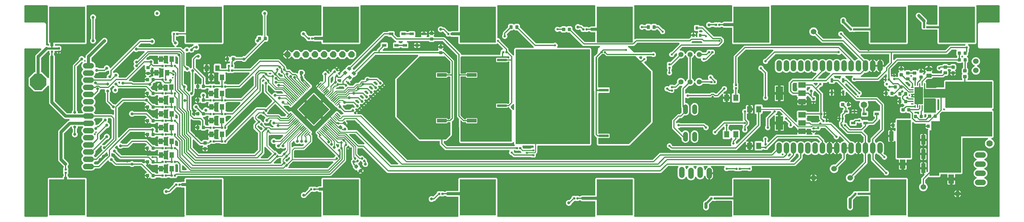
<source format=gbr>
G04 EAGLE Gerber RS-274X export*
G75*
%MOMM*%
%FSLAX34Y34*%
%LPD*%
%INTop Copper*%
%IPPOS*%
%AMOC8*
5,1,8,0,0,1.08239X$1,22.5*%
G01*
%ADD10C,0.360000*%
%ADD11R,1.150000X1.650000*%
%ADD12C,0.260000*%
%ADD13R,10.000000X10.000000*%
%ADD14R,1.550000X0.300000*%
%ADD15R,6.100000X6.100000*%
%ADD16R,1.400000X1.800000*%
%ADD17C,0.240000*%
%ADD18R,1.150000X0.800000*%
%ADD19C,0.350000*%
%ADD20R,2.360000X4.850000*%
%ADD21C,0.460000*%
%ADD22R,0.800000X0.900000*%
%ADD23R,2.800000X0.800000*%
%ADD24R,3.700000X10.000000*%
%ADD25C,0.120000*%
%ADD26R,2.700000X1.033000*%
%ADD27R,2.700000X2.066000*%
%ADD28C,1.400000*%
%ADD29C,1.320800*%
%ADD30C,1.524000*%
%ADD31R,1.050000X0.500000*%
%ADD32R,0.800000X1.150000*%
%ADD33C,1.778000*%
%ADD34C,1.508000*%
%ADD35P,1.924489X8X22.500000*%
%ADD36P,4.870755X8X22.500000*%
%ADD37R,5.500000X4.000000*%
%ADD38R,1.150000X2.700000*%
%ADD39R,2.000000X1.500000*%
%ADD40R,2.000000X3.800000*%
%ADD41C,1.524000*%
%ADD42R,1.600000X2.550000*%
%ADD43C,0.304800*%
%ADD44C,0.804800*%
%ADD45C,0.203200*%
%ADD46C,0.228600*%
%ADD47C,0.609600*%
%ADD48C,0.654800*%
%ADD49C,0.558800*%
%ADD50C,0.812800*%
%ADD51C,0.254000*%
%ADD52C,0.508000*%
%ADD53C,0.812800*%
%ADD54C,0.406400*%

G36*
X449191Y6098D02*
X449191Y6098D01*
X449204Y6097D01*
X449390Y6118D01*
X449578Y6137D01*
X449591Y6141D01*
X449604Y6142D01*
X449782Y6199D01*
X449963Y6255D01*
X449975Y6261D01*
X449987Y6265D01*
X450151Y6357D01*
X450317Y6447D01*
X450327Y6455D01*
X450339Y6462D01*
X450483Y6585D01*
X450626Y6704D01*
X450634Y6715D01*
X450645Y6723D01*
X450761Y6872D01*
X450878Y7018D01*
X450884Y7030D01*
X450893Y7040D01*
X450978Y7210D01*
X451064Y7375D01*
X451067Y7388D01*
X451074Y7400D01*
X451123Y7582D01*
X451175Y7762D01*
X451176Y7776D01*
X451180Y7789D01*
X451193Y7975D01*
X451208Y8164D01*
X451207Y8177D01*
X451207Y8190D01*
X451183Y8377D01*
X451161Y8563D01*
X451157Y8576D01*
X451155Y8589D01*
X451054Y8905D01*
X450935Y9191D01*
X450935Y85090D01*
X450933Y85108D01*
X450935Y85126D01*
X450914Y85308D01*
X450895Y85491D01*
X450890Y85508D01*
X450888Y85525D01*
X450831Y85700D01*
X450777Y85876D01*
X450769Y85891D01*
X450763Y85908D01*
X450673Y86068D01*
X450585Y86230D01*
X450574Y86243D01*
X450565Y86259D01*
X450445Y86398D01*
X450328Y86539D01*
X450314Y86550D01*
X450302Y86564D01*
X450157Y86676D01*
X450014Y86791D01*
X449998Y86799D01*
X449984Y86810D01*
X449819Y86892D01*
X449657Y86977D01*
X449640Y86982D01*
X449624Y86990D01*
X449445Y87037D01*
X449270Y87088D01*
X449252Y87090D01*
X449235Y87094D01*
X448904Y87121D01*
X442883Y87121D01*
X440508Y88105D01*
X440482Y88113D01*
X440458Y88125D01*
X440290Y88171D01*
X440123Y88221D01*
X440096Y88224D01*
X440070Y88231D01*
X439896Y88243D01*
X439722Y88260D01*
X439695Y88257D01*
X439668Y88259D01*
X439495Y88236D01*
X439321Y88218D01*
X439296Y88210D01*
X439269Y88206D01*
X439203Y88185D01*
X433453Y88185D01*
X432577Y88548D01*
X432552Y88556D01*
X432528Y88568D01*
X432360Y88614D01*
X432192Y88664D01*
X432165Y88667D01*
X432139Y88674D01*
X431965Y88686D01*
X431791Y88702D01*
X431765Y88700D01*
X431738Y88702D01*
X431564Y88679D01*
X431391Y88661D01*
X431365Y88653D01*
X431339Y88649D01*
X431023Y88548D01*
X430147Y88185D01*
X428980Y88185D01*
X428954Y88183D01*
X428927Y88185D01*
X428753Y88163D01*
X428580Y88145D01*
X428554Y88138D01*
X428528Y88134D01*
X428362Y88079D01*
X428195Y88027D01*
X428171Y88014D01*
X428146Y88006D01*
X427994Y87919D01*
X427841Y87835D01*
X427820Y87818D01*
X427797Y87805D01*
X427544Y87590D01*
X411416Y71462D01*
X409362Y70611D01*
X406742Y70611D01*
X406715Y70609D01*
X406689Y70611D01*
X406515Y70589D01*
X406341Y70571D01*
X406316Y70564D01*
X406289Y70560D01*
X406123Y70505D01*
X405956Y70453D01*
X405933Y70440D01*
X405907Y70432D01*
X405756Y70345D01*
X405602Y70261D01*
X405582Y70244D01*
X405559Y70231D01*
X405306Y70016D01*
X404632Y69343D01*
X401659Y68111D01*
X398441Y68111D01*
X395468Y69343D01*
X393193Y71618D01*
X391961Y74591D01*
X391961Y77809D01*
X393193Y80782D01*
X395468Y83057D01*
X398441Y84289D01*
X401659Y84289D01*
X404699Y83029D01*
X404793Y82953D01*
X404809Y82944D01*
X404823Y82933D01*
X404987Y82850D01*
X405149Y82764D01*
X405166Y82759D01*
X405182Y82751D01*
X405359Y82701D01*
X405535Y82649D01*
X405552Y82648D01*
X405570Y82643D01*
X405753Y82629D01*
X405936Y82613D01*
X405953Y82615D01*
X405971Y82613D01*
X406153Y82636D01*
X406336Y82656D01*
X406353Y82662D01*
X406371Y82664D01*
X406544Y82722D01*
X406720Y82778D01*
X406735Y82786D01*
X406752Y82792D01*
X406912Y82884D01*
X407072Y82973D01*
X407085Y82984D01*
X407101Y82993D01*
X407354Y83208D01*
X419640Y95494D01*
X419657Y95515D01*
X419678Y95532D01*
X419785Y95670D01*
X419895Y95806D01*
X419908Y95829D01*
X419924Y95850D01*
X420002Y96007D01*
X420084Y96161D01*
X420092Y96187D01*
X420104Y96211D01*
X420149Y96380D01*
X420199Y96547D01*
X420201Y96574D01*
X420208Y96600D01*
X420235Y96930D01*
X420235Y98097D01*
X421037Y100032D01*
X422518Y101513D01*
X424453Y102315D01*
X430147Y102315D01*
X431023Y101952D01*
X431048Y101944D01*
X431072Y101932D01*
X431241Y101886D01*
X431408Y101836D01*
X431435Y101833D01*
X431461Y101826D01*
X431635Y101814D01*
X431809Y101798D01*
X431835Y101800D01*
X431862Y101798D01*
X432037Y101821D01*
X432209Y101839D01*
X432235Y101847D01*
X432261Y101851D01*
X432577Y101952D01*
X433453Y102315D01*
X439219Y102315D01*
X439339Y102279D01*
X439365Y102276D01*
X439391Y102269D01*
X439566Y102257D01*
X439739Y102240D01*
X439766Y102243D01*
X439793Y102241D01*
X439967Y102264D01*
X440140Y102282D01*
X440165Y102290D01*
X440192Y102293D01*
X440508Y102395D01*
X442883Y103379D01*
X448904Y103379D01*
X448922Y103381D01*
X448940Y103379D01*
X449122Y103400D01*
X449305Y103419D01*
X449322Y103424D01*
X449339Y103426D01*
X449514Y103483D01*
X449690Y103537D01*
X449705Y103545D01*
X449722Y103551D01*
X449882Y103641D01*
X450044Y103729D01*
X450057Y103740D01*
X450073Y103749D01*
X450212Y103869D01*
X450353Y103986D01*
X450364Y104000D01*
X450378Y104012D01*
X450490Y104157D01*
X450605Y104300D01*
X450613Y104316D01*
X450624Y104330D01*
X450706Y104495D01*
X450791Y104657D01*
X450796Y104674D01*
X450804Y104690D01*
X450851Y104869D01*
X450902Y105044D01*
X450904Y105062D01*
X450908Y105079D01*
X450935Y105410D01*
X450935Y110809D01*
X451554Y112302D01*
X452698Y113446D01*
X454191Y114065D01*
X555809Y114065D01*
X557302Y113446D01*
X558446Y112302D01*
X559065Y110809D01*
X559065Y9191D01*
X558946Y8905D01*
X558942Y8892D01*
X558936Y8881D01*
X558884Y8700D01*
X558830Y8520D01*
X558829Y8507D01*
X558825Y8494D01*
X558809Y8305D01*
X558792Y8119D01*
X558793Y8106D01*
X558792Y8092D01*
X558814Y7906D01*
X558833Y7719D01*
X558837Y7706D01*
X558839Y7693D01*
X558897Y7513D01*
X558953Y7334D01*
X558959Y7323D01*
X558964Y7310D01*
X559057Y7145D01*
X559146Y6981D01*
X559155Y6971D01*
X559162Y6959D01*
X559284Y6817D01*
X559405Y6673D01*
X559416Y6665D01*
X559425Y6654D01*
X559573Y6540D01*
X559720Y6422D01*
X559732Y6416D01*
X559743Y6408D01*
X559911Y6324D01*
X560078Y6238D01*
X560091Y6234D01*
X560103Y6228D01*
X560286Y6179D01*
X560466Y6128D01*
X560479Y6127D01*
X560492Y6124D01*
X560823Y6097D01*
X829177Y6097D01*
X829191Y6098D01*
X829204Y6097D01*
X829390Y6118D01*
X829578Y6137D01*
X829591Y6141D01*
X829604Y6142D01*
X829782Y6199D01*
X829963Y6255D01*
X829975Y6261D01*
X829987Y6265D01*
X830151Y6357D01*
X830317Y6447D01*
X830327Y6455D01*
X830339Y6462D01*
X830483Y6585D01*
X830626Y6704D01*
X830634Y6715D01*
X830645Y6723D01*
X830761Y6872D01*
X830878Y7018D01*
X830884Y7030D01*
X830893Y7040D01*
X830978Y7210D01*
X831064Y7375D01*
X831067Y7388D01*
X831074Y7400D01*
X831123Y7582D01*
X831175Y7762D01*
X831176Y7776D01*
X831180Y7789D01*
X831193Y7975D01*
X831208Y8164D01*
X831207Y8177D01*
X831207Y8190D01*
X831183Y8377D01*
X831161Y8563D01*
X831157Y8576D01*
X831155Y8589D01*
X831054Y8905D01*
X830935Y9191D01*
X830935Y72390D01*
X830933Y72408D01*
X830935Y72426D01*
X830914Y72608D01*
X830895Y72791D01*
X830890Y72808D01*
X830888Y72825D01*
X830831Y73000D01*
X830777Y73176D01*
X830769Y73191D01*
X830763Y73208D01*
X830673Y73368D01*
X830585Y73530D01*
X830574Y73543D01*
X830565Y73559D01*
X830445Y73698D01*
X830328Y73839D01*
X830314Y73850D01*
X830302Y73864D01*
X830157Y73976D01*
X830014Y74091D01*
X829998Y74099D01*
X829984Y74110D01*
X829819Y74192D01*
X829657Y74277D01*
X829640Y74282D01*
X829624Y74290D01*
X829445Y74337D01*
X829270Y74388D01*
X829252Y74390D01*
X829235Y74394D01*
X828904Y74421D01*
X823883Y74421D01*
X820895Y75659D01*
X820188Y76366D01*
X820167Y76383D01*
X820150Y76404D01*
X820012Y76510D01*
X819876Y76621D01*
X819853Y76634D01*
X819832Y76650D01*
X819675Y76728D01*
X819521Y76810D01*
X819495Y76818D01*
X819471Y76830D01*
X819302Y76875D01*
X819135Y76925D01*
X819108Y76927D01*
X819082Y76934D01*
X818752Y76961D01*
X817248Y76961D01*
X817222Y76959D01*
X817195Y76961D01*
X817021Y76939D01*
X816847Y76921D01*
X816822Y76914D01*
X816795Y76910D01*
X816630Y76855D01*
X816463Y76803D01*
X816439Y76790D01*
X816414Y76782D01*
X816262Y76695D01*
X816109Y76611D01*
X816088Y76594D01*
X816065Y76581D01*
X815812Y76366D01*
X815732Y76287D01*
X813797Y75485D01*
X808103Y75485D01*
X807227Y75848D01*
X807202Y75856D01*
X807178Y75868D01*
X807010Y75914D01*
X806842Y75964D01*
X806815Y75967D01*
X806789Y75974D01*
X806615Y75986D01*
X806441Y76002D01*
X806415Y76000D01*
X806388Y76002D01*
X806214Y75979D01*
X806041Y75961D01*
X806015Y75953D01*
X805989Y75949D01*
X805673Y75848D01*
X804797Y75485D01*
X803630Y75485D01*
X803604Y75483D01*
X803577Y75485D01*
X803403Y75463D01*
X803230Y75445D01*
X803204Y75438D01*
X803178Y75434D01*
X803012Y75379D01*
X802845Y75327D01*
X802821Y75314D01*
X802796Y75306D01*
X802644Y75219D01*
X802491Y75135D01*
X802470Y75118D01*
X802447Y75105D01*
X802194Y74890D01*
X788584Y61280D01*
X788562Y61267D01*
X788309Y61053D01*
X786509Y59253D01*
X783536Y58021D01*
X780318Y58021D01*
X777345Y59253D01*
X775070Y61528D01*
X773838Y64501D01*
X773838Y67719D01*
X775070Y70692D01*
X777345Y72967D01*
X780318Y74199D01*
X783536Y74199D01*
X783809Y74086D01*
X783830Y74079D01*
X783850Y74069D01*
X784022Y74021D01*
X784194Y73969D01*
X784216Y73967D01*
X784238Y73961D01*
X784417Y73948D01*
X784595Y73931D01*
X784617Y73933D01*
X784639Y73932D01*
X784817Y73954D01*
X784995Y73973D01*
X785017Y73979D01*
X785039Y73982D01*
X785208Y74039D01*
X785380Y74093D01*
X785399Y74103D01*
X785420Y74110D01*
X785576Y74200D01*
X785733Y74286D01*
X785750Y74300D01*
X785769Y74311D01*
X786022Y74526D01*
X794290Y82794D01*
X794307Y82815D01*
X794328Y82832D01*
X794435Y82970D01*
X794545Y83106D01*
X794558Y83129D01*
X794574Y83150D01*
X794652Y83307D01*
X794734Y83461D01*
X794742Y83487D01*
X794754Y83511D01*
X794799Y83680D01*
X794849Y83847D01*
X794851Y83874D01*
X794858Y83900D01*
X794885Y84230D01*
X794885Y85397D01*
X795687Y87332D01*
X797168Y88813D01*
X799103Y89615D01*
X804797Y89615D01*
X805673Y89252D01*
X805698Y89244D01*
X805722Y89232D01*
X805891Y89186D01*
X806058Y89136D01*
X806085Y89133D01*
X806111Y89126D01*
X806285Y89114D01*
X806459Y89098D01*
X806485Y89100D01*
X806512Y89098D01*
X806687Y89121D01*
X806859Y89139D01*
X806885Y89147D01*
X806911Y89151D01*
X807227Y89252D01*
X808103Y89615D01*
X813797Y89615D01*
X815732Y88813D01*
X815812Y88734D01*
X815833Y88717D01*
X815850Y88696D01*
X815988Y88589D01*
X816123Y88479D01*
X816147Y88466D01*
X816168Y88450D01*
X816325Y88372D01*
X816479Y88290D01*
X816505Y88282D01*
X816529Y88270D01*
X816698Y88225D01*
X816865Y88175D01*
X816892Y88173D01*
X816917Y88166D01*
X817248Y88139D01*
X818752Y88139D01*
X818778Y88141D01*
X818805Y88139D01*
X818978Y88161D01*
X819152Y88179D01*
X819178Y88187D01*
X819204Y88190D01*
X819370Y88245D01*
X819537Y88297D01*
X819561Y88310D01*
X819586Y88318D01*
X819738Y88405D01*
X819891Y88489D01*
X819912Y88506D01*
X819935Y88519D01*
X820188Y88734D01*
X820895Y89441D01*
X823883Y90679D01*
X828904Y90679D01*
X828922Y90681D01*
X828940Y90679D01*
X829122Y90700D01*
X829305Y90719D01*
X829322Y90724D01*
X829339Y90726D01*
X829514Y90783D01*
X829690Y90837D01*
X829705Y90845D01*
X829722Y90851D01*
X829882Y90941D01*
X830044Y91029D01*
X830057Y91040D01*
X830073Y91049D01*
X830212Y91169D01*
X830353Y91286D01*
X830364Y91300D01*
X830378Y91312D01*
X830490Y91457D01*
X830605Y91600D01*
X830613Y91616D01*
X830624Y91630D01*
X830706Y91795D01*
X830791Y91957D01*
X830796Y91974D01*
X830804Y91990D01*
X830851Y92169D01*
X830902Y92344D01*
X830904Y92362D01*
X830908Y92379D01*
X830935Y92710D01*
X830935Y110809D01*
X831554Y112302D01*
X832698Y113446D01*
X834191Y114065D01*
X935809Y114065D01*
X937302Y113446D01*
X938446Y112302D01*
X939065Y110809D01*
X939065Y9191D01*
X938946Y8905D01*
X938942Y8892D01*
X938936Y8881D01*
X938884Y8700D01*
X938830Y8520D01*
X938829Y8507D01*
X938825Y8494D01*
X938809Y8305D01*
X938792Y8119D01*
X938793Y8106D01*
X938792Y8092D01*
X938814Y7906D01*
X938833Y7719D01*
X938837Y7706D01*
X938839Y7693D01*
X938897Y7513D01*
X938953Y7334D01*
X938959Y7323D01*
X938964Y7310D01*
X939057Y7145D01*
X939146Y6981D01*
X939155Y6971D01*
X939162Y6959D01*
X939284Y6817D01*
X939405Y6673D01*
X939416Y6665D01*
X939425Y6654D01*
X939573Y6540D01*
X939720Y6422D01*
X939732Y6416D01*
X939743Y6408D01*
X939911Y6324D01*
X940078Y6238D01*
X940091Y6234D01*
X940103Y6228D01*
X940286Y6179D01*
X940466Y6128D01*
X940479Y6127D01*
X940492Y6124D01*
X940823Y6097D01*
X1209177Y6097D01*
X1209191Y6098D01*
X1209204Y6097D01*
X1209390Y6118D01*
X1209578Y6137D01*
X1209591Y6141D01*
X1209604Y6142D01*
X1209782Y6199D01*
X1209963Y6255D01*
X1209975Y6261D01*
X1209987Y6265D01*
X1210151Y6357D01*
X1210317Y6447D01*
X1210327Y6455D01*
X1210339Y6462D01*
X1210483Y6585D01*
X1210626Y6704D01*
X1210634Y6715D01*
X1210645Y6723D01*
X1210761Y6872D01*
X1210878Y7018D01*
X1210884Y7030D01*
X1210893Y7040D01*
X1210978Y7210D01*
X1211064Y7375D01*
X1211067Y7388D01*
X1211074Y7400D01*
X1211123Y7582D01*
X1211175Y7762D01*
X1211176Y7776D01*
X1211180Y7789D01*
X1211193Y7975D01*
X1211208Y8164D01*
X1211207Y8177D01*
X1211207Y8190D01*
X1211183Y8377D01*
X1211161Y8563D01*
X1211157Y8576D01*
X1211155Y8589D01*
X1211054Y8905D01*
X1210935Y9191D01*
X1210935Y59690D01*
X1210933Y59708D01*
X1210935Y59726D01*
X1210914Y59908D01*
X1210895Y60091D01*
X1210890Y60108D01*
X1210888Y60125D01*
X1210831Y60300D01*
X1210777Y60476D01*
X1210769Y60491D01*
X1210763Y60508D01*
X1210673Y60668D01*
X1210585Y60830D01*
X1210574Y60843D01*
X1210565Y60859D01*
X1210445Y60998D01*
X1210328Y61139D01*
X1210314Y61150D01*
X1210302Y61164D01*
X1210157Y61276D01*
X1210014Y61391D01*
X1209998Y61399D01*
X1209984Y61410D01*
X1209819Y61492D01*
X1209657Y61577D01*
X1209640Y61582D01*
X1209624Y61590D01*
X1209445Y61637D01*
X1209270Y61688D01*
X1209252Y61690D01*
X1209235Y61694D01*
X1208904Y61721D01*
X1179483Y61721D01*
X1176495Y62959D01*
X1175788Y63666D01*
X1175767Y63683D01*
X1175750Y63704D01*
X1175612Y63811D01*
X1175476Y63921D01*
X1175453Y63934D01*
X1175432Y63950D01*
X1175275Y64028D01*
X1175121Y64110D01*
X1175095Y64118D01*
X1175071Y64130D01*
X1174902Y64175D01*
X1174735Y64225D01*
X1174708Y64227D01*
X1174682Y64234D01*
X1174352Y64261D01*
X1172848Y64261D01*
X1172822Y64259D01*
X1172795Y64261D01*
X1172621Y64239D01*
X1172447Y64221D01*
X1172422Y64214D01*
X1172395Y64210D01*
X1172230Y64155D01*
X1172063Y64103D01*
X1172039Y64090D01*
X1172014Y64082D01*
X1171862Y63995D01*
X1171709Y63911D01*
X1171688Y63894D01*
X1171665Y63881D01*
X1171412Y63666D01*
X1171332Y63587D01*
X1169397Y62785D01*
X1163703Y62785D01*
X1162827Y63148D01*
X1162802Y63156D01*
X1162778Y63168D01*
X1162610Y63214D01*
X1162442Y63264D01*
X1162415Y63267D01*
X1162389Y63274D01*
X1162215Y63286D01*
X1162041Y63302D01*
X1162015Y63300D01*
X1161988Y63302D01*
X1161814Y63279D01*
X1161641Y63261D01*
X1161615Y63253D01*
X1161589Y63249D01*
X1161273Y63148D01*
X1160397Y62785D01*
X1159230Y62785D01*
X1159204Y62783D01*
X1159177Y62785D01*
X1159003Y62763D01*
X1158830Y62745D01*
X1158804Y62738D01*
X1158778Y62734D01*
X1158612Y62679D01*
X1158445Y62627D01*
X1158421Y62614D01*
X1158396Y62606D01*
X1158244Y62519D01*
X1158091Y62435D01*
X1158070Y62418D01*
X1158047Y62405D01*
X1157794Y62190D01*
X1148124Y52520D01*
X1146266Y50662D01*
X1146179Y50626D01*
X1144212Y49812D01*
X1143274Y49812D01*
X1143247Y49809D01*
X1143220Y49811D01*
X1143047Y49789D01*
X1142873Y49772D01*
X1142848Y49764D01*
X1142821Y49760D01*
X1142655Y49705D01*
X1142488Y49654D01*
X1142465Y49641D01*
X1142439Y49632D01*
X1142288Y49545D01*
X1142134Y49462D01*
X1142114Y49445D01*
X1142090Y49431D01*
X1141837Y49217D01*
X1141164Y48543D01*
X1138191Y47312D01*
X1134973Y47312D01*
X1132000Y48543D01*
X1129725Y50818D01*
X1128493Y53791D01*
X1128493Y57009D01*
X1129725Y59982D01*
X1132000Y62258D01*
X1134973Y63489D01*
X1138191Y63489D01*
X1140539Y62516D01*
X1140561Y62510D01*
X1140581Y62500D01*
X1140753Y62452D01*
X1140925Y62400D01*
X1140947Y62398D01*
X1140968Y62392D01*
X1141148Y62379D01*
X1141326Y62362D01*
X1141348Y62364D01*
X1141370Y62362D01*
X1141548Y62385D01*
X1141726Y62403D01*
X1141747Y62410D01*
X1141769Y62413D01*
X1141939Y62470D01*
X1142110Y62523D01*
X1142130Y62534D01*
X1142151Y62541D01*
X1142307Y62631D01*
X1142464Y62716D01*
X1142481Y62731D01*
X1142500Y62742D01*
X1142753Y62957D01*
X1149890Y70094D01*
X1149907Y70115D01*
X1149928Y70132D01*
X1150035Y70270D01*
X1150145Y70405D01*
X1150158Y70429D01*
X1150174Y70450D01*
X1150252Y70607D01*
X1150334Y70761D01*
X1150342Y70787D01*
X1150354Y70811D01*
X1150399Y70980D01*
X1150449Y71147D01*
X1150451Y71174D01*
X1150458Y71200D01*
X1150485Y71530D01*
X1150485Y72697D01*
X1151287Y74632D01*
X1152768Y76113D01*
X1154703Y76915D01*
X1160397Y76915D01*
X1161273Y76552D01*
X1161298Y76544D01*
X1161322Y76532D01*
X1161491Y76486D01*
X1161658Y76436D01*
X1161685Y76433D01*
X1161711Y76426D01*
X1161885Y76414D01*
X1162059Y76398D01*
X1162085Y76400D01*
X1162112Y76398D01*
X1162287Y76421D01*
X1162459Y76439D01*
X1162485Y76447D01*
X1162511Y76451D01*
X1162827Y76552D01*
X1163703Y76915D01*
X1169397Y76915D01*
X1171332Y76113D01*
X1171412Y76034D01*
X1171433Y76017D01*
X1171450Y75996D01*
X1171588Y75889D01*
X1171723Y75779D01*
X1171747Y75766D01*
X1171768Y75750D01*
X1171925Y75672D01*
X1172079Y75590D01*
X1172105Y75582D01*
X1172129Y75570D01*
X1172298Y75525D01*
X1172465Y75475D01*
X1172492Y75473D01*
X1172517Y75466D01*
X1172848Y75439D01*
X1174352Y75439D01*
X1174378Y75441D01*
X1174405Y75439D01*
X1174579Y75461D01*
X1174752Y75479D01*
X1174778Y75486D01*
X1174804Y75490D01*
X1174970Y75545D01*
X1175137Y75597D01*
X1175161Y75610D01*
X1175186Y75618D01*
X1175338Y75705D01*
X1175491Y75789D01*
X1175512Y75806D01*
X1175535Y75819D01*
X1175788Y76034D01*
X1176495Y76741D01*
X1177962Y77348D01*
X1177962Y77349D01*
X1179483Y77979D01*
X1208904Y77979D01*
X1208922Y77981D01*
X1208940Y77979D01*
X1209122Y78000D01*
X1209305Y78019D01*
X1209322Y78024D01*
X1209339Y78026D01*
X1209514Y78083D01*
X1209690Y78137D01*
X1209705Y78145D01*
X1209722Y78151D01*
X1209882Y78241D01*
X1210044Y78329D01*
X1210057Y78340D01*
X1210073Y78349D01*
X1210212Y78469D01*
X1210353Y78586D01*
X1210364Y78600D01*
X1210378Y78612D01*
X1210490Y78757D01*
X1210605Y78900D01*
X1210613Y78916D01*
X1210624Y78930D01*
X1210706Y79095D01*
X1210791Y79257D01*
X1210796Y79274D01*
X1210804Y79290D01*
X1210851Y79469D01*
X1210902Y79644D01*
X1210904Y79662D01*
X1210908Y79679D01*
X1210935Y80010D01*
X1210935Y110809D01*
X1211554Y112302D01*
X1212698Y113446D01*
X1214191Y114065D01*
X1315809Y114065D01*
X1317302Y113446D01*
X1318446Y112302D01*
X1319065Y110809D01*
X1319065Y9191D01*
X1318946Y8905D01*
X1318942Y8892D01*
X1318936Y8881D01*
X1318884Y8700D01*
X1318830Y8520D01*
X1318829Y8507D01*
X1318825Y8494D01*
X1318809Y8305D01*
X1318792Y8119D01*
X1318793Y8106D01*
X1318792Y8092D01*
X1318814Y7906D01*
X1318833Y7719D01*
X1318837Y7706D01*
X1318839Y7693D01*
X1318897Y7513D01*
X1318953Y7334D01*
X1318959Y7323D01*
X1318964Y7310D01*
X1319057Y7145D01*
X1319146Y6981D01*
X1319155Y6971D01*
X1319162Y6959D01*
X1319284Y6817D01*
X1319405Y6673D01*
X1319416Y6665D01*
X1319425Y6654D01*
X1319573Y6540D01*
X1319720Y6422D01*
X1319732Y6416D01*
X1319743Y6408D01*
X1319911Y6324D01*
X1320078Y6238D01*
X1320091Y6234D01*
X1320103Y6228D01*
X1320286Y6179D01*
X1320466Y6128D01*
X1320479Y6127D01*
X1320492Y6124D01*
X1320823Y6097D01*
X1589177Y6097D01*
X1589191Y6098D01*
X1589204Y6097D01*
X1589390Y6118D01*
X1589578Y6137D01*
X1589591Y6141D01*
X1589604Y6142D01*
X1589782Y6199D01*
X1589963Y6255D01*
X1589975Y6261D01*
X1589987Y6265D01*
X1590151Y6357D01*
X1590317Y6447D01*
X1590327Y6455D01*
X1590339Y6462D01*
X1590483Y6585D01*
X1590626Y6704D01*
X1590634Y6715D01*
X1590645Y6723D01*
X1590761Y6872D01*
X1590878Y7018D01*
X1590884Y7030D01*
X1590893Y7040D01*
X1590978Y7210D01*
X1591064Y7375D01*
X1591067Y7388D01*
X1591074Y7400D01*
X1591123Y7582D01*
X1591175Y7762D01*
X1591176Y7776D01*
X1591180Y7789D01*
X1591193Y7975D01*
X1591208Y8164D01*
X1591207Y8177D01*
X1591207Y8190D01*
X1591183Y8377D01*
X1591161Y8563D01*
X1591157Y8576D01*
X1591155Y8589D01*
X1591054Y8905D01*
X1590935Y9191D01*
X1590935Y46990D01*
X1590933Y47008D01*
X1590935Y47026D01*
X1590914Y47208D01*
X1590895Y47391D01*
X1590890Y47408D01*
X1590888Y47425D01*
X1590831Y47600D01*
X1590777Y47776D01*
X1590769Y47791D01*
X1590763Y47808D01*
X1590673Y47968D01*
X1590585Y48130D01*
X1590574Y48143D01*
X1590565Y48159D01*
X1590445Y48298D01*
X1590328Y48439D01*
X1590314Y48450D01*
X1590302Y48464D01*
X1590157Y48576D01*
X1590014Y48691D01*
X1589998Y48699D01*
X1589984Y48710D01*
X1589819Y48792D01*
X1589657Y48877D01*
X1589640Y48882D01*
X1589624Y48890D01*
X1589445Y48937D01*
X1589270Y48988D01*
X1589252Y48990D01*
X1589235Y48994D01*
X1588904Y49021D01*
X1554133Y49021D01*
X1551145Y50259D01*
X1550438Y50966D01*
X1550417Y50983D01*
X1550400Y51004D01*
X1550262Y51111D01*
X1550126Y51221D01*
X1550103Y51234D01*
X1550082Y51250D01*
X1549925Y51328D01*
X1549771Y51410D01*
X1549745Y51418D01*
X1549721Y51430D01*
X1549552Y51475D01*
X1549385Y51525D01*
X1549358Y51527D01*
X1549332Y51534D01*
X1549002Y51561D01*
X1547498Y51561D01*
X1547472Y51559D01*
X1547445Y51561D01*
X1547271Y51539D01*
X1547097Y51521D01*
X1547072Y51514D01*
X1547045Y51510D01*
X1546880Y51455D01*
X1546713Y51403D01*
X1546689Y51390D01*
X1546664Y51382D01*
X1546512Y51295D01*
X1546359Y51211D01*
X1546338Y51194D01*
X1546315Y51181D01*
X1546062Y50966D01*
X1545982Y50887D01*
X1545353Y50626D01*
X1544047Y50085D01*
X1538353Y50085D01*
X1537477Y50448D01*
X1537452Y50456D01*
X1537428Y50468D01*
X1537259Y50514D01*
X1537092Y50564D01*
X1537065Y50567D01*
X1537039Y50574D01*
X1536865Y50586D01*
X1536691Y50602D01*
X1536665Y50600D01*
X1536638Y50602D01*
X1536463Y50579D01*
X1536291Y50561D01*
X1536265Y50553D01*
X1536239Y50549D01*
X1535923Y50448D01*
X1535047Y50085D01*
X1533880Y50085D01*
X1533854Y50083D01*
X1533827Y50085D01*
X1533653Y50063D01*
X1533480Y50045D01*
X1533454Y50038D01*
X1533428Y50034D01*
X1533262Y49979D01*
X1533095Y49927D01*
X1533071Y49914D01*
X1533046Y49906D01*
X1532895Y49819D01*
X1532741Y49735D01*
X1532720Y49718D01*
X1532697Y49705D01*
X1532444Y49490D01*
X1525985Y43031D01*
X1525965Y43007D01*
X1525942Y42987D01*
X1525838Y42852D01*
X1525730Y42720D01*
X1525715Y42692D01*
X1525696Y42667D01*
X1525545Y42372D01*
X1524507Y39868D01*
X1522232Y37593D01*
X1519259Y36361D01*
X1516041Y36361D01*
X1513068Y37593D01*
X1510793Y39868D01*
X1509561Y42841D01*
X1509561Y46059D01*
X1510793Y49032D01*
X1513068Y51307D01*
X1516041Y52539D01*
X1518844Y52539D01*
X1518870Y52541D01*
X1518897Y52539D01*
X1519071Y52561D01*
X1519244Y52579D01*
X1519270Y52586D01*
X1519296Y52590D01*
X1519462Y52645D01*
X1519629Y52697D01*
X1519653Y52710D01*
X1519678Y52718D01*
X1519830Y52805D01*
X1519983Y52889D01*
X1520004Y52906D01*
X1520027Y52919D01*
X1520280Y53134D01*
X1524540Y57394D01*
X1524557Y57415D01*
X1524578Y57432D01*
X1524685Y57570D01*
X1524795Y57706D01*
X1524808Y57729D01*
X1524824Y57750D01*
X1524902Y57907D01*
X1524984Y58061D01*
X1524992Y58087D01*
X1525004Y58111D01*
X1525049Y58280D01*
X1525099Y58447D01*
X1525101Y58474D01*
X1525108Y58500D01*
X1525135Y58830D01*
X1525135Y59997D01*
X1525937Y61932D01*
X1527418Y63413D01*
X1529353Y64215D01*
X1535047Y64215D01*
X1535923Y63852D01*
X1535948Y63844D01*
X1535972Y63832D01*
X1536140Y63786D01*
X1536308Y63736D01*
X1536335Y63733D01*
X1536361Y63726D01*
X1536535Y63714D01*
X1536709Y63698D01*
X1536735Y63700D01*
X1536762Y63698D01*
X1536936Y63721D01*
X1537109Y63739D01*
X1537135Y63747D01*
X1537161Y63751D01*
X1537477Y63852D01*
X1538353Y64215D01*
X1544047Y64215D01*
X1545982Y63413D01*
X1546062Y63334D01*
X1546083Y63317D01*
X1546100Y63296D01*
X1546238Y63189D01*
X1546373Y63079D01*
X1546397Y63066D01*
X1546418Y63050D01*
X1546575Y62972D01*
X1546729Y62890D01*
X1546755Y62882D01*
X1546779Y62870D01*
X1546948Y62825D01*
X1547115Y62775D01*
X1547142Y62773D01*
X1547167Y62766D01*
X1547498Y62739D01*
X1549002Y62739D01*
X1549028Y62741D01*
X1549055Y62739D01*
X1549229Y62761D01*
X1549402Y62779D01*
X1549428Y62786D01*
X1549454Y62790D01*
X1549620Y62845D01*
X1549787Y62897D01*
X1549811Y62910D01*
X1549836Y62918D01*
X1549988Y63005D01*
X1550141Y63089D01*
X1550162Y63106D01*
X1550185Y63119D01*
X1550438Y63334D01*
X1551145Y64041D01*
X1554133Y65279D01*
X1588904Y65279D01*
X1588922Y65281D01*
X1588940Y65279D01*
X1589122Y65300D01*
X1589305Y65319D01*
X1589322Y65324D01*
X1589339Y65326D01*
X1589514Y65383D01*
X1589690Y65437D01*
X1589705Y65445D01*
X1589722Y65451D01*
X1589882Y65541D01*
X1590044Y65629D01*
X1590057Y65640D01*
X1590073Y65649D01*
X1590212Y65769D01*
X1590353Y65886D01*
X1590364Y65900D01*
X1590378Y65912D01*
X1590490Y66057D01*
X1590605Y66200D01*
X1590613Y66216D01*
X1590624Y66230D01*
X1590706Y66395D01*
X1590791Y66557D01*
X1590796Y66574D01*
X1590804Y66590D01*
X1590851Y66769D01*
X1590902Y66944D01*
X1590904Y66962D01*
X1590908Y66979D01*
X1590935Y67310D01*
X1590935Y110809D01*
X1591554Y112302D01*
X1592698Y113446D01*
X1594191Y114065D01*
X1695809Y114065D01*
X1697302Y113446D01*
X1698446Y112302D01*
X1699065Y110809D01*
X1699065Y9191D01*
X1698946Y8905D01*
X1698942Y8892D01*
X1698936Y8881D01*
X1698884Y8700D01*
X1698830Y8520D01*
X1698829Y8507D01*
X1698825Y8494D01*
X1698809Y8305D01*
X1698792Y8119D01*
X1698793Y8106D01*
X1698792Y8092D01*
X1698814Y7906D01*
X1698833Y7719D01*
X1698837Y7706D01*
X1698839Y7693D01*
X1698897Y7513D01*
X1698953Y7334D01*
X1698959Y7323D01*
X1698964Y7310D01*
X1699057Y7145D01*
X1699146Y6981D01*
X1699155Y6971D01*
X1699162Y6959D01*
X1699284Y6817D01*
X1699405Y6673D01*
X1699416Y6665D01*
X1699425Y6654D01*
X1699573Y6540D01*
X1699720Y6422D01*
X1699732Y6416D01*
X1699743Y6408D01*
X1699911Y6324D01*
X1700078Y6238D01*
X1700091Y6234D01*
X1700103Y6228D01*
X1700286Y6179D01*
X1700466Y6128D01*
X1700479Y6127D01*
X1700492Y6124D01*
X1700823Y6097D01*
X1969177Y6097D01*
X1969191Y6098D01*
X1969204Y6097D01*
X1969391Y6118D01*
X1969578Y6137D01*
X1969591Y6141D01*
X1969604Y6142D01*
X1969783Y6200D01*
X1969963Y6255D01*
X1969975Y6261D01*
X1969987Y6265D01*
X1970151Y6357D01*
X1970317Y6447D01*
X1970327Y6455D01*
X1970339Y6462D01*
X1970482Y6584D01*
X1970626Y6704D01*
X1970634Y6715D01*
X1970645Y6724D01*
X1970761Y6872D01*
X1970878Y7018D01*
X1970885Y7030D01*
X1970893Y7041D01*
X1970978Y7210D01*
X1971064Y7375D01*
X1971068Y7388D01*
X1971074Y7400D01*
X1971123Y7582D01*
X1971175Y7762D01*
X1971176Y7776D01*
X1971180Y7789D01*
X1971193Y7975D01*
X1971208Y8164D01*
X1971207Y8177D01*
X1971207Y8190D01*
X1971183Y8377D01*
X1971161Y8563D01*
X1971157Y8576D01*
X1971155Y8590D01*
X1971054Y8905D01*
X1970935Y9192D01*
X1970935Y48260D01*
X1970933Y48278D01*
X1970935Y48296D01*
X1970914Y48478D01*
X1970895Y48661D01*
X1970890Y48678D01*
X1970888Y48695D01*
X1970831Y48870D01*
X1970777Y49046D01*
X1970769Y49061D01*
X1970763Y49078D01*
X1970673Y49238D01*
X1970585Y49400D01*
X1970574Y49413D01*
X1970565Y49429D01*
X1970445Y49568D01*
X1970328Y49709D01*
X1970314Y49720D01*
X1970302Y49734D01*
X1970157Y49846D01*
X1970014Y49961D01*
X1969998Y49969D01*
X1969984Y49980D01*
X1969819Y50062D01*
X1969657Y50147D01*
X1969640Y50152D01*
X1969624Y50160D01*
X1969445Y50207D01*
X1969270Y50258D01*
X1969252Y50260D01*
X1969235Y50264D01*
X1968904Y50291D01*
X1925949Y50291D01*
X1925917Y50288D01*
X1925886Y50290D01*
X1925717Y50268D01*
X1925548Y50251D01*
X1925518Y50242D01*
X1925487Y50238D01*
X1925171Y50137D01*
X1925047Y50085D01*
X1919353Y50085D01*
X1918477Y50448D01*
X1918452Y50456D01*
X1918428Y50468D01*
X1918259Y50514D01*
X1918092Y50564D01*
X1918065Y50567D01*
X1918040Y50574D01*
X1917865Y50586D01*
X1917691Y50602D01*
X1917665Y50600D01*
X1917638Y50602D01*
X1917464Y50579D01*
X1917291Y50561D01*
X1917265Y50553D01*
X1917239Y50549D01*
X1916923Y50448D01*
X1916058Y50090D01*
X1916031Y50075D01*
X1916001Y50065D01*
X1915853Y49980D01*
X1915703Y49900D01*
X1915679Y49880D01*
X1915652Y49864D01*
X1915399Y49650D01*
X1907374Y41624D01*
X1907357Y41603D01*
X1907336Y41586D01*
X1907229Y41448D01*
X1907119Y41312D01*
X1907106Y41289D01*
X1907090Y41268D01*
X1907012Y41111D01*
X1906930Y40957D01*
X1906922Y40931D01*
X1906910Y40907D01*
X1906865Y40738D01*
X1906815Y40571D01*
X1906813Y40544D01*
X1906806Y40518D01*
X1906779Y40188D01*
X1906779Y30133D01*
X1905541Y27145D01*
X1903255Y24859D01*
X1901712Y24220D01*
X1900267Y23621D01*
X1897033Y23621D01*
X1894045Y24859D01*
X1891759Y27145D01*
X1890521Y30133D01*
X1890521Y44217D01*
X1891759Y47205D01*
X1894045Y49491D01*
X1896738Y50607D01*
X1896766Y50621D01*
X1896795Y50631D01*
X1896943Y50716D01*
X1897093Y50797D01*
X1897117Y50817D01*
X1897144Y50832D01*
X1897397Y51047D01*
X1905700Y59349D01*
X1905719Y59373D01*
X1905743Y59394D01*
X1905847Y59529D01*
X1905955Y59661D01*
X1905969Y59688D01*
X1905988Y59713D01*
X1906140Y60008D01*
X1906937Y61932D01*
X1908418Y63413D01*
X1910353Y64215D01*
X1916047Y64215D01*
X1916923Y63852D01*
X1916948Y63844D01*
X1916972Y63832D01*
X1917141Y63786D01*
X1917308Y63736D01*
X1917335Y63733D01*
X1917361Y63726D01*
X1917535Y63714D01*
X1917709Y63698D01*
X1917735Y63700D01*
X1917762Y63698D01*
X1917937Y63721D01*
X1918109Y63739D01*
X1918135Y63747D01*
X1918161Y63751D01*
X1918477Y63852D01*
X1919353Y64215D01*
X1925047Y64215D01*
X1925171Y64163D01*
X1925201Y64154D01*
X1925229Y64140D01*
X1925394Y64096D01*
X1925557Y64047D01*
X1925588Y64044D01*
X1925618Y64036D01*
X1925949Y64009D01*
X1968904Y64009D01*
X1968922Y64011D01*
X1968940Y64009D01*
X1969122Y64030D01*
X1969305Y64049D01*
X1969322Y64054D01*
X1969339Y64056D01*
X1969514Y64113D01*
X1969690Y64167D01*
X1969705Y64175D01*
X1969722Y64181D01*
X1969882Y64271D01*
X1970044Y64359D01*
X1970057Y64370D01*
X1970073Y64379D01*
X1970212Y64499D01*
X1970353Y64616D01*
X1970364Y64630D01*
X1970378Y64642D01*
X1970490Y64787D01*
X1970605Y64930D01*
X1970613Y64946D01*
X1970624Y64960D01*
X1970706Y65125D01*
X1970791Y65287D01*
X1970796Y65304D01*
X1970804Y65320D01*
X1970851Y65499D01*
X1970902Y65674D01*
X1970904Y65692D01*
X1970908Y65709D01*
X1970935Y66040D01*
X1970935Y110809D01*
X1971554Y112302D01*
X1972698Y113446D01*
X1974191Y114065D01*
X2075809Y114065D01*
X2077302Y113446D01*
X2078446Y112302D01*
X2079065Y110809D01*
X2079065Y9192D01*
X2078946Y8905D01*
X2078942Y8892D01*
X2078936Y8881D01*
X2078884Y8700D01*
X2078830Y8520D01*
X2078828Y8507D01*
X2078825Y8494D01*
X2078809Y8306D01*
X2078792Y8119D01*
X2078793Y8106D01*
X2078792Y8092D01*
X2078814Y7905D01*
X2078833Y7719D01*
X2078837Y7706D01*
X2078839Y7693D01*
X2078897Y7514D01*
X2078953Y7334D01*
X2078959Y7323D01*
X2078964Y7310D01*
X2079056Y7146D01*
X2079146Y6981D01*
X2079155Y6971D01*
X2079162Y6959D01*
X2079285Y6817D01*
X2079405Y6673D01*
X2079416Y6665D01*
X2079425Y6654D01*
X2079573Y6539D01*
X2079720Y6422D01*
X2079732Y6416D01*
X2079743Y6408D01*
X2079911Y6324D01*
X2080078Y6238D01*
X2080091Y6234D01*
X2080103Y6228D01*
X2080285Y6179D01*
X2080466Y6128D01*
X2080479Y6127D01*
X2080492Y6124D01*
X2080823Y6097D01*
X2349177Y6097D01*
X2349191Y6098D01*
X2349204Y6097D01*
X2349390Y6118D01*
X2349578Y6137D01*
X2349591Y6141D01*
X2349604Y6142D01*
X2349782Y6199D01*
X2349963Y6255D01*
X2349975Y6261D01*
X2349987Y6265D01*
X2350151Y6357D01*
X2350317Y6447D01*
X2350327Y6455D01*
X2350339Y6462D01*
X2350483Y6585D01*
X2350626Y6704D01*
X2350634Y6715D01*
X2350645Y6723D01*
X2350761Y6872D01*
X2350878Y7018D01*
X2350884Y7030D01*
X2350893Y7040D01*
X2350978Y7210D01*
X2351064Y7375D01*
X2351067Y7388D01*
X2351074Y7400D01*
X2351123Y7582D01*
X2351175Y7762D01*
X2351176Y7776D01*
X2351180Y7789D01*
X2351193Y7975D01*
X2351208Y8164D01*
X2351207Y8177D01*
X2351207Y8190D01*
X2351183Y8377D01*
X2351161Y8563D01*
X2351157Y8576D01*
X2351155Y8589D01*
X2351054Y8905D01*
X2350935Y9191D01*
X2350935Y60960D01*
X2350934Y60969D01*
X2350935Y60976D01*
X2350934Y60984D01*
X2350935Y60996D01*
X2350914Y61177D01*
X2350895Y61361D01*
X2350890Y61378D01*
X2350888Y61395D01*
X2350831Y61570D01*
X2350777Y61746D01*
X2350769Y61761D01*
X2350763Y61778D01*
X2350673Y61938D01*
X2350585Y62100D01*
X2350574Y62113D01*
X2350565Y62129D01*
X2350445Y62268D01*
X2350328Y62409D01*
X2350314Y62420D01*
X2350302Y62434D01*
X2350157Y62546D01*
X2350014Y62661D01*
X2349998Y62669D01*
X2349984Y62680D01*
X2349819Y62762D01*
X2349657Y62847D01*
X2349640Y62852D01*
X2349624Y62860D01*
X2349445Y62907D01*
X2349270Y62958D01*
X2349252Y62960D01*
X2349235Y62964D01*
X2348904Y62991D01*
X2325999Y62991D01*
X2325967Y62988D01*
X2325936Y62990D01*
X2325768Y62968D01*
X2325598Y62951D01*
X2325568Y62942D01*
X2325537Y62938D01*
X2325221Y62837D01*
X2325166Y62814D01*
X2325097Y62785D01*
X2319403Y62785D01*
X2318527Y63148D01*
X2318502Y63156D01*
X2318478Y63168D01*
X2318309Y63214D01*
X2318142Y63264D01*
X2318115Y63267D01*
X2318090Y63274D01*
X2317915Y63286D01*
X2317741Y63302D01*
X2317715Y63300D01*
X2317688Y63302D01*
X2317514Y63279D01*
X2317341Y63261D01*
X2317315Y63253D01*
X2317289Y63249D01*
X2316973Y63148D01*
X2316108Y62790D01*
X2316081Y62775D01*
X2316051Y62765D01*
X2315903Y62680D01*
X2315753Y62600D01*
X2315729Y62580D01*
X2315702Y62564D01*
X2315449Y62350D01*
X2307424Y54324D01*
X2307407Y54303D01*
X2307386Y54286D01*
X2307279Y54148D01*
X2307169Y54012D01*
X2307156Y53989D01*
X2307140Y53968D01*
X2307062Y53811D01*
X2306980Y53657D01*
X2306972Y53631D01*
X2306960Y53607D01*
X2306915Y53438D01*
X2306865Y53271D01*
X2306863Y53244D01*
X2306856Y53218D01*
X2306829Y52888D01*
X2306829Y30133D01*
X2305591Y27145D01*
X2303305Y24859D01*
X2301762Y24220D01*
X2300317Y23621D01*
X2297083Y23621D01*
X2294095Y24859D01*
X2291809Y27145D01*
X2290571Y30133D01*
X2290571Y56917D01*
X2291809Y59905D01*
X2294095Y62191D01*
X2296788Y63307D01*
X2296816Y63321D01*
X2296845Y63331D01*
X2296993Y63416D01*
X2297143Y63497D01*
X2297167Y63517D01*
X2297194Y63532D01*
X2297447Y63747D01*
X2305750Y72049D01*
X2305769Y72073D01*
X2305793Y72094D01*
X2305897Y72229D01*
X2306005Y72361D01*
X2306019Y72388D01*
X2306038Y72413D01*
X2306190Y72708D01*
X2306987Y74632D01*
X2308468Y76113D01*
X2310403Y76915D01*
X2316097Y76915D01*
X2316973Y76552D01*
X2316998Y76544D01*
X2317022Y76532D01*
X2317191Y76486D01*
X2317358Y76436D01*
X2317385Y76433D01*
X2317411Y76426D01*
X2317585Y76414D01*
X2317759Y76398D01*
X2317785Y76400D01*
X2317812Y76398D01*
X2317987Y76421D01*
X2318159Y76439D01*
X2318185Y76447D01*
X2318211Y76451D01*
X2318527Y76552D01*
X2319403Y76915D01*
X2325097Y76915D01*
X2325221Y76863D01*
X2325251Y76854D01*
X2325279Y76840D01*
X2325444Y76796D01*
X2325607Y76747D01*
X2325638Y76744D01*
X2325668Y76736D01*
X2325999Y76709D01*
X2348904Y76709D01*
X2348922Y76711D01*
X2348940Y76709D01*
X2349122Y76730D01*
X2349305Y76749D01*
X2349322Y76754D01*
X2349339Y76756D01*
X2349514Y76813D01*
X2349690Y76867D01*
X2349705Y76875D01*
X2349722Y76881D01*
X2349882Y76971D01*
X2350044Y77059D01*
X2350057Y77070D01*
X2350073Y77079D01*
X2350212Y77199D01*
X2350353Y77316D01*
X2350364Y77330D01*
X2350378Y77342D01*
X2350490Y77487D01*
X2350605Y77630D01*
X2350613Y77646D01*
X2350624Y77660D01*
X2350706Y77825D01*
X2350791Y77987D01*
X2350796Y78004D01*
X2350804Y78020D01*
X2350851Y78199D01*
X2350902Y78374D01*
X2350904Y78392D01*
X2350908Y78409D01*
X2350935Y78740D01*
X2350935Y110809D01*
X2351554Y112302D01*
X2352698Y113446D01*
X2354191Y114065D01*
X2455809Y114065D01*
X2457302Y113446D01*
X2458446Y112302D01*
X2459065Y110809D01*
X2459065Y9191D01*
X2458946Y8905D01*
X2458942Y8892D01*
X2458936Y8881D01*
X2458884Y8700D01*
X2458830Y8520D01*
X2458829Y8507D01*
X2458825Y8494D01*
X2458809Y8305D01*
X2458792Y8119D01*
X2458793Y8106D01*
X2458792Y8092D01*
X2458814Y7906D01*
X2458833Y7719D01*
X2458837Y7706D01*
X2458839Y7693D01*
X2458897Y7513D01*
X2458953Y7334D01*
X2458959Y7323D01*
X2458964Y7310D01*
X2459057Y7145D01*
X2459146Y6981D01*
X2459155Y6971D01*
X2459162Y6959D01*
X2459284Y6817D01*
X2459405Y6673D01*
X2459416Y6665D01*
X2459425Y6654D01*
X2459573Y6540D01*
X2459720Y6422D01*
X2459732Y6416D01*
X2459743Y6408D01*
X2459911Y6324D01*
X2460078Y6238D01*
X2460091Y6234D01*
X2460103Y6228D01*
X2460286Y6179D01*
X2460466Y6128D01*
X2460479Y6127D01*
X2460492Y6124D01*
X2460823Y6097D01*
X2711872Y6097D01*
X2711890Y6099D01*
X2711908Y6097D01*
X2712090Y6118D01*
X2712273Y6137D01*
X2712290Y6142D01*
X2712307Y6144D01*
X2712482Y6201D01*
X2712658Y6255D01*
X2712673Y6263D01*
X2712690Y6269D01*
X2712850Y6359D01*
X2713012Y6447D01*
X2713025Y6458D01*
X2713041Y6467D01*
X2713180Y6587D01*
X2713321Y6704D01*
X2713332Y6718D01*
X2713346Y6730D01*
X2713458Y6875D01*
X2713573Y7018D01*
X2713581Y7034D01*
X2713592Y7048D01*
X2713674Y7213D01*
X2713759Y7375D01*
X2713764Y7392D01*
X2713772Y7408D01*
X2713819Y7587D01*
X2713870Y7762D01*
X2713872Y7780D01*
X2713876Y7797D01*
X2713903Y8128D01*
X2713903Y471872D01*
X2713901Y471890D01*
X2713903Y471908D01*
X2713882Y472090D01*
X2713863Y472273D01*
X2713858Y472290D01*
X2713856Y472307D01*
X2713799Y472482D01*
X2713745Y472658D01*
X2713737Y472673D01*
X2713731Y472690D01*
X2713641Y472850D01*
X2713553Y473012D01*
X2713542Y473025D01*
X2713533Y473041D01*
X2713413Y473180D01*
X2713296Y473321D01*
X2713282Y473332D01*
X2713270Y473346D01*
X2713125Y473458D01*
X2712982Y473573D01*
X2712966Y473581D01*
X2712952Y473592D01*
X2712787Y473674D01*
X2712625Y473759D01*
X2712608Y473764D01*
X2712592Y473772D01*
X2712413Y473819D01*
X2712238Y473870D01*
X2712220Y473872D01*
X2712203Y473876D01*
X2711872Y473903D01*
X2658787Y473903D01*
X2656546Y474831D01*
X2654831Y476546D01*
X2653903Y478787D01*
X2653903Y541213D01*
X2654831Y543454D01*
X2656546Y545169D01*
X2658787Y546097D01*
X2711872Y546097D01*
X2711890Y546099D01*
X2711908Y546097D01*
X2712090Y546118D01*
X2712273Y546137D01*
X2712290Y546142D01*
X2712307Y546144D01*
X2712482Y546201D01*
X2712658Y546255D01*
X2712673Y546263D01*
X2712690Y546269D01*
X2712850Y546359D01*
X2713012Y546447D01*
X2713025Y546458D01*
X2713041Y546467D01*
X2713180Y546587D01*
X2713321Y546704D01*
X2713332Y546718D01*
X2713346Y546730D01*
X2713458Y546875D01*
X2713573Y547018D01*
X2713581Y547034D01*
X2713592Y547048D01*
X2713674Y547213D01*
X2713759Y547375D01*
X2713764Y547392D01*
X2713772Y547408D01*
X2713819Y547587D01*
X2713870Y547762D01*
X2713872Y547780D01*
X2713876Y547797D01*
X2713903Y548128D01*
X2713903Y591872D01*
X2713901Y591890D01*
X2713903Y591908D01*
X2713882Y592090D01*
X2713863Y592273D01*
X2713858Y592290D01*
X2713856Y592307D01*
X2713799Y592482D01*
X2713745Y592658D01*
X2713737Y592673D01*
X2713731Y592690D01*
X2713641Y592850D01*
X2713553Y593012D01*
X2713542Y593025D01*
X2713533Y593041D01*
X2713413Y593180D01*
X2713296Y593321D01*
X2713282Y593332D01*
X2713270Y593346D01*
X2713125Y593458D01*
X2712982Y593573D01*
X2712966Y593581D01*
X2712952Y593592D01*
X2712787Y593674D01*
X2712625Y593759D01*
X2712608Y593764D01*
X2712592Y593772D01*
X2712413Y593819D01*
X2712238Y593870D01*
X2712220Y593872D01*
X2712203Y593876D01*
X2711872Y593903D01*
X2650823Y593903D01*
X2650809Y593902D01*
X2650796Y593903D01*
X2650610Y593882D01*
X2650422Y593863D01*
X2650409Y593859D01*
X2650396Y593858D01*
X2650218Y593801D01*
X2650037Y593745D01*
X2650025Y593739D01*
X2650013Y593735D01*
X2649849Y593643D01*
X2649683Y593553D01*
X2649673Y593545D01*
X2649661Y593538D01*
X2649517Y593415D01*
X2649374Y593296D01*
X2649366Y593285D01*
X2649355Y593277D01*
X2649239Y593128D01*
X2649122Y592982D01*
X2649116Y592970D01*
X2649107Y592960D01*
X2649022Y592790D01*
X2648936Y592625D01*
X2648933Y592612D01*
X2648926Y592600D01*
X2648877Y592418D01*
X2648825Y592238D01*
X2648824Y592224D01*
X2648820Y592211D01*
X2648807Y592025D01*
X2648792Y591836D01*
X2648793Y591823D01*
X2648793Y591810D01*
X2648817Y591623D01*
X2648839Y591437D01*
X2648843Y591424D01*
X2648845Y591411D01*
X2648946Y591095D01*
X2649065Y590809D01*
X2649065Y489191D01*
X2648446Y487698D01*
X2647302Y486554D01*
X2645809Y485935D01*
X2628147Y485935D01*
X2628138Y485934D01*
X2628129Y485935D01*
X2627938Y485914D01*
X2627746Y485895D01*
X2627738Y485893D01*
X2627729Y485892D01*
X2627547Y485834D01*
X2627362Y485777D01*
X2627354Y485773D01*
X2627345Y485770D01*
X2627177Y485677D01*
X2627008Y485585D01*
X2627001Y485580D01*
X2626993Y485575D01*
X2626845Y485450D01*
X2626698Y485328D01*
X2626693Y485321D01*
X2626686Y485315D01*
X2626566Y485163D01*
X2626446Y485014D01*
X2626442Y485006D01*
X2626436Y484999D01*
X2626349Y484826D01*
X2626260Y484657D01*
X2626258Y484648D01*
X2626254Y484640D01*
X2626202Y484454D01*
X2626149Y484270D01*
X2626148Y484261D01*
X2626146Y484252D01*
X2626132Y484060D01*
X2626116Y483868D01*
X2626117Y483860D01*
X2626117Y483851D01*
X2626141Y483655D01*
X2626163Y483469D01*
X2626166Y483460D01*
X2626167Y483451D01*
X2626228Y483268D01*
X2626288Y483086D01*
X2626292Y483078D01*
X2626295Y483070D01*
X2626391Y482904D01*
X2626486Y482735D01*
X2626492Y482728D01*
X2626496Y482721D01*
X2626711Y482468D01*
X2628771Y480407D01*
X2629889Y477710D01*
X2629889Y474790D01*
X2628771Y472093D01*
X2628734Y472055D01*
X2628717Y472034D01*
X2628696Y472017D01*
X2628589Y471879D01*
X2628479Y471744D01*
X2628466Y471720D01*
X2628450Y471699D01*
X2628372Y471542D01*
X2628290Y471388D01*
X2628282Y471362D01*
X2628270Y471338D01*
X2628225Y471169D01*
X2628175Y471002D01*
X2628173Y470975D01*
X2628166Y470950D01*
X2628139Y470619D01*
X2628139Y464598D01*
X2627288Y462544D01*
X2627010Y462266D01*
X2626993Y462245D01*
X2626972Y462228D01*
X2626865Y462089D01*
X2626755Y461955D01*
X2626742Y461931D01*
X2626726Y461910D01*
X2626648Y461753D01*
X2626566Y461599D01*
X2626558Y461573D01*
X2626546Y461549D01*
X2626501Y461380D01*
X2626451Y461213D01*
X2626449Y461186D01*
X2626442Y461160D01*
X2626415Y460830D01*
X2626415Y456893D01*
X2625522Y454738D01*
X2623710Y452926D01*
X2623699Y452912D01*
X2623685Y452901D01*
X2623571Y452756D01*
X2623455Y452615D01*
X2623447Y452599D01*
X2623436Y452585D01*
X2623352Y452421D01*
X2623267Y452259D01*
X2623262Y452242D01*
X2623253Y452226D01*
X2623204Y452049D01*
X2623152Y451873D01*
X2623150Y451855D01*
X2623145Y451838D01*
X2623132Y451654D01*
X2623115Y451472D01*
X2623117Y451454D01*
X2623116Y451437D01*
X2623139Y451255D01*
X2623159Y451072D01*
X2623164Y451055D01*
X2623166Y451037D01*
X2623225Y450863D01*
X2623280Y450688D01*
X2623289Y450672D01*
X2623295Y450656D01*
X2623386Y450497D01*
X2623475Y450336D01*
X2623487Y450322D01*
X2623496Y450307D01*
X2623710Y450054D01*
X2625512Y448252D01*
X2626405Y446097D01*
X2626405Y437863D01*
X2625512Y435708D01*
X2624024Y434220D01*
X2624007Y434199D01*
X2623986Y434182D01*
X2623879Y434044D01*
X2623769Y433908D01*
X2623756Y433885D01*
X2623740Y433863D01*
X2623662Y433707D01*
X2623580Y433553D01*
X2623572Y433527D01*
X2623560Y433503D01*
X2623515Y433334D01*
X2623465Y433167D01*
X2623463Y433140D01*
X2623456Y433114D01*
X2623429Y432783D01*
X2623429Y420887D01*
X2623431Y420860D01*
X2623429Y420833D01*
X2623451Y420659D01*
X2623469Y420486D01*
X2623476Y420460D01*
X2623480Y420434D01*
X2623536Y420268D01*
X2623587Y420101D01*
X2623600Y420077D01*
X2623608Y420052D01*
X2623695Y419901D01*
X2623779Y419747D01*
X2623796Y419726D01*
X2623809Y419703D01*
X2624024Y419450D01*
X2625632Y417842D01*
X2626525Y415687D01*
X2626525Y407953D01*
X2625632Y405798D01*
X2625090Y405256D01*
X2625079Y405243D01*
X2625065Y405231D01*
X2624952Y405087D01*
X2624835Y404945D01*
X2624827Y404929D01*
X2624816Y404915D01*
X2624733Y404751D01*
X2624647Y404589D01*
X2624642Y404572D01*
X2624633Y404556D01*
X2624584Y404379D01*
X2624532Y404203D01*
X2624530Y404185D01*
X2624525Y404168D01*
X2624512Y403985D01*
X2624495Y403802D01*
X2624497Y403784D01*
X2624496Y403767D01*
X2624519Y403585D01*
X2624539Y403402D01*
X2624544Y403385D01*
X2624546Y403367D01*
X2624605Y403193D01*
X2624660Y403018D01*
X2624669Y403003D01*
X2624675Y402986D01*
X2624767Y402826D01*
X2624855Y402666D01*
X2624867Y402652D01*
X2624876Y402637D01*
X2625090Y402384D01*
X2625632Y401842D01*
X2626525Y399687D01*
X2626525Y391953D01*
X2625632Y389798D01*
X2625128Y389294D01*
X2625123Y389287D01*
X2625116Y389282D01*
X2624996Y389133D01*
X2624873Y388983D01*
X2624869Y388975D01*
X2624863Y388968D01*
X2624776Y388799D01*
X2624685Y388627D01*
X2624682Y388618D01*
X2624678Y388611D01*
X2624625Y388427D01*
X2624570Y388241D01*
X2624569Y388232D01*
X2624567Y388224D01*
X2624551Y388032D01*
X2624533Y387840D01*
X2624534Y387831D01*
X2624534Y387822D01*
X2624556Y387633D01*
X2624577Y387440D01*
X2624580Y387431D01*
X2624581Y387423D01*
X2624640Y387240D01*
X2624698Y387056D01*
X2624703Y387048D01*
X2624705Y387040D01*
X2624800Y386871D01*
X2624893Y386704D01*
X2624899Y386697D01*
X2624903Y386689D01*
X2625029Y386544D01*
X2625154Y386397D01*
X2625161Y386391D01*
X2625166Y386384D01*
X2625318Y386267D01*
X2625470Y386147D01*
X2625477Y386143D01*
X2625485Y386138D01*
X2625658Y386051D01*
X2625828Y385965D01*
X2625837Y385962D01*
X2625845Y385958D01*
X2626033Y385908D01*
X2626216Y385857D01*
X2626225Y385856D01*
X2626234Y385854D01*
X2626565Y385827D01*
X2693360Y385827D01*
X2695134Y385092D01*
X2696492Y383734D01*
X2697227Y381960D01*
X2697227Y308920D01*
X2696492Y307146D01*
X2695134Y305788D01*
X2694213Y305407D01*
X2694205Y305402D01*
X2694197Y305400D01*
X2694026Y305306D01*
X2693858Y305216D01*
X2693851Y305211D01*
X2693844Y305206D01*
X2693695Y305082D01*
X2693548Y304960D01*
X2693542Y304953D01*
X2693535Y304947D01*
X2693415Y304797D01*
X2693294Y304647D01*
X2693290Y304639D01*
X2693284Y304632D01*
X2693196Y304460D01*
X2693107Y304291D01*
X2693105Y304282D01*
X2693101Y304274D01*
X2693047Y304087D01*
X2692994Y303904D01*
X2692993Y303896D01*
X2692991Y303887D01*
X2692976Y303694D01*
X2692959Y303503D01*
X2692960Y303494D01*
X2692960Y303486D01*
X2692983Y303293D01*
X2693005Y303103D01*
X2693007Y303095D01*
X2693008Y303086D01*
X2693069Y302903D01*
X2693128Y302720D01*
X2693132Y302712D01*
X2693135Y302704D01*
X2693231Y302535D01*
X2693324Y302368D01*
X2693330Y302362D01*
X2693334Y302354D01*
X2693461Y302209D01*
X2693586Y302063D01*
X2693593Y302057D01*
X2693599Y302050D01*
X2693752Y301933D01*
X2693903Y301814D01*
X2693911Y301810D01*
X2693918Y301805D01*
X2694213Y301653D01*
X2695134Y301272D01*
X2696492Y299914D01*
X2697227Y298140D01*
X2697227Y228910D01*
X2696492Y227136D01*
X2695134Y225778D01*
X2693360Y225043D01*
X2692710Y225043D01*
X2692706Y225043D01*
X2692701Y225043D01*
X2692507Y225023D01*
X2692309Y225003D01*
X2692305Y225002D01*
X2692301Y225002D01*
X2692113Y224943D01*
X2691925Y224885D01*
X2691921Y224883D01*
X2691916Y224882D01*
X2691742Y224786D01*
X2691570Y224693D01*
X2691567Y224691D01*
X2691563Y224688D01*
X2691410Y224559D01*
X2691261Y224436D01*
X2691258Y224432D01*
X2691255Y224429D01*
X2691130Y224273D01*
X2691009Y224122D01*
X2691007Y224118D01*
X2691004Y224114D01*
X2690911Y223933D01*
X2690823Y223765D01*
X2690822Y223760D01*
X2690820Y223756D01*
X2690764Y223557D01*
X2690712Y223378D01*
X2690712Y223373D01*
X2690710Y223369D01*
X2690695Y223172D01*
X2690679Y222976D01*
X2690680Y222972D01*
X2690679Y222968D01*
X2690703Y222772D01*
X2690726Y222577D01*
X2690727Y222572D01*
X2690728Y222568D01*
X2690789Y222383D01*
X2690851Y222194D01*
X2690853Y222190D01*
X2690854Y222186D01*
X2690952Y222015D01*
X2691049Y221843D01*
X2691052Y221840D01*
X2691054Y221836D01*
X2691182Y221689D01*
X2691312Y221539D01*
X2691316Y221536D01*
X2691318Y221532D01*
X2691475Y221412D01*
X2691630Y221292D01*
X2691634Y221290D01*
X2691638Y221287D01*
X2691933Y221135D01*
X2693388Y220532D01*
X2697033Y216888D01*
X2699005Y212127D01*
X2699005Y206973D01*
X2697033Y202212D01*
X2693388Y198567D01*
X2688627Y196595D01*
X2683473Y196595D01*
X2678712Y198567D01*
X2675067Y202212D01*
X2673095Y206973D01*
X2673095Y212127D01*
X2675067Y216888D01*
X2678712Y220532D01*
X2680167Y221135D01*
X2680171Y221138D01*
X2680175Y221139D01*
X2680347Y221232D01*
X2680522Y221326D01*
X2680526Y221328D01*
X2680530Y221331D01*
X2680680Y221456D01*
X2680833Y221582D01*
X2680835Y221585D01*
X2680839Y221588D01*
X2680962Y221741D01*
X2681086Y221895D01*
X2681088Y221899D01*
X2681091Y221902D01*
X2681180Y222072D01*
X2681273Y222251D01*
X2681275Y222255D01*
X2681277Y222259D01*
X2681330Y222444D01*
X2681386Y222638D01*
X2681387Y222642D01*
X2681388Y222646D01*
X2681404Y222844D01*
X2681421Y223039D01*
X2681421Y223043D01*
X2681421Y223048D01*
X2681398Y223239D01*
X2681376Y223439D01*
X2681374Y223443D01*
X2681374Y223447D01*
X2681314Y223632D01*
X2681253Y223822D01*
X2681251Y223826D01*
X2681249Y223830D01*
X2681152Y224002D01*
X2681056Y224174D01*
X2681053Y224177D01*
X2681051Y224181D01*
X2680924Y224329D01*
X2680795Y224479D01*
X2680791Y224482D01*
X2680788Y224486D01*
X2680633Y224606D01*
X2680478Y224728D01*
X2680474Y224730D01*
X2680470Y224732D01*
X2680294Y224820D01*
X2680118Y224908D01*
X2680113Y224910D01*
X2680109Y224912D01*
X2679918Y224963D01*
X2679729Y225015D01*
X2679725Y225015D01*
X2679721Y225016D01*
X2679390Y225043D01*
X2612898Y225043D01*
X2612880Y225041D01*
X2612862Y225043D01*
X2612680Y225022D01*
X2612497Y225003D01*
X2612480Y224998D01*
X2612463Y224996D01*
X2612288Y224939D01*
X2612112Y224885D01*
X2612097Y224877D01*
X2612080Y224871D01*
X2611920Y224781D01*
X2611758Y224693D01*
X2611745Y224682D01*
X2611729Y224673D01*
X2611590Y224553D01*
X2611449Y224436D01*
X2611438Y224422D01*
X2611424Y224410D01*
X2611311Y224264D01*
X2611197Y224122D01*
X2611189Y224106D01*
X2611178Y224092D01*
X2611095Y223926D01*
X2611011Y223765D01*
X2611006Y223748D01*
X2610998Y223732D01*
X2610951Y223553D01*
X2610900Y223378D01*
X2610898Y223360D01*
X2610894Y223343D01*
X2610867Y223012D01*
X2610867Y128580D01*
X2610132Y126806D01*
X2608774Y125448D01*
X2607000Y124713D01*
X2591942Y124713D01*
X2591924Y124711D01*
X2591906Y124713D01*
X2591724Y124692D01*
X2591541Y124673D01*
X2591524Y124668D01*
X2591507Y124666D01*
X2591332Y124609D01*
X2591156Y124555D01*
X2591141Y124547D01*
X2591124Y124541D01*
X2590964Y124451D01*
X2590802Y124363D01*
X2590789Y124352D01*
X2590773Y124343D01*
X2590634Y124223D01*
X2590493Y124106D01*
X2590482Y124092D01*
X2590468Y124080D01*
X2590356Y123935D01*
X2590241Y123792D01*
X2590233Y123776D01*
X2590222Y123762D01*
X2590140Y123597D01*
X2590055Y123435D01*
X2590050Y123418D01*
X2590042Y123402D01*
X2589995Y123223D01*
X2589944Y123048D01*
X2589942Y123030D01*
X2589938Y123013D01*
X2589911Y122682D01*
X2589911Y114769D01*
X2581338Y114769D01*
X2581320Y114767D01*
X2581303Y114769D01*
X2581120Y114748D01*
X2580938Y114729D01*
X2580921Y114724D01*
X2580903Y114722D01*
X2580728Y114665D01*
X2580553Y114611D01*
X2580537Y114603D01*
X2580520Y114597D01*
X2580360Y114507D01*
X2580199Y114419D01*
X2580185Y114408D01*
X2580169Y114399D01*
X2580030Y114279D01*
X2579889Y114162D01*
X2579878Y114148D01*
X2579865Y114136D01*
X2579752Y113991D01*
X2579637Y113848D01*
X2579629Y113832D01*
X2579618Y113818D01*
X2579536Y113653D01*
X2579452Y113491D01*
X2579447Y113474D01*
X2579439Y113458D01*
X2579391Y113279D01*
X2579372Y113215D01*
X2579329Y113348D01*
X2579275Y113524D01*
X2579267Y113539D01*
X2579261Y113556D01*
X2579171Y113716D01*
X2579083Y113878D01*
X2579072Y113891D01*
X2579063Y113907D01*
X2578943Y114046D01*
X2578825Y114187D01*
X2578812Y114198D01*
X2578800Y114212D01*
X2578655Y114324D01*
X2578512Y114439D01*
X2578496Y114447D01*
X2578482Y114458D01*
X2578317Y114540D01*
X2578154Y114625D01*
X2578137Y114630D01*
X2578121Y114638D01*
X2577943Y114685D01*
X2577768Y114736D01*
X2577750Y114738D01*
X2577733Y114742D01*
X2577402Y114769D01*
X2568829Y114769D01*
X2568829Y122682D01*
X2568827Y122700D01*
X2568829Y122718D01*
X2568808Y122899D01*
X2568789Y123083D01*
X2568784Y123100D01*
X2568782Y123117D01*
X2568725Y123292D01*
X2568671Y123468D01*
X2568663Y123483D01*
X2568657Y123500D01*
X2568567Y123660D01*
X2568479Y123822D01*
X2568468Y123835D01*
X2568459Y123851D01*
X2568339Y123990D01*
X2568222Y124131D01*
X2568208Y124142D01*
X2568196Y124156D01*
X2568051Y124268D01*
X2567908Y124383D01*
X2567892Y124391D01*
X2567878Y124402D01*
X2567713Y124484D01*
X2567551Y124569D01*
X2567534Y124574D01*
X2567518Y124582D01*
X2567339Y124629D01*
X2567164Y124680D01*
X2567146Y124682D01*
X2567129Y124686D01*
X2566798Y124713D01*
X2551938Y124713D01*
X2551920Y124711D01*
X2551902Y124713D01*
X2551720Y124692D01*
X2551537Y124673D01*
X2551520Y124668D01*
X2551503Y124666D01*
X2551328Y124609D01*
X2551152Y124555D01*
X2551137Y124547D01*
X2551120Y124541D01*
X2550960Y124451D01*
X2550798Y124363D01*
X2550785Y124352D01*
X2550769Y124343D01*
X2550630Y124223D01*
X2550489Y124106D01*
X2550478Y124092D01*
X2550464Y124080D01*
X2550352Y123935D01*
X2550237Y123792D01*
X2550229Y123776D01*
X2550218Y123762D01*
X2550136Y123597D01*
X2550051Y123435D01*
X2550046Y123418D01*
X2550038Y123402D01*
X2549991Y123223D01*
X2549940Y123048D01*
X2549938Y123030D01*
X2549934Y123013D01*
X2549907Y122682D01*
X2549907Y119690D01*
X2549172Y117916D01*
X2547814Y116558D01*
X2546040Y115823D01*
X2518720Y115823D01*
X2517271Y116424D01*
X2517249Y116430D01*
X2517229Y116440D01*
X2517056Y116488D01*
X2516885Y116540D01*
X2516863Y116542D01*
X2516841Y116548D01*
X2516662Y116561D01*
X2516484Y116578D01*
X2516462Y116576D01*
X2516440Y116578D01*
X2516262Y116555D01*
X2516084Y116537D01*
X2516063Y116530D01*
X2516040Y116527D01*
X2515871Y116470D01*
X2515700Y116417D01*
X2515680Y116406D01*
X2515659Y116399D01*
X2515504Y116310D01*
X2515346Y116223D01*
X2515329Y116209D01*
X2515310Y116198D01*
X2515057Y115983D01*
X2508084Y109010D01*
X2508067Y108989D01*
X2508046Y108972D01*
X2507939Y108834D01*
X2507829Y108698D01*
X2507816Y108675D01*
X2507800Y108654D01*
X2507722Y108497D01*
X2507640Y108343D01*
X2507632Y108317D01*
X2507620Y108293D01*
X2507575Y108124D01*
X2507525Y107957D01*
X2507523Y107930D01*
X2507516Y107904D01*
X2507489Y107574D01*
X2507489Y100590D01*
X2507491Y100567D01*
X2507489Y100545D01*
X2507511Y100367D01*
X2507529Y100189D01*
X2507535Y100168D01*
X2507538Y100145D01*
X2507594Y99975D01*
X2507647Y99804D01*
X2507657Y99785D01*
X2507664Y99763D01*
X2507753Y99607D01*
X2507839Y99450D01*
X2507853Y99433D01*
X2507864Y99414D01*
X2507982Y99278D01*
X2508096Y99141D01*
X2508114Y99127D01*
X2508128Y99110D01*
X2508271Y99000D01*
X2508410Y98889D01*
X2508430Y98878D01*
X2508448Y98865D01*
X2508473Y98851D01*
X2511806Y95519D01*
X2513585Y91224D01*
X2513585Y86576D01*
X2511806Y82281D01*
X2508519Y78994D01*
X2504224Y77215D01*
X2499576Y77215D01*
X2495281Y78994D01*
X2491994Y82281D01*
X2490215Y86576D01*
X2490215Y91224D01*
X2491994Y95519D01*
X2495340Y98864D01*
X2495412Y98903D01*
X2495429Y98917D01*
X2495449Y98928D01*
X2495585Y99046D01*
X2495722Y99160D01*
X2495737Y99177D01*
X2495754Y99192D01*
X2495863Y99333D01*
X2495976Y99472D01*
X2495987Y99492D01*
X2496000Y99510D01*
X2496080Y99670D01*
X2496163Y99829D01*
X2496170Y99850D01*
X2496180Y99870D01*
X2496226Y100043D01*
X2496276Y100215D01*
X2496278Y100237D01*
X2496284Y100259D01*
X2496311Y100590D01*
X2496311Y111842D01*
X2497162Y113896D01*
X2499020Y115754D01*
X2504728Y121462D01*
X2504734Y121469D01*
X2504741Y121474D01*
X2504860Y121622D01*
X2504983Y121773D01*
X2504987Y121781D01*
X2504993Y121788D01*
X2505080Y121956D01*
X2505172Y122129D01*
X2505174Y122138D01*
X2505178Y122145D01*
X2505232Y122330D01*
X2505287Y122515D01*
X2505287Y122524D01*
X2505290Y122532D01*
X2505305Y122724D01*
X2505323Y122916D01*
X2505322Y122925D01*
X2505323Y122934D01*
X2505300Y123123D01*
X2505280Y123316D01*
X2505277Y123325D01*
X2505276Y123333D01*
X2505216Y123515D01*
X2505158Y123700D01*
X2505154Y123708D01*
X2505151Y123716D01*
X2505056Y123885D01*
X2505014Y123960D01*
X2505014Y138096D01*
X2510431Y138096D01*
X2510431Y132068D01*
X2510432Y132059D01*
X2510431Y132050D01*
X2510452Y131860D01*
X2510471Y131668D01*
X2510473Y131659D01*
X2510474Y131650D01*
X2510532Y131467D01*
X2510589Y131283D01*
X2510593Y131275D01*
X2510596Y131266D01*
X2510689Y131097D01*
X2510781Y130929D01*
X2510786Y130922D01*
X2510791Y130914D01*
X2510916Y130766D01*
X2511038Y130619D01*
X2511045Y130614D01*
X2511051Y130607D01*
X2511203Y130487D01*
X2511352Y130367D01*
X2511360Y130363D01*
X2511367Y130357D01*
X2511539Y130270D01*
X2511709Y130182D01*
X2511718Y130179D01*
X2511726Y130175D01*
X2511912Y130123D01*
X2512096Y130070D01*
X2512105Y130069D01*
X2512114Y130067D01*
X2512306Y130053D01*
X2512498Y130037D01*
X2512506Y130038D01*
X2512515Y130038D01*
X2512707Y130062D01*
X2512897Y130084D01*
X2512906Y130087D01*
X2512915Y130088D01*
X2513096Y130149D01*
X2513280Y130209D01*
X2513288Y130214D01*
X2513296Y130216D01*
X2513462Y130312D01*
X2513631Y130407D01*
X2513638Y130413D01*
X2513645Y130417D01*
X2513898Y130632D01*
X2514258Y130992D01*
X2514275Y131013D01*
X2514296Y131030D01*
X2514403Y131168D01*
X2514513Y131304D01*
X2514526Y131327D01*
X2514542Y131348D01*
X2514620Y131505D01*
X2514702Y131659D01*
X2514710Y131685D01*
X2514722Y131709D01*
X2514767Y131879D01*
X2514817Y132045D01*
X2514819Y132072D01*
X2514826Y132098D01*
X2514853Y132428D01*
X2514853Y246070D01*
X2515533Y247711D01*
X2515537Y247724D01*
X2515543Y247735D01*
X2515595Y247915D01*
X2515649Y248096D01*
X2515651Y248109D01*
X2515654Y248122D01*
X2515670Y248309D01*
X2515687Y248497D01*
X2515686Y248510D01*
X2515687Y248524D01*
X2515665Y248710D01*
X2515646Y248897D01*
X2515642Y248910D01*
X2515640Y248923D01*
X2515582Y249102D01*
X2515526Y249282D01*
X2515520Y249293D01*
X2515515Y249306D01*
X2515423Y249470D01*
X2515333Y249635D01*
X2515324Y249645D01*
X2515317Y249657D01*
X2515195Y249799D01*
X2515074Y249943D01*
X2515063Y249951D01*
X2515054Y249962D01*
X2514906Y250076D01*
X2514759Y250194D01*
X2514747Y250200D01*
X2514736Y250208D01*
X2514568Y250292D01*
X2514401Y250378D01*
X2514388Y250382D01*
X2514376Y250388D01*
X2514193Y250437D01*
X2514013Y250488D01*
X2514000Y250489D01*
X2513987Y250492D01*
X2513656Y250519D01*
X2512362Y250519D01*
X2511524Y250686D01*
X2510734Y251013D01*
X2510023Y251488D01*
X2509418Y252093D01*
X2508943Y252804D01*
X2508616Y253594D01*
X2508449Y254432D01*
X2508449Y255561D01*
X2515272Y255561D01*
X2515290Y255562D01*
X2515307Y255561D01*
X2515490Y255582D01*
X2515672Y255601D01*
X2515689Y255606D01*
X2515707Y255608D01*
X2515882Y255665D01*
X2516057Y255719D01*
X2516073Y255727D01*
X2516090Y255733D01*
X2516250Y255823D01*
X2516411Y255910D01*
X2516425Y255922D01*
X2516441Y255931D01*
X2516580Y256051D01*
X2516721Y256168D01*
X2516732Y256182D01*
X2516745Y256194D01*
X2516858Y256339D01*
X2516973Y256482D01*
X2516981Y256498D01*
X2516992Y256512D01*
X2517074Y256677D01*
X2517158Y256839D01*
X2517163Y256856D01*
X2517171Y256872D01*
X2517219Y257050D01*
X2517270Y257226D01*
X2517271Y257244D01*
X2517276Y257261D01*
X2517303Y257592D01*
X2517303Y258028D01*
X2517301Y258046D01*
X2517303Y258064D01*
X2517281Y258246D01*
X2517263Y258429D01*
X2517258Y258446D01*
X2517256Y258463D01*
X2517199Y258638D01*
X2517145Y258814D01*
X2517137Y258829D01*
X2517131Y258846D01*
X2517041Y259006D01*
X2516953Y259168D01*
X2516942Y259181D01*
X2516933Y259197D01*
X2516813Y259336D01*
X2516695Y259477D01*
X2516682Y259488D01*
X2516670Y259502D01*
X2516525Y259614D01*
X2516382Y259729D01*
X2516366Y259737D01*
X2516352Y259748D01*
X2516187Y259830D01*
X2516024Y259915D01*
X2516007Y259920D01*
X2515991Y259928D01*
X2515813Y259975D01*
X2515638Y260026D01*
X2515620Y260028D01*
X2515603Y260032D01*
X2515272Y260059D01*
X2508449Y260059D01*
X2508449Y261188D01*
X2508616Y262026D01*
X2508683Y262189D01*
X2508687Y262202D01*
X2508693Y262213D01*
X2508745Y262394D01*
X2508800Y262574D01*
X2508801Y262587D01*
X2508805Y262600D01*
X2508820Y262788D01*
X2508838Y262975D01*
X2508837Y262988D01*
X2508838Y263002D01*
X2508816Y263189D01*
X2508796Y263375D01*
X2508792Y263388D01*
X2508791Y263401D01*
X2508732Y263581D01*
X2508677Y263760D01*
X2508670Y263771D01*
X2508666Y263784D01*
X2508574Y263947D01*
X2508483Y264113D01*
X2508475Y264123D01*
X2508468Y264135D01*
X2508345Y264277D01*
X2508224Y264421D01*
X2508214Y264429D01*
X2508205Y264440D01*
X2508058Y264553D01*
X2507909Y264672D01*
X2507897Y264678D01*
X2507887Y264686D01*
X2507719Y264770D01*
X2507551Y264856D01*
X2507538Y264860D01*
X2507526Y264866D01*
X2507344Y264915D01*
X2507164Y264966D01*
X2507151Y264967D01*
X2507138Y264970D01*
X2506807Y264997D01*
X2479488Y264997D01*
X2477434Y265848D01*
X2475576Y267706D01*
X2474634Y268648D01*
X2474627Y268653D01*
X2474622Y268660D01*
X2474473Y268780D01*
X2474323Y268903D01*
X2474315Y268907D01*
X2474308Y268912D01*
X2474138Y269000D01*
X2473967Y269091D01*
X2473958Y269094D01*
X2473951Y269098D01*
X2473766Y269151D01*
X2473581Y269206D01*
X2473572Y269207D01*
X2473564Y269209D01*
X2473373Y269225D01*
X2473180Y269242D01*
X2473171Y269241D01*
X2473162Y269242D01*
X2472973Y269220D01*
X2472780Y269199D01*
X2472771Y269196D01*
X2472763Y269195D01*
X2472580Y269136D01*
X2472396Y269078D01*
X2472388Y269073D01*
X2472380Y269070D01*
X2472211Y268975D01*
X2472044Y268883D01*
X2472037Y268877D01*
X2472029Y268873D01*
X2471883Y268746D01*
X2471737Y268622D01*
X2471731Y268615D01*
X2471724Y268609D01*
X2471605Y268455D01*
X2471487Y268306D01*
X2471483Y268298D01*
X2471478Y268291D01*
X2471392Y268119D01*
X2471305Y267947D01*
X2471302Y267939D01*
X2471298Y267931D01*
X2471248Y267745D01*
X2471197Y267559D01*
X2471196Y267551D01*
X2471194Y267542D01*
X2471167Y267211D01*
X2471167Y169220D01*
X2470432Y167446D01*
X2469074Y166088D01*
X2467300Y165353D01*
X2457322Y165353D01*
X2457304Y165351D01*
X2457286Y165353D01*
X2457104Y165332D01*
X2456921Y165313D01*
X2456904Y165308D01*
X2456887Y165306D01*
X2456712Y165249D01*
X2456536Y165195D01*
X2456521Y165187D01*
X2456504Y165181D01*
X2456344Y165091D01*
X2456182Y165003D01*
X2456169Y164992D01*
X2456153Y164983D01*
X2456014Y164863D01*
X2455873Y164746D01*
X2455862Y164732D01*
X2455848Y164720D01*
X2455736Y164575D01*
X2455621Y164432D01*
X2455613Y164416D01*
X2455602Y164402D01*
X2455520Y164237D01*
X2455435Y164075D01*
X2455430Y164058D01*
X2455422Y164042D01*
X2455375Y163863D01*
X2455324Y163688D01*
X2455322Y163670D01*
X2455318Y163653D01*
X2455291Y163322D01*
X2455291Y156679D01*
X2446718Y156679D01*
X2446700Y156677D01*
X2446683Y156679D01*
X2446500Y156658D01*
X2446318Y156639D01*
X2446301Y156634D01*
X2446283Y156632D01*
X2446108Y156575D01*
X2445933Y156521D01*
X2445917Y156513D01*
X2445900Y156507D01*
X2445740Y156417D01*
X2445579Y156329D01*
X2445565Y156318D01*
X2445549Y156309D01*
X2445410Y156189D01*
X2445269Y156072D01*
X2445258Y156058D01*
X2445245Y156046D01*
X2445132Y155901D01*
X2445017Y155758D01*
X2445009Y155742D01*
X2444998Y155728D01*
X2444916Y155563D01*
X2444832Y155401D01*
X2444827Y155384D01*
X2444819Y155368D01*
X2444771Y155189D01*
X2444752Y155125D01*
X2444709Y155258D01*
X2444655Y155434D01*
X2444647Y155449D01*
X2444641Y155466D01*
X2444551Y155626D01*
X2444463Y155788D01*
X2444452Y155801D01*
X2444443Y155817D01*
X2444323Y155956D01*
X2444205Y156097D01*
X2444192Y156108D01*
X2444180Y156122D01*
X2444035Y156234D01*
X2443892Y156349D01*
X2443876Y156357D01*
X2443862Y156368D01*
X2443697Y156450D01*
X2443534Y156535D01*
X2443517Y156540D01*
X2443501Y156548D01*
X2443323Y156595D01*
X2443148Y156646D01*
X2443130Y156648D01*
X2443113Y156652D01*
X2442782Y156679D01*
X2434209Y156679D01*
X2434209Y163322D01*
X2434207Y163340D01*
X2434209Y163358D01*
X2434188Y163540D01*
X2434169Y163723D01*
X2434164Y163740D01*
X2434162Y163757D01*
X2434105Y163932D01*
X2434051Y164108D01*
X2434043Y164123D01*
X2434037Y164140D01*
X2433947Y164300D01*
X2433859Y164462D01*
X2433848Y164475D01*
X2433839Y164491D01*
X2433719Y164630D01*
X2433602Y164771D01*
X2433588Y164782D01*
X2433576Y164796D01*
X2433431Y164908D01*
X2433288Y165023D01*
X2433272Y165031D01*
X2433258Y165042D01*
X2433093Y165124D01*
X2432931Y165209D01*
X2432914Y165214D01*
X2432898Y165222D01*
X2432719Y165269D01*
X2432544Y165320D01*
X2432526Y165322D01*
X2432509Y165326D01*
X2432178Y165353D01*
X2428550Y165353D01*
X2426776Y166088D01*
X2425418Y167446D01*
X2424683Y169220D01*
X2424683Y214906D01*
X2424676Y214979D01*
X2424678Y215052D01*
X2424656Y215178D01*
X2424643Y215306D01*
X2424622Y215376D01*
X2424609Y215449D01*
X2424563Y215568D01*
X2424525Y215691D01*
X2424490Y215755D01*
X2424464Y215824D01*
X2424395Y215932D01*
X2424333Y216045D01*
X2424287Y216101D01*
X2424247Y216163D01*
X2424158Y216256D01*
X2424076Y216354D01*
X2424019Y216400D01*
X2423968Y216453D01*
X2423862Y216526D01*
X2423762Y216607D01*
X2423697Y216640D01*
X2423637Y216682D01*
X2423518Y216733D01*
X2423405Y216792D01*
X2423334Y216812D01*
X2423267Y216842D01*
X2423141Y216868D01*
X2423018Y216904D01*
X2422945Y216910D01*
X2422873Y216925D01*
X2422745Y216926D01*
X2422616Y216936D01*
X2422544Y216928D01*
X2422470Y216929D01*
X2422344Y216905D01*
X2422217Y216890D01*
X2422147Y216867D01*
X2422075Y216853D01*
X2421956Y216805D01*
X2421834Y216765D01*
X2421770Y216729D01*
X2421702Y216701D01*
X2421595Y216630D01*
X2421483Y216567D01*
X2421428Y216519D01*
X2421367Y216478D01*
X2421276Y216388D01*
X2421179Y216304D01*
X2421134Y216246D01*
X2421082Y216194D01*
X2420985Y216054D01*
X2420932Y215986D01*
X2420917Y215956D01*
X2420893Y215921D01*
X2420638Y215479D01*
X2420165Y215006D01*
X2419585Y214672D01*
X2418939Y214499D01*
X2415729Y214499D01*
X2415729Y229696D01*
X2415727Y229714D01*
X2415729Y229732D01*
X2415707Y229914D01*
X2415689Y230097D01*
X2415684Y230114D01*
X2415682Y230132D01*
X2415625Y230306D01*
X2415571Y230482D01*
X2415563Y230497D01*
X2415557Y230514D01*
X2415540Y230544D01*
X2415584Y230630D01*
X2415589Y230647D01*
X2415597Y230663D01*
X2415645Y230841D01*
X2415696Y231017D01*
X2415697Y231035D01*
X2415702Y231052D01*
X2415729Y231383D01*
X2415729Y246580D01*
X2418939Y246580D01*
X2419585Y246407D01*
X2420165Y246073D01*
X2420638Y245600D01*
X2420893Y245158D01*
X2420936Y245098D01*
X2420971Y245034D01*
X2421053Y244935D01*
X2421128Y244831D01*
X2421181Y244781D01*
X2421228Y244725D01*
X2421328Y244644D01*
X2421422Y244557D01*
X2421485Y244518D01*
X2421542Y244472D01*
X2421656Y244413D01*
X2421766Y244346D01*
X2421835Y244320D01*
X2421899Y244287D01*
X2422023Y244251D01*
X2422143Y244207D01*
X2422216Y244196D01*
X2422286Y244175D01*
X2422414Y244165D01*
X2422541Y244145D01*
X2422614Y244148D01*
X2422688Y244142D01*
X2422815Y244157D01*
X2422944Y244163D01*
X2423015Y244181D01*
X2423087Y244189D01*
X2423210Y244229D01*
X2423334Y244260D01*
X2423401Y244292D01*
X2423470Y244314D01*
X2423582Y244377D01*
X2423698Y244432D01*
X2423757Y244476D01*
X2423821Y244512D01*
X2423918Y244596D01*
X2424021Y244673D01*
X2424070Y244727D01*
X2424126Y244775D01*
X2424204Y244877D01*
X2424290Y244972D01*
X2424327Y245035D01*
X2424372Y245093D01*
X2424430Y245208D01*
X2424495Y245319D01*
X2424519Y245388D01*
X2424552Y245454D01*
X2424585Y245578D01*
X2424627Y245699D01*
X2424637Y245772D01*
X2424656Y245843D01*
X2424670Y246012D01*
X2424682Y246098D01*
X2424680Y246131D01*
X2424683Y246173D01*
X2424683Y251436D01*
X2424682Y251449D01*
X2424683Y251463D01*
X2424662Y251650D01*
X2424643Y251836D01*
X2424639Y251849D01*
X2424638Y251863D01*
X2424580Y252042D01*
X2424525Y252221D01*
X2424519Y252233D01*
X2424515Y252246D01*
X2424423Y252410D01*
X2424333Y252575D01*
X2424325Y252586D01*
X2424318Y252597D01*
X2424196Y252740D01*
X2424076Y252885D01*
X2424065Y252893D01*
X2424056Y252903D01*
X2423908Y253019D01*
X2423762Y253137D01*
X2423750Y253143D01*
X2423739Y253152D01*
X2423570Y253236D01*
X2423405Y253323D01*
X2423392Y253326D01*
X2423380Y253332D01*
X2423198Y253382D01*
X2423018Y253434D01*
X2423004Y253435D01*
X2422991Y253439D01*
X2422805Y253451D01*
X2422616Y253467D01*
X2422603Y253465D01*
X2422590Y253466D01*
X2422403Y253442D01*
X2422217Y253420D01*
X2422204Y253416D01*
X2422190Y253414D01*
X2421875Y253312D01*
X2421666Y253226D01*
X2420828Y253059D01*
X2419949Y253059D01*
X2419949Y260132D01*
X2419947Y260150D01*
X2419949Y260167D01*
X2419930Y260331D01*
X2419949Y260568D01*
X2419949Y267641D01*
X2420828Y267641D01*
X2421666Y267474D01*
X2421875Y267388D01*
X2421888Y267384D01*
X2421899Y267377D01*
X2422079Y267326D01*
X2422260Y267271D01*
X2422273Y267270D01*
X2422286Y267266D01*
X2422474Y267251D01*
X2422661Y267233D01*
X2422674Y267234D01*
X2422688Y267233D01*
X2422875Y267255D01*
X2423061Y267275D01*
X2423074Y267279D01*
X2423087Y267280D01*
X2423266Y267338D01*
X2423446Y267394D01*
X2423457Y267401D01*
X2423470Y267405D01*
X2423634Y267497D01*
X2423799Y267588D01*
X2423809Y267596D01*
X2423821Y267603D01*
X2423962Y267725D01*
X2424107Y267847D01*
X2424115Y267857D01*
X2424126Y267866D01*
X2424240Y268013D01*
X2424358Y268162D01*
X2424364Y268174D01*
X2424372Y268184D01*
X2424456Y268352D01*
X2424542Y268520D01*
X2424546Y268533D01*
X2424552Y268545D01*
X2424601Y268727D01*
X2424652Y268907D01*
X2424653Y268920D01*
X2424656Y268933D01*
X2424683Y269264D01*
X2424683Y275280D01*
X2425418Y277054D01*
X2426776Y278412D01*
X2428550Y279147D01*
X2464254Y279147D01*
X2464272Y279149D01*
X2464290Y279147D01*
X2464472Y279168D01*
X2464655Y279187D01*
X2464672Y279192D01*
X2464689Y279194D01*
X2464864Y279251D01*
X2465040Y279305D01*
X2465055Y279313D01*
X2465072Y279319D01*
X2465232Y279409D01*
X2465394Y279497D01*
X2465407Y279508D01*
X2465423Y279517D01*
X2465562Y279637D01*
X2465703Y279754D01*
X2465714Y279768D01*
X2465728Y279780D01*
X2465840Y279925D01*
X2465955Y280068D01*
X2465963Y280084D01*
X2465974Y280098D01*
X2466056Y280263D01*
X2466141Y280425D01*
X2466146Y280442D01*
X2466154Y280458D01*
X2466201Y280637D01*
X2466252Y280812D01*
X2466254Y280830D01*
X2466258Y280847D01*
X2466285Y281178D01*
X2466285Y290140D01*
X2466283Y290166D01*
X2466285Y290193D01*
X2466263Y290367D01*
X2466245Y290540D01*
X2466238Y290566D01*
X2466234Y290592D01*
X2466179Y290758D01*
X2466127Y290925D01*
X2466114Y290949D01*
X2466106Y290974D01*
X2466019Y291126D01*
X2465935Y291279D01*
X2465918Y291300D01*
X2465905Y291323D01*
X2465690Y291576D01*
X2463396Y293870D01*
X2463375Y293887D01*
X2463358Y293908D01*
X2463220Y294015D01*
X2463085Y294125D01*
X2463061Y294138D01*
X2463040Y294154D01*
X2462883Y294232D01*
X2462729Y294314D01*
X2462703Y294322D01*
X2462679Y294334D01*
X2462510Y294379D01*
X2462343Y294429D01*
X2462316Y294431D01*
X2462290Y294438D01*
X2461960Y294465D01*
X2457773Y294465D01*
X2455618Y295358D01*
X2455076Y295900D01*
X2455062Y295911D01*
X2455051Y295925D01*
X2454907Y296039D01*
X2454765Y296155D01*
X2454749Y296163D01*
X2454735Y296174D01*
X2454571Y296258D01*
X2454409Y296343D01*
X2454392Y296348D01*
X2454376Y296357D01*
X2454199Y296406D01*
X2454023Y296458D01*
X2454005Y296460D01*
X2453988Y296465D01*
X2453805Y296478D01*
X2453622Y296495D01*
X2453604Y296493D01*
X2453587Y296494D01*
X2453405Y296471D01*
X2453222Y296451D01*
X2453205Y296446D01*
X2453187Y296444D01*
X2453014Y296385D01*
X2452838Y296330D01*
X2452822Y296321D01*
X2452806Y296315D01*
X2452646Y296223D01*
X2452486Y296135D01*
X2452472Y296123D01*
X2452457Y296114D01*
X2452204Y295900D01*
X2451662Y295358D01*
X2449507Y294465D01*
X2441773Y294465D01*
X2439618Y295358D01*
X2437968Y297008D01*
X2437075Y299163D01*
X2437075Y307897D01*
X2437968Y310052D01*
X2439618Y311702D01*
X2441773Y312595D01*
X2445960Y312595D01*
X2445986Y312597D01*
X2446013Y312595D01*
X2446187Y312617D01*
X2446360Y312635D01*
X2446386Y312642D01*
X2446412Y312646D01*
X2446578Y312701D01*
X2446745Y312753D01*
X2446769Y312766D01*
X2446794Y312774D01*
X2446946Y312861D01*
X2447099Y312945D01*
X2447120Y312962D01*
X2447143Y312975D01*
X2447396Y313190D01*
X2448798Y314591D01*
X2448806Y314602D01*
X2448817Y314610D01*
X2448934Y314758D01*
X2449053Y314903D01*
X2449059Y314915D01*
X2449068Y314925D01*
X2449154Y315094D01*
X2449242Y315259D01*
X2449245Y315271D01*
X2449251Y315283D01*
X2449303Y315465D01*
X2449356Y315645D01*
X2449358Y315658D01*
X2449361Y315671D01*
X2449375Y315856D01*
X2449393Y316046D01*
X2449391Y316059D01*
X2449392Y316072D01*
X2449370Y316257D01*
X2449349Y316446D01*
X2449345Y316459D01*
X2449344Y316472D01*
X2449285Y316649D01*
X2449228Y316830D01*
X2449221Y316841D01*
X2449217Y316854D01*
X2449124Y317017D01*
X2449033Y317182D01*
X2449024Y317192D01*
X2449018Y317204D01*
X2448894Y317346D01*
X2448772Y317489D01*
X2448762Y317497D01*
X2448753Y317507D01*
X2448604Y317622D01*
X2448457Y317739D01*
X2448445Y317745D01*
X2448434Y317753D01*
X2448139Y317904D01*
X2446778Y318468D01*
X2445159Y320087D01*
X2445145Y320099D01*
X2445133Y320112D01*
X2444989Y320226D01*
X2444847Y320342D01*
X2444831Y320351D01*
X2444817Y320362D01*
X2444653Y320445D01*
X2444492Y320531D01*
X2444474Y320536D01*
X2444458Y320544D01*
X2444281Y320594D01*
X2444106Y320646D01*
X2444088Y320647D01*
X2444071Y320652D01*
X2443888Y320666D01*
X2443705Y320682D01*
X2443687Y320680D01*
X2443669Y320682D01*
X2443487Y320659D01*
X2443304Y320639D01*
X2443287Y320633D01*
X2443270Y320631D01*
X2443096Y320573D01*
X2442921Y320517D01*
X2442905Y320509D01*
X2442888Y320503D01*
X2442729Y320412D01*
X2442568Y320322D01*
X2442555Y320311D01*
X2442539Y320302D01*
X2442286Y320087D01*
X2442267Y320068D01*
X2441556Y319593D01*
X2440766Y319266D01*
X2439928Y319099D01*
X2439049Y319099D01*
X2439049Y326172D01*
X2439047Y326190D01*
X2439049Y326207D01*
X2439030Y326371D01*
X2439049Y326608D01*
X2439049Y335066D01*
X2439077Y335171D01*
X2439128Y335346D01*
X2439130Y335364D01*
X2439134Y335381D01*
X2439161Y335712D01*
X2439161Y336884D01*
X2439159Y336902D01*
X2439161Y336920D01*
X2439140Y337102D01*
X2439121Y337285D01*
X2439116Y337302D01*
X2439114Y337319D01*
X2439057Y337494D01*
X2439003Y337670D01*
X2438995Y337685D01*
X2438989Y337702D01*
X2438899Y337862D01*
X2438811Y338024D01*
X2438800Y338037D01*
X2438791Y338053D01*
X2438671Y338192D01*
X2438554Y338333D01*
X2438540Y338344D01*
X2438528Y338358D01*
X2438384Y338470D01*
X2438240Y338585D01*
X2438224Y338593D01*
X2438210Y338604D01*
X2438045Y338686D01*
X2437883Y338771D01*
X2437866Y338776D01*
X2437850Y338784D01*
X2437671Y338831D01*
X2437496Y338882D01*
X2437478Y338884D01*
X2437461Y338888D01*
X2437130Y338915D01*
X2432883Y338915D01*
X2430728Y339808D01*
X2429078Y341458D01*
X2428231Y343504D01*
X2428222Y343520D01*
X2428217Y343537D01*
X2428127Y343697D01*
X2428040Y343859D01*
X2428029Y343873D01*
X2428020Y343888D01*
X2427901Y344028D01*
X2427784Y344169D01*
X2427770Y344181D01*
X2427758Y344194D01*
X2427613Y344308D01*
X2427471Y344423D01*
X2427456Y344431D01*
X2427441Y344443D01*
X2427277Y344525D01*
X2427115Y344610D01*
X2427098Y344615D01*
X2427082Y344623D01*
X2426905Y344672D01*
X2426728Y344723D01*
X2426711Y344725D01*
X2426693Y344730D01*
X2426509Y344742D01*
X2426327Y344758D01*
X2426310Y344756D01*
X2426292Y344757D01*
X2426109Y344733D01*
X2425927Y344713D01*
X2425910Y344707D01*
X2425892Y344705D01*
X2425577Y344604D01*
X2423169Y343606D01*
X2423141Y343592D01*
X2423112Y343582D01*
X2422965Y343497D01*
X2422814Y343416D01*
X2422790Y343396D01*
X2422763Y343381D01*
X2422510Y343166D01*
X2420672Y341328D01*
X2418517Y340435D01*
X2410783Y340435D01*
X2408628Y341328D01*
X2407009Y342947D01*
X2406995Y342959D01*
X2406983Y342972D01*
X2406839Y343086D01*
X2406697Y343202D01*
X2406681Y343211D01*
X2406667Y343222D01*
X2406503Y343305D01*
X2406341Y343391D01*
X2406324Y343396D01*
X2406308Y343404D01*
X2406131Y343454D01*
X2405956Y343506D01*
X2405938Y343507D01*
X2405920Y343512D01*
X2405738Y343526D01*
X2405555Y343542D01*
X2405537Y343540D01*
X2405519Y343542D01*
X2405338Y343519D01*
X2405154Y343499D01*
X2405137Y343493D01*
X2405119Y343491D01*
X2404946Y343433D01*
X2404770Y343377D01*
X2404755Y343369D01*
X2404738Y343363D01*
X2404578Y343271D01*
X2404418Y343182D01*
X2404405Y343171D01*
X2404389Y343162D01*
X2404136Y342947D01*
X2404117Y342928D01*
X2403406Y342453D01*
X2402616Y342126D01*
X2401778Y341959D01*
X2400899Y341959D01*
X2400899Y349032D01*
X2400897Y349050D01*
X2400899Y349067D01*
X2400880Y349231D01*
X2400899Y349468D01*
X2400899Y356541D01*
X2401778Y356541D01*
X2402616Y356374D01*
X2403406Y356047D01*
X2404117Y355572D01*
X2404136Y355553D01*
X2404150Y355542D01*
X2404161Y355528D01*
X2404306Y355414D01*
X2404447Y355298D01*
X2404463Y355289D01*
X2404477Y355278D01*
X2404640Y355195D01*
X2404803Y355109D01*
X2404820Y355104D01*
X2404836Y355096D01*
X2405012Y355047D01*
X2405189Y354994D01*
X2405207Y354993D01*
X2405224Y354988D01*
X2405406Y354974D01*
X2405590Y354958D01*
X2405608Y354960D01*
X2405626Y354958D01*
X2405808Y354981D01*
X2405990Y355001D01*
X2406007Y355007D01*
X2406025Y355009D01*
X2406199Y355067D01*
X2406374Y355123D01*
X2406390Y355131D01*
X2406407Y355137D01*
X2406566Y355229D01*
X2406726Y355317D01*
X2406740Y355329D01*
X2406756Y355338D01*
X2407009Y355553D01*
X2407680Y356224D01*
X2407685Y356231D01*
X2407692Y356236D01*
X2407812Y356385D01*
X2407935Y356535D01*
X2407939Y356543D01*
X2407945Y356550D01*
X2408032Y356719D01*
X2408123Y356891D01*
X2408126Y356900D01*
X2408130Y356907D01*
X2408182Y357089D01*
X2408238Y357277D01*
X2408239Y357286D01*
X2408241Y357294D01*
X2408257Y357485D01*
X2408275Y357678D01*
X2408274Y357687D01*
X2408274Y357696D01*
X2408252Y357883D01*
X2408231Y358078D01*
X2408228Y358087D01*
X2408227Y358095D01*
X2408168Y358278D01*
X2408110Y358462D01*
X2408105Y358470D01*
X2408103Y358478D01*
X2408008Y358646D01*
X2407915Y358814D01*
X2407909Y358821D01*
X2407905Y358829D01*
X2407779Y358974D01*
X2407654Y359121D01*
X2407647Y359127D01*
X2407642Y359134D01*
X2407490Y359251D01*
X2407338Y359371D01*
X2407331Y359375D01*
X2407323Y359380D01*
X2407150Y359467D01*
X2406980Y359553D01*
X2406971Y359556D01*
X2406963Y359560D01*
X2406775Y359610D01*
X2406592Y359661D01*
X2406583Y359662D01*
X2406574Y359664D01*
X2406514Y359669D01*
X2403763Y360809D01*
X2401699Y362873D01*
X2400543Y365662D01*
X2400541Y365681D01*
X2400536Y365698D01*
X2400534Y365715D01*
X2400477Y365890D01*
X2400423Y366066D01*
X2400415Y366081D01*
X2400409Y366098D01*
X2400319Y366258D01*
X2400231Y366420D01*
X2400220Y366433D01*
X2400211Y366449D01*
X2400091Y366588D01*
X2399974Y366729D01*
X2399960Y366740D01*
X2399948Y366754D01*
X2399803Y366866D01*
X2399660Y366981D01*
X2399644Y366989D01*
X2399630Y367000D01*
X2399465Y367082D01*
X2399303Y367167D01*
X2399286Y367172D01*
X2399270Y367180D01*
X2399091Y367227D01*
X2398931Y367274D01*
X2396143Y368429D01*
X2394079Y370493D01*
X2392961Y373190D01*
X2392961Y376110D01*
X2394079Y378807D01*
X2394162Y378890D01*
X2394214Y378954D01*
X2394273Y379011D01*
X2394341Y379109D01*
X2394417Y379202D01*
X2394455Y379274D01*
X2394502Y379342D01*
X2394550Y379452D01*
X2394606Y379558D01*
X2394629Y379636D01*
X2394662Y379712D01*
X2394686Y379829D01*
X2394720Y379943D01*
X2394728Y380025D01*
X2394745Y380106D01*
X2394746Y380225D01*
X2394757Y380344D01*
X2394748Y380426D01*
X2394749Y380508D01*
X2394726Y380626D01*
X2394713Y380745D01*
X2394689Y380823D01*
X2394673Y380904D01*
X2394628Y381015D01*
X2394592Y381129D01*
X2394552Y381201D01*
X2394521Y381277D01*
X2394455Y381376D01*
X2394397Y381481D01*
X2394344Y381544D01*
X2394299Y381612D01*
X2394214Y381697D01*
X2394137Y381788D01*
X2394072Y381839D01*
X2394014Y381897D01*
X2393888Y381984D01*
X2393821Y382038D01*
X2393785Y382056D01*
X2393741Y382086D01*
X2392943Y382547D01*
X2392247Y383243D01*
X2391754Y384096D01*
X2391499Y385047D01*
X2391499Y385309D01*
X2395620Y385309D01*
X2395599Y385284D01*
X2395566Y385256D01*
X2395469Y385130D01*
X2395367Y385009D01*
X2395346Y384972D01*
X2395320Y384938D01*
X2395249Y384796D01*
X2395172Y384657D01*
X2395159Y384616D01*
X2395140Y384577D01*
X2395099Y384424D01*
X2395051Y384273D01*
X2395047Y384230D01*
X2395036Y384188D01*
X2395014Y383919D01*
X2395009Y383872D01*
X2395009Y383866D01*
X2395009Y383858D01*
X2395009Y383442D01*
X2395009Y383441D01*
X2395009Y383440D01*
X2395029Y383233D01*
X2395048Y383041D01*
X2395049Y383040D01*
X2395049Y383039D01*
X2395108Y382846D01*
X2395167Y382656D01*
X2395167Y382655D01*
X2395167Y382654D01*
X2395260Y382483D01*
X2395358Y382302D01*
X2395359Y382301D01*
X2395359Y382300D01*
X2395494Y382139D01*
X2395616Y381993D01*
X2395617Y381992D01*
X2395617Y381991D01*
X2395783Y381859D01*
X2395930Y381740D01*
X2395931Y381740D01*
X2395931Y381739D01*
X2396125Y381639D01*
X2396287Y381555D01*
X2396288Y381555D01*
X2396289Y381554D01*
X2396496Y381495D01*
X2396674Y381444D01*
X2396675Y381443D01*
X2396676Y381443D01*
X2396879Y381427D01*
X2397075Y381411D01*
X2397076Y381411D01*
X2397077Y381411D01*
X2397280Y381435D01*
X2397475Y381458D01*
X2397476Y381458D01*
X2397477Y381458D01*
X2397794Y381556D01*
X2397795Y381556D01*
X2397825Y381572D01*
X2397858Y381582D01*
X2397858Y381583D01*
X2398004Y381665D01*
X2398152Y381742D01*
X2398179Y381763D01*
X2398209Y381780D01*
X2398335Y381889D01*
X2398465Y381994D01*
X2398487Y382021D01*
X2398514Y382044D01*
X2398616Y382175D01*
X2398723Y382304D01*
X2398739Y382334D01*
X2398760Y382362D01*
X2398835Y382511D01*
X2398914Y382658D01*
X2398924Y382691D01*
X2398940Y382722D01*
X2398983Y382884D01*
X2399032Y383043D01*
X2399035Y383077D01*
X2399044Y383111D01*
X2399071Y383442D01*
X2399071Y383857D01*
X2399052Y384049D01*
X2399034Y384243D01*
X2399032Y384251D01*
X2399031Y384257D01*
X2399018Y384302D01*
X2398945Y384562D01*
X2398945Y384563D01*
X2398926Y384601D01*
X2398913Y384642D01*
X2398913Y384643D01*
X2398838Y384782D01*
X2398768Y384925D01*
X2398742Y384959D01*
X2398721Y384997D01*
X2398620Y385119D01*
X2398524Y385245D01*
X2398491Y385273D01*
X2398464Y385306D01*
X2398340Y385405D01*
X2398221Y385510D01*
X2398183Y385532D01*
X2398150Y385559D01*
X2398022Y385625D01*
X2398084Y385658D01*
X2398097Y385670D01*
X2398113Y385679D01*
X2398252Y385799D01*
X2398393Y385916D01*
X2398404Y385930D01*
X2398418Y385942D01*
X2398530Y386087D01*
X2398645Y386230D01*
X2398653Y386246D01*
X2398664Y386260D01*
X2398746Y386425D01*
X2398831Y386587D01*
X2398836Y386604D01*
X2398844Y386620D01*
X2398891Y386797D01*
X2398942Y386974D01*
X2398944Y386992D01*
X2398948Y387009D01*
X2398975Y387340D01*
X2398974Y387358D01*
X2398975Y387375D01*
X2398975Y387376D01*
X2398954Y387558D01*
X2398935Y387741D01*
X2398930Y387758D01*
X2398928Y387776D01*
X2398871Y387950D01*
X2398817Y388126D01*
X2398809Y388141D01*
X2398803Y388158D01*
X2398713Y388318D01*
X2398625Y388480D01*
X2398614Y388493D01*
X2398605Y388509D01*
X2398485Y388648D01*
X2398368Y388789D01*
X2398354Y388800D01*
X2398342Y388814D01*
X2398197Y388926D01*
X2398054Y389041D01*
X2398038Y389050D01*
X2398028Y389057D01*
X2398070Y389083D01*
X2398209Y389161D01*
X2398241Y389189D01*
X2398278Y389212D01*
X2398393Y389321D01*
X2398513Y389424D01*
X2398540Y389458D01*
X2398571Y389488D01*
X2398663Y389617D01*
X2398760Y389742D01*
X2398779Y389781D01*
X2398804Y389816D01*
X2398918Y390061D01*
X2398939Y390103D01*
X2398940Y390103D01*
X2398940Y390104D01*
X2398941Y390110D01*
X2398945Y390117D01*
X2398945Y390118D01*
X2398993Y390302D01*
X2399044Y390493D01*
X2399045Y390501D01*
X2399047Y390507D01*
X2399049Y390554D01*
X2399071Y390823D01*
X2399071Y392998D01*
X2399206Y393039D01*
X2399221Y393047D01*
X2399238Y393053D01*
X2399398Y393143D01*
X2399560Y393231D01*
X2399573Y393242D01*
X2399589Y393251D01*
X2399728Y393371D01*
X2399869Y393488D01*
X2399880Y393502D01*
X2399894Y393514D01*
X2400006Y393659D01*
X2400121Y393802D01*
X2400129Y393818D01*
X2400140Y393832D01*
X2400222Y393997D01*
X2400307Y394159D01*
X2400312Y394176D01*
X2400320Y394192D01*
X2400367Y394371D01*
X2400418Y394546D01*
X2400420Y394564D01*
X2400424Y394581D01*
X2400451Y394912D01*
X2400451Y400094D01*
X2400450Y400103D01*
X2400451Y400112D01*
X2400430Y400303D01*
X2400411Y400494D01*
X2400409Y400503D01*
X2400408Y400512D01*
X2400349Y400696D01*
X2400293Y400879D01*
X2400289Y400887D01*
X2400286Y400896D01*
X2400194Y401063D01*
X2400101Y401233D01*
X2400096Y401240D01*
X2400091Y401248D01*
X2399967Y401395D01*
X2399844Y401543D01*
X2399837Y401548D01*
X2399831Y401555D01*
X2399680Y401675D01*
X2399530Y401795D01*
X2399522Y401799D01*
X2399515Y401805D01*
X2399342Y401892D01*
X2399173Y401980D01*
X2399164Y401983D01*
X2399156Y401987D01*
X2398970Y402039D01*
X2398786Y402092D01*
X2398777Y402093D01*
X2398768Y402095D01*
X2398575Y402109D01*
X2398384Y402125D01*
X2398376Y402124D01*
X2398367Y402124D01*
X2398174Y402100D01*
X2397985Y402078D01*
X2397976Y402075D01*
X2397967Y402074D01*
X2397785Y402013D01*
X2397602Y401953D01*
X2397594Y401948D01*
X2397586Y401946D01*
X2397419Y401850D01*
X2397251Y401755D01*
X2397244Y401749D01*
X2397237Y401745D01*
X2396984Y401530D01*
X2391180Y395727D01*
X2391093Y395620D01*
X2391000Y395520D01*
X2390966Y395465D01*
X2390925Y395415D01*
X2390861Y395294D01*
X2390789Y395177D01*
X2390767Y395116D01*
X2390737Y395059D01*
X2390697Y394928D01*
X2390650Y394799D01*
X2390640Y394735D01*
X2390622Y394673D01*
X2390609Y394537D01*
X2390588Y394401D01*
X2390591Y394337D01*
X2390585Y394272D01*
X2390600Y394136D01*
X2390606Y393999D01*
X2390622Y393936D01*
X2390629Y393872D01*
X2390670Y393741D01*
X2390679Y393705D01*
X2390570Y393728D01*
X2390438Y393765D01*
X2390374Y393769D01*
X2390311Y393783D01*
X2390174Y393784D01*
X2390036Y393794D01*
X2389973Y393786D01*
X2389908Y393787D01*
X2389774Y393761D01*
X2389637Y393744D01*
X2389576Y393723D01*
X2389513Y393711D01*
X2389386Y393659D01*
X2389255Y393615D01*
X2389200Y393583D01*
X2389140Y393559D01*
X2389026Y393483D01*
X2388906Y393414D01*
X2388850Y393367D01*
X2388805Y393336D01*
X2388748Y393280D01*
X2388653Y393200D01*
X2379361Y383907D01*
X2378984Y383751D01*
X2377307Y383057D01*
X2315736Y383057D01*
X2315709Y383054D01*
X2315682Y383056D01*
X2315509Y383034D01*
X2315335Y383017D01*
X2315310Y383009D01*
X2315283Y383005D01*
X2315117Y382950D01*
X2314950Y382899D01*
X2314927Y382886D01*
X2314901Y382877D01*
X2314750Y382790D01*
X2314596Y382707D01*
X2314576Y382690D01*
X2314552Y382676D01*
X2314299Y382462D01*
X2314262Y382424D01*
X2311564Y381307D01*
X2308645Y381307D01*
X2305948Y382424D01*
X2303883Y384488D01*
X2302766Y387186D01*
X2302766Y390105D01*
X2303883Y392802D01*
X2305431Y394350D01*
X2305436Y394357D01*
X2305443Y394362D01*
X2305563Y394511D01*
X2305686Y394661D01*
X2305690Y394669D01*
X2305695Y394676D01*
X2305784Y394846D01*
X2305874Y395017D01*
X2305877Y395026D01*
X2305881Y395033D01*
X2305934Y395218D01*
X2305989Y395403D01*
X2305990Y395412D01*
X2305992Y395420D01*
X2306008Y395609D01*
X2306025Y395804D01*
X2306024Y395813D01*
X2306025Y395822D01*
X2306003Y396011D01*
X2305982Y396204D01*
X2305979Y396213D01*
X2305978Y396221D01*
X2305919Y396403D01*
X2305860Y396588D01*
X2305856Y396596D01*
X2305853Y396604D01*
X2305760Y396770D01*
X2305666Y396940D01*
X2305660Y396947D01*
X2305655Y396955D01*
X2305531Y397099D01*
X2305405Y397247D01*
X2305398Y397253D01*
X2305392Y397260D01*
X2305243Y397375D01*
X2305089Y397497D01*
X2305081Y397501D01*
X2305074Y397506D01*
X2304903Y397592D01*
X2304730Y397679D01*
X2304722Y397682D01*
X2304714Y397686D01*
X2304528Y397736D01*
X2304342Y397787D01*
X2304334Y397788D01*
X2304325Y397790D01*
X2303994Y397817D01*
X2287535Y397817D01*
X2287526Y397816D01*
X2287517Y397817D01*
X2287325Y397796D01*
X2287134Y397777D01*
X2287126Y397775D01*
X2287117Y397774D01*
X2286935Y397716D01*
X2286749Y397659D01*
X2286742Y397655D01*
X2286733Y397652D01*
X2286565Y397559D01*
X2286395Y397467D01*
X2286389Y397462D01*
X2286381Y397457D01*
X2286233Y397332D01*
X2286086Y397210D01*
X2286081Y397203D01*
X2286074Y397197D01*
X2285953Y397044D01*
X2285834Y396896D01*
X2285830Y396888D01*
X2285824Y396881D01*
X2285737Y396709D01*
X2285648Y396539D01*
X2285646Y396530D01*
X2285642Y396522D01*
X2285590Y396336D01*
X2285537Y396152D01*
X2285536Y396143D01*
X2285534Y396134D01*
X2285520Y395942D01*
X2285504Y395750D01*
X2285505Y395742D01*
X2285504Y395733D01*
X2285529Y395539D01*
X2285551Y395351D01*
X2285554Y395342D01*
X2285555Y395333D01*
X2285616Y395150D01*
X2285676Y394968D01*
X2285680Y394960D01*
X2285683Y394952D01*
X2285779Y394785D01*
X2285874Y394617D01*
X2285880Y394610D01*
X2285884Y394603D01*
X2286099Y394350D01*
X2287096Y393352D01*
X2287597Y392143D01*
X2287608Y392123D01*
X2287614Y392102D01*
X2287703Y391945D01*
X2287787Y391788D01*
X2287801Y391771D01*
X2287812Y391751D01*
X2287930Y391615D01*
X2288044Y391477D01*
X2288061Y391463D01*
X2288076Y391446D01*
X2288217Y391337D01*
X2288356Y391224D01*
X2288376Y391213D01*
X2288394Y391200D01*
X2288554Y391120D01*
X2288713Y391037D01*
X2288734Y391030D01*
X2288754Y391020D01*
X2288928Y390974D01*
X2289026Y390945D01*
X2291216Y390038D01*
X2324296Y356958D01*
X2324317Y356941D01*
X2324334Y356920D01*
X2324472Y356813D01*
X2324608Y356703D01*
X2324631Y356690D01*
X2324652Y356674D01*
X2324809Y356596D01*
X2324963Y356514D01*
X2324989Y356506D01*
X2325013Y356494D01*
X2325182Y356449D01*
X2325349Y356399D01*
X2325376Y356397D01*
X2325402Y356390D01*
X2325461Y356385D01*
X2328129Y355280D01*
X2330130Y353279D01*
X2331213Y350665D01*
X2331213Y347835D01*
X2330130Y345221D01*
X2328129Y343220D01*
X2326827Y342681D01*
X2326823Y342679D01*
X2326818Y342677D01*
X2326646Y342584D01*
X2326472Y342490D01*
X2326468Y342488D01*
X2326464Y342485D01*
X2326316Y342361D01*
X2326161Y342234D01*
X2326158Y342231D01*
X2326155Y342228D01*
X2326032Y342074D01*
X2325908Y341921D01*
X2325906Y341917D01*
X2325903Y341914D01*
X2325813Y341741D01*
X2325721Y341565D01*
X2325719Y341561D01*
X2325717Y341557D01*
X2325662Y341366D01*
X2325607Y341178D01*
X2325607Y341174D01*
X2325606Y341170D01*
X2325590Y340972D01*
X2325573Y340777D01*
X2325573Y340773D01*
X2325573Y340768D01*
X2325596Y340573D01*
X2325618Y340377D01*
X2325619Y340373D01*
X2325620Y340369D01*
X2325680Y340183D01*
X2325741Y339994D01*
X2325743Y339990D01*
X2325745Y339986D01*
X2325843Y339812D01*
X2325937Y339642D01*
X2325940Y339639D01*
X2325943Y339635D01*
X2326071Y339486D01*
X2326199Y339337D01*
X2326203Y339334D01*
X2326206Y339330D01*
X2326362Y339209D01*
X2326516Y339088D01*
X2326520Y339086D01*
X2326524Y339084D01*
X2326704Y338994D01*
X2326876Y338908D01*
X2326880Y338906D01*
X2326884Y338904D01*
X2327076Y338853D01*
X2327264Y338801D01*
X2327269Y338801D01*
X2327273Y338800D01*
X2327604Y338773D01*
X2373028Y338773D01*
X2375082Y337922D01*
X2392338Y320666D01*
X2393189Y318612D01*
X2393189Y246538D01*
X2392338Y244484D01*
X2367734Y219880D01*
X2367717Y219859D01*
X2367696Y219842D01*
X2367589Y219704D01*
X2367479Y219568D01*
X2367466Y219545D01*
X2367450Y219524D01*
X2367372Y219367D01*
X2367290Y219213D01*
X2367282Y219187D01*
X2367270Y219163D01*
X2367225Y218993D01*
X2367175Y218827D01*
X2367173Y218800D01*
X2367166Y218774D01*
X2367139Y218444D01*
X2367139Y216160D01*
X2367141Y216137D01*
X2367139Y216115D01*
X2367161Y215937D01*
X2367179Y215759D01*
X2367185Y215738D01*
X2367188Y215715D01*
X2367244Y215545D01*
X2367297Y215374D01*
X2367307Y215355D01*
X2367314Y215333D01*
X2367403Y215177D01*
X2367489Y215020D01*
X2367503Y215003D01*
X2367514Y214984D01*
X2367632Y214848D01*
X2367746Y214711D01*
X2367764Y214697D01*
X2367778Y214680D01*
X2367921Y214570D01*
X2368060Y214459D01*
X2368080Y214448D01*
X2368098Y214435D01*
X2368123Y214421D01*
X2370114Y212431D01*
X2370127Y212420D01*
X2370139Y212406D01*
X2370283Y212292D01*
X2370425Y212176D01*
X2370441Y212168D01*
X2370455Y212157D01*
X2370619Y212073D01*
X2370781Y211987D01*
X2370798Y211982D01*
X2370814Y211974D01*
X2370991Y211925D01*
X2371167Y211873D01*
X2371185Y211871D01*
X2371202Y211866D01*
X2371385Y211853D01*
X2371568Y211836D01*
X2371586Y211838D01*
X2371603Y211837D01*
X2371785Y211860D01*
X2371968Y211880D01*
X2371985Y211885D01*
X2372003Y211887D01*
X2372176Y211945D01*
X2372352Y212001D01*
X2372368Y212010D01*
X2372384Y212015D01*
X2372544Y212107D01*
X2372704Y212196D01*
X2372718Y212207D01*
X2372733Y212216D01*
X2372986Y212431D01*
X2374931Y214376D01*
X2379226Y216155D01*
X2383874Y216155D01*
X2388169Y214376D01*
X2391456Y211089D01*
X2393235Y206794D01*
X2393235Y186906D01*
X2391752Y183325D01*
X2391745Y183304D01*
X2391735Y183284D01*
X2391687Y183111D01*
X2391635Y182940D01*
X2391633Y182918D01*
X2391627Y182896D01*
X2391614Y182717D01*
X2391597Y182539D01*
X2391599Y182517D01*
X2391598Y182495D01*
X2391620Y182316D01*
X2391639Y182139D01*
X2391645Y182117D01*
X2391648Y182095D01*
X2391705Y181925D01*
X2391759Y181754D01*
X2391769Y181735D01*
X2391776Y181714D01*
X2391866Y181558D01*
X2391952Y181401D01*
X2391966Y181384D01*
X2391977Y181365D01*
X2392192Y181112D01*
X2394146Y179158D01*
X2394167Y179141D01*
X2394184Y179120D01*
X2394322Y179014D01*
X2394458Y178903D01*
X2394481Y178890D01*
X2394502Y178874D01*
X2394659Y178796D01*
X2394813Y178714D01*
X2394839Y178706D01*
X2394863Y178694D01*
X2395032Y178649D01*
X2395199Y178599D01*
X2395226Y178597D01*
X2395252Y178590D01*
X2395311Y178585D01*
X2397979Y177480D01*
X2399980Y175479D01*
X2401063Y172865D01*
X2401063Y170035D01*
X2399980Y167421D01*
X2397979Y165420D01*
X2395459Y164376D01*
X2395365Y164337D01*
X2392535Y164337D01*
X2389921Y165420D01*
X2387920Y167421D01*
X2386809Y170104D01*
X2386797Y170218D01*
X2386790Y170244D01*
X2386786Y170270D01*
X2386731Y170435D01*
X2386679Y170603D01*
X2386666Y170627D01*
X2386658Y170652D01*
X2386571Y170803D01*
X2386487Y170957D01*
X2386470Y170978D01*
X2386457Y171001D01*
X2386242Y171254D01*
X2380546Y176950D01*
X2380525Y176967D01*
X2380508Y176988D01*
X2380370Y177095D01*
X2380235Y177205D01*
X2380211Y177218D01*
X2380190Y177234D01*
X2380033Y177312D01*
X2379879Y177394D01*
X2379853Y177402D01*
X2379829Y177414D01*
X2379660Y177459D01*
X2379493Y177509D01*
X2379466Y177511D01*
X2379440Y177518D01*
X2379254Y177533D01*
X2374931Y179324D01*
X2372986Y181269D01*
X2372972Y181280D01*
X2372961Y181294D01*
X2372817Y181408D01*
X2372675Y181524D01*
X2372659Y181532D01*
X2372645Y181543D01*
X2372481Y181627D01*
X2372319Y181713D01*
X2372302Y181718D01*
X2372286Y181726D01*
X2372109Y181775D01*
X2371933Y181827D01*
X2371915Y181829D01*
X2371898Y181834D01*
X2371715Y181847D01*
X2371532Y181864D01*
X2371514Y181862D01*
X2371497Y181863D01*
X2371315Y181840D01*
X2371132Y181820D01*
X2371115Y181815D01*
X2371097Y181813D01*
X2370923Y181754D01*
X2370748Y181699D01*
X2370732Y181690D01*
X2370716Y181685D01*
X2370557Y181593D01*
X2370396Y181504D01*
X2370382Y181493D01*
X2370367Y181484D01*
X2370114Y181269D01*
X2368384Y179539D01*
X2368367Y179518D01*
X2368346Y179501D01*
X2368239Y179363D01*
X2368129Y179227D01*
X2368116Y179204D01*
X2368100Y179183D01*
X2368022Y179026D01*
X2367940Y178872D01*
X2367932Y178846D01*
X2367920Y178822D01*
X2367875Y178653D01*
X2367825Y178486D01*
X2367823Y178459D01*
X2367816Y178433D01*
X2367789Y178103D01*
X2367789Y168256D01*
X2367791Y168230D01*
X2367789Y168203D01*
X2367811Y168029D01*
X2367829Y167856D01*
X2367836Y167830D01*
X2367840Y167804D01*
X2367895Y167638D01*
X2367947Y167471D01*
X2367960Y167447D01*
X2367968Y167422D01*
X2368056Y167270D01*
X2368139Y167117D01*
X2368156Y167096D01*
X2368169Y167073D01*
X2368384Y166820D01*
X2399176Y136028D01*
X2399197Y136011D01*
X2399214Y135990D01*
X2399352Y135883D01*
X2399488Y135773D01*
X2399511Y135760D01*
X2399532Y135744D01*
X2399689Y135666D01*
X2399843Y135584D01*
X2399869Y135576D01*
X2399893Y135564D01*
X2400062Y135519D01*
X2400229Y135469D01*
X2400256Y135467D01*
X2400282Y135460D01*
X2400612Y135433D01*
X2400666Y135433D01*
X2403363Y134315D01*
X2405427Y132251D01*
X2406545Y129554D01*
X2406545Y126634D01*
X2405427Y123937D01*
X2403363Y121873D01*
X2400666Y120755D01*
X2397746Y120755D01*
X2395049Y121873D01*
X2392985Y123937D01*
X2391867Y126634D01*
X2391867Y126688D01*
X2391865Y126714D01*
X2391867Y126741D01*
X2391845Y126915D01*
X2391827Y127088D01*
X2391820Y127114D01*
X2391816Y127140D01*
X2391761Y127306D01*
X2391709Y127473D01*
X2391696Y127497D01*
X2391688Y127522D01*
X2391601Y127674D01*
X2391517Y127827D01*
X2391500Y127848D01*
X2391487Y127871D01*
X2391272Y128124D01*
X2357462Y161934D01*
X2356611Y163988D01*
X2356611Y177271D01*
X2356609Y177293D01*
X2356611Y177315D01*
X2356589Y177493D01*
X2356571Y177672D01*
X2356565Y177693D01*
X2356562Y177715D01*
X2356506Y177885D01*
X2356453Y178057D01*
X2356443Y178076D01*
X2356436Y178097D01*
X2356347Y178253D01*
X2356261Y178411D01*
X2356247Y178428D01*
X2356236Y178447D01*
X2356118Y178583D01*
X2356004Y178720D01*
X2355986Y178734D01*
X2355972Y178751D01*
X2355830Y178860D01*
X2355690Y178972D01*
X2355670Y178982D01*
X2355652Y178996D01*
X2355357Y179148D01*
X2354931Y179324D01*
X2352986Y181269D01*
X2352972Y181280D01*
X2352961Y181294D01*
X2352817Y181408D01*
X2352675Y181524D01*
X2352659Y181532D01*
X2352645Y181543D01*
X2352481Y181627D01*
X2352319Y181713D01*
X2352302Y181718D01*
X2352286Y181726D01*
X2352109Y181775D01*
X2351933Y181827D01*
X2351915Y181829D01*
X2351898Y181834D01*
X2351715Y181847D01*
X2351532Y181864D01*
X2351514Y181862D01*
X2351497Y181863D01*
X2351315Y181840D01*
X2351132Y181820D01*
X2351115Y181815D01*
X2351097Y181813D01*
X2350923Y181754D01*
X2350748Y181699D01*
X2350732Y181690D01*
X2350716Y181685D01*
X2350557Y181593D01*
X2350396Y181504D01*
X2350382Y181493D01*
X2350367Y181484D01*
X2350114Y181269D01*
X2348110Y179266D01*
X2348038Y179227D01*
X2348021Y179213D01*
X2348001Y179202D01*
X2347865Y179084D01*
X2347728Y178970D01*
X2347713Y178953D01*
X2347696Y178938D01*
X2347587Y178797D01*
X2347474Y178658D01*
X2347463Y178638D01*
X2347450Y178620D01*
X2347370Y178460D01*
X2347287Y178301D01*
X2347280Y178280D01*
X2347270Y178260D01*
X2347224Y178087D01*
X2347174Y177915D01*
X2347172Y177893D01*
X2347166Y177871D01*
X2347139Y177540D01*
X2347139Y156038D01*
X2346288Y153984D01*
X2344430Y152126D01*
X2310918Y118614D01*
X2310904Y118597D01*
X2310886Y118582D01*
X2310776Y118440D01*
X2310663Y118303D01*
X2310652Y118283D01*
X2310638Y118265D01*
X2310558Y118104D01*
X2310474Y117947D01*
X2310468Y117925D01*
X2310458Y117905D01*
X2310410Y117732D01*
X2310359Y117561D01*
X2310357Y117539D01*
X2310351Y117517D01*
X2310339Y117339D01*
X2310323Y117160D01*
X2310325Y117138D01*
X2310324Y117115D01*
X2310347Y116938D01*
X2310366Y116760D01*
X2310373Y116738D01*
X2310376Y116716D01*
X2310385Y116689D01*
X2310385Y111976D01*
X2308606Y107681D01*
X2305319Y104394D01*
X2301024Y102615D01*
X2296376Y102615D01*
X2292081Y104394D01*
X2288794Y107681D01*
X2287015Y111976D01*
X2287015Y116624D01*
X2288794Y120919D01*
X2292081Y124206D01*
X2296376Y125985D01*
X2301107Y125985D01*
X2301186Y125961D01*
X2301208Y125959D01*
X2301230Y125953D01*
X2301409Y125940D01*
X2301586Y125923D01*
X2301609Y125925D01*
X2301631Y125923D01*
X2301810Y125946D01*
X2301987Y125964D01*
X2302008Y125971D01*
X2302031Y125974D01*
X2302200Y126031D01*
X2302371Y126084D01*
X2302391Y126095D01*
X2302412Y126102D01*
X2302567Y126191D01*
X2302724Y126277D01*
X2302742Y126292D01*
X2302761Y126303D01*
X2303014Y126518D01*
X2335366Y158870D01*
X2335383Y158891D01*
X2335404Y158908D01*
X2335511Y159046D01*
X2335621Y159182D01*
X2335634Y159205D01*
X2335650Y159226D01*
X2335728Y159383D01*
X2335810Y159537D01*
X2335818Y159563D01*
X2335830Y159587D01*
X2335875Y159756D01*
X2335925Y159923D01*
X2335927Y159950D01*
X2335934Y159976D01*
X2335961Y160306D01*
X2335961Y177540D01*
X2335959Y177563D01*
X2335961Y177585D01*
X2335939Y177762D01*
X2335921Y177941D01*
X2335915Y177962D01*
X2335912Y177985D01*
X2335856Y178155D01*
X2335803Y178326D01*
X2335793Y178345D01*
X2335786Y178367D01*
X2335697Y178523D01*
X2335611Y178680D01*
X2335597Y178697D01*
X2335586Y178716D01*
X2335468Y178852D01*
X2335354Y178989D01*
X2335336Y179003D01*
X2335322Y179020D01*
X2335179Y179130D01*
X2335040Y179241D01*
X2335020Y179252D01*
X2335002Y179265D01*
X2334977Y179279D01*
X2331909Y182347D01*
X2331895Y182358D01*
X2331883Y182372D01*
X2331739Y182486D01*
X2331597Y182602D01*
X2331581Y182610D01*
X2331567Y182621D01*
X2331403Y182705D01*
X2331241Y182790D01*
X2331224Y182795D01*
X2331208Y182804D01*
X2331032Y182853D01*
X2330856Y182905D01*
X2330838Y182907D01*
X2330821Y182912D01*
X2330638Y182925D01*
X2330455Y182942D01*
X2330437Y182940D01*
X2330419Y182941D01*
X2330238Y182918D01*
X2330054Y182898D01*
X2330037Y182893D01*
X2330020Y182890D01*
X2329846Y182832D01*
X2329670Y182777D01*
X2329655Y182768D01*
X2329638Y182762D01*
X2329478Y182670D01*
X2329318Y182582D01*
X2329305Y182570D01*
X2329289Y182561D01*
X2329036Y182347D01*
X2328169Y181480D01*
X2326875Y180540D01*
X2325450Y179814D01*
X2324089Y179371D01*
X2324089Y196342D01*
X2324087Y196360D01*
X2324089Y196377D01*
X2324068Y196560D01*
X2324049Y196742D01*
X2324044Y196759D01*
X2324042Y196777D01*
X2324017Y196855D01*
X2324056Y196992D01*
X2324058Y197010D01*
X2324062Y197027D01*
X2324089Y197358D01*
X2324089Y214329D01*
X2325450Y213886D01*
X2326875Y213160D01*
X2328169Y212220D01*
X2329036Y211353D01*
X2329050Y211342D01*
X2329061Y211328D01*
X2329205Y211215D01*
X2329348Y211098D01*
X2329363Y211090D01*
X2329377Y211079D01*
X2329541Y210996D01*
X2329703Y210910D01*
X2329720Y210905D01*
X2329736Y210896D01*
X2329913Y210847D01*
X2330089Y210795D01*
X2330107Y210793D01*
X2330124Y210788D01*
X2330307Y210775D01*
X2330490Y210758D01*
X2330508Y210760D01*
X2330526Y210759D01*
X2330708Y210782D01*
X2330890Y210802D01*
X2330907Y210807D01*
X2330925Y210810D01*
X2331099Y210868D01*
X2331274Y210923D01*
X2331290Y210932D01*
X2331307Y210938D01*
X2331466Y211029D01*
X2331627Y211118D01*
X2331640Y211130D01*
X2331656Y211139D01*
X2331909Y211353D01*
X2334990Y214434D01*
X2335062Y214473D01*
X2335079Y214487D01*
X2335099Y214498D01*
X2335235Y214616D01*
X2335372Y214730D01*
X2335387Y214747D01*
X2335404Y214762D01*
X2335513Y214903D01*
X2335626Y215042D01*
X2335637Y215062D01*
X2335650Y215080D01*
X2335730Y215240D01*
X2335813Y215399D01*
X2335820Y215420D01*
X2335830Y215440D01*
X2335876Y215613D01*
X2335926Y215785D01*
X2335928Y215807D01*
X2335934Y215829D01*
X2335961Y216160D01*
X2335961Y227044D01*
X2335959Y227070D01*
X2335961Y227097D01*
X2335939Y227271D01*
X2335921Y227444D01*
X2335914Y227470D01*
X2335910Y227496D01*
X2335855Y227662D01*
X2335803Y227829D01*
X2335790Y227853D01*
X2335782Y227878D01*
X2335695Y228029D01*
X2335611Y228183D01*
X2335594Y228204D01*
X2335581Y228227D01*
X2335366Y228480D01*
X2328730Y235116D01*
X2328709Y235133D01*
X2328692Y235154D01*
X2328554Y235261D01*
X2328418Y235371D01*
X2328395Y235384D01*
X2328374Y235400D01*
X2328217Y235478D01*
X2328063Y235560D01*
X2328037Y235568D01*
X2328013Y235580D01*
X2327844Y235625D01*
X2327677Y235675D01*
X2327650Y235677D01*
X2327624Y235684D01*
X2327294Y235711D01*
X2291238Y235711D01*
X2289184Y236562D01*
X2272859Y252888D01*
X2272835Y252907D01*
X2272814Y252931D01*
X2272679Y253035D01*
X2272547Y253143D01*
X2272520Y253157D01*
X2272495Y253176D01*
X2272200Y253328D01*
X2270368Y254087D01*
X2268887Y255568D01*
X2268085Y257503D01*
X2268085Y259781D01*
X2268082Y259812D01*
X2268084Y259844D01*
X2268062Y260013D01*
X2268045Y260182D01*
X2268036Y260212D01*
X2268032Y260243D01*
X2267931Y260559D01*
X2267711Y261088D01*
X2267711Y267812D01*
X2268562Y269866D01*
X2269088Y270392D01*
X2269094Y270399D01*
X2269101Y270404D01*
X2269220Y270553D01*
X2269343Y270703D01*
X2269347Y270711D01*
X2269353Y270718D01*
X2269441Y270887D01*
X2269532Y271059D01*
X2269534Y271068D01*
X2269538Y271075D01*
X2269543Y271093D01*
X2269618Y271117D01*
X2269668Y271145D01*
X2269721Y271166D01*
X2269843Y271244D01*
X2269969Y271315D01*
X2270012Y271352D01*
X2270060Y271383D01*
X2270213Y271526D01*
X2270273Y271578D01*
X2270274Y271578D01*
X2270285Y271593D01*
X2270303Y271610D01*
X2270411Y271755D01*
X2270520Y271896D01*
X2270530Y271916D01*
X2270543Y271933D01*
X2270620Y272096D01*
X2270700Y272257D01*
X2270705Y272278D01*
X2270715Y272298D01*
X2270757Y272472D01*
X2270804Y272646D01*
X2270806Y272670D01*
X2270811Y272689D01*
X2270814Y272768D01*
X2270831Y272976D01*
X2270831Y275917D01*
X2270812Y276110D01*
X2270794Y276303D01*
X2270792Y276311D01*
X2270791Y276317D01*
X2270778Y276362D01*
X2270705Y276622D01*
X2270705Y276623D01*
X2270686Y276661D01*
X2270673Y276702D01*
X2270673Y276703D01*
X2270598Y276842D01*
X2270528Y276985D01*
X2270502Y277019D01*
X2270481Y277057D01*
X2270380Y277179D01*
X2270284Y277305D01*
X2270251Y277333D01*
X2270224Y277366D01*
X2270100Y277465D01*
X2269981Y277570D01*
X2269943Y277592D01*
X2269910Y277619D01*
X2269782Y277685D01*
X2269844Y277718D01*
X2269857Y277730D01*
X2269873Y277739D01*
X2270012Y277859D01*
X2270153Y277976D01*
X2270164Y277990D01*
X2270178Y278002D01*
X2270290Y278147D01*
X2270405Y278290D01*
X2270413Y278306D01*
X2270424Y278320D01*
X2270506Y278485D01*
X2270591Y278647D01*
X2270596Y278664D01*
X2270604Y278680D01*
X2270651Y278858D01*
X2270702Y279034D01*
X2270704Y279052D01*
X2270708Y279069D01*
X2270735Y279400D01*
X2270734Y279418D01*
X2270735Y279435D01*
X2270735Y279436D01*
X2270714Y279618D01*
X2270695Y279801D01*
X2270690Y279818D01*
X2270688Y279836D01*
X2270631Y280010D01*
X2270577Y280186D01*
X2270569Y280201D01*
X2270563Y280218D01*
X2270473Y280378D01*
X2270385Y280540D01*
X2270374Y280553D01*
X2270365Y280569D01*
X2270245Y280708D01*
X2270128Y280849D01*
X2270114Y280860D01*
X2270102Y280874D01*
X2269957Y280986D01*
X2269814Y281101D01*
X2269798Y281110D01*
X2269788Y281117D01*
X2269830Y281143D01*
X2269969Y281221D01*
X2270001Y281249D01*
X2270038Y281272D01*
X2270153Y281381D01*
X2270273Y281484D01*
X2270300Y281518D01*
X2270331Y281548D01*
X2270423Y281677D01*
X2270520Y281802D01*
X2270539Y281841D01*
X2270564Y281876D01*
X2270678Y282121D01*
X2270699Y282163D01*
X2270700Y282163D01*
X2270700Y282164D01*
X2270701Y282170D01*
X2270705Y282177D01*
X2270705Y282178D01*
X2270754Y282364D01*
X2270804Y282553D01*
X2270805Y282561D01*
X2270807Y282567D01*
X2270809Y282614D01*
X2270831Y282883D01*
X2270831Y285058D01*
X2270966Y285099D01*
X2270981Y285107D01*
X2270998Y285113D01*
X2271158Y285203D01*
X2271320Y285291D01*
X2271333Y285302D01*
X2271349Y285311D01*
X2271488Y285431D01*
X2271629Y285548D01*
X2271640Y285562D01*
X2271654Y285574D01*
X2271766Y285719D01*
X2271881Y285862D01*
X2271889Y285878D01*
X2271900Y285892D01*
X2271982Y286057D01*
X2272067Y286219D01*
X2272072Y286236D01*
X2272080Y286252D01*
X2272127Y286431D01*
X2272178Y286606D01*
X2272180Y286624D01*
X2272184Y286641D01*
X2272211Y286972D01*
X2272211Y290662D01*
X2273062Y292716D01*
X2276790Y296444D01*
X2276807Y296465D01*
X2276828Y296482D01*
X2276935Y296620D01*
X2277045Y296755D01*
X2277058Y296779D01*
X2277074Y296800D01*
X2277152Y296957D01*
X2277234Y297111D01*
X2277242Y297137D01*
X2277254Y297161D01*
X2277299Y297330D01*
X2277349Y297497D01*
X2277351Y297524D01*
X2277358Y297550D01*
X2277385Y297880D01*
X2277385Y301759D01*
X2278004Y303252D01*
X2279148Y304396D01*
X2279205Y304420D01*
X2279216Y304426D01*
X2279229Y304430D01*
X2279395Y304521D01*
X2279560Y304610D01*
X2279570Y304618D01*
X2279582Y304625D01*
X2279725Y304747D01*
X2279870Y304866D01*
X2279878Y304877D01*
X2279889Y304885D01*
X2280005Y305032D01*
X2280124Y305179D01*
X2280130Y305191D01*
X2280138Y305201D01*
X2280224Y305370D01*
X2280311Y305535D01*
X2280315Y305548D01*
X2280321Y305560D01*
X2280371Y305741D01*
X2280424Y305922D01*
X2280425Y305935D01*
X2280429Y305948D01*
X2280442Y306136D01*
X2280459Y306323D01*
X2280457Y306336D01*
X2280458Y306350D01*
X2280434Y306536D01*
X2280413Y306723D01*
X2280409Y306736D01*
X2280408Y306749D01*
X2280348Y306928D01*
X2280290Y307106D01*
X2280284Y307118D01*
X2280279Y307131D01*
X2280185Y307294D01*
X2280094Y307458D01*
X2280085Y307468D01*
X2280078Y307480D01*
X2279864Y307733D01*
X2279506Y308090D01*
X2279485Y308107D01*
X2279468Y308128D01*
X2279330Y308235D01*
X2279195Y308345D01*
X2279171Y308358D01*
X2279150Y308374D01*
X2278993Y308452D01*
X2278839Y308534D01*
X2278813Y308542D01*
X2278789Y308554D01*
X2278620Y308599D01*
X2278453Y308649D01*
X2278426Y308651D01*
X2278400Y308658D01*
X2278070Y308685D01*
X2274133Y308685D01*
X2271978Y309578D01*
X2270328Y311228D01*
X2269435Y313383D01*
X2269435Y321617D01*
X2270328Y323772D01*
X2271978Y325422D01*
X2274133Y326315D01*
X2281867Y326315D01*
X2284022Y325422D01*
X2285641Y323803D01*
X2285655Y323791D01*
X2285667Y323778D01*
X2285811Y323664D01*
X2285953Y323548D01*
X2285969Y323539D01*
X2285983Y323528D01*
X2286147Y323445D01*
X2286309Y323359D01*
X2286326Y323354D01*
X2286342Y323346D01*
X2286519Y323296D01*
X2286694Y323244D01*
X2286712Y323243D01*
X2286730Y323238D01*
X2286912Y323224D01*
X2287095Y323208D01*
X2287113Y323210D01*
X2287131Y323208D01*
X2287312Y323231D01*
X2287496Y323251D01*
X2287513Y323257D01*
X2287531Y323259D01*
X2287704Y323317D01*
X2287880Y323373D01*
X2287895Y323381D01*
X2287912Y323387D01*
X2288072Y323479D01*
X2288232Y323568D01*
X2288245Y323579D01*
X2288261Y323588D01*
X2288514Y323803D01*
X2288533Y323822D01*
X2289244Y324297D01*
X2290034Y324624D01*
X2290872Y324791D01*
X2291751Y324791D01*
X2291751Y317718D01*
X2291752Y317700D01*
X2291751Y317683D01*
X2291773Y317499D01*
X2291791Y317318D01*
X2291796Y317301D01*
X2291798Y317283D01*
X2291855Y317108D01*
X2291909Y316933D01*
X2291917Y316917D01*
X2291923Y316900D01*
X2292013Y316740D01*
X2292100Y316579D01*
X2292112Y316565D01*
X2292121Y316549D01*
X2292241Y316410D01*
X2292358Y316269D01*
X2292372Y316258D01*
X2292384Y316245D01*
X2292529Y316132D01*
X2292567Y316102D01*
X2292677Y315974D01*
X2292795Y315833D01*
X2292808Y315822D01*
X2292820Y315808D01*
X2292965Y315696D01*
X2293108Y315581D01*
X2293124Y315573D01*
X2293138Y315562D01*
X2293303Y315480D01*
X2293466Y315395D01*
X2293483Y315390D01*
X2293499Y315382D01*
X2293677Y315334D01*
X2293852Y315284D01*
X2293870Y315282D01*
X2293887Y315278D01*
X2294218Y315251D01*
X2301041Y315251D01*
X2301041Y314122D01*
X2300874Y313284D01*
X2300547Y312494D01*
X2300072Y311783D01*
X2299467Y311178D01*
X2298756Y310703D01*
X2297966Y310376D01*
X2297128Y310209D01*
X2294320Y310209D01*
X2294302Y310207D01*
X2294284Y310209D01*
X2294102Y310188D01*
X2293919Y310169D01*
X2293902Y310164D01*
X2293885Y310162D01*
X2293710Y310105D01*
X2293534Y310051D01*
X2293519Y310043D01*
X2293502Y310037D01*
X2293342Y309947D01*
X2293180Y309859D01*
X2293167Y309848D01*
X2293151Y309839D01*
X2293012Y309719D01*
X2292871Y309602D01*
X2292860Y309588D01*
X2292846Y309576D01*
X2292734Y309431D01*
X2292619Y309288D01*
X2292611Y309272D01*
X2292600Y309258D01*
X2292518Y309093D01*
X2292433Y308931D01*
X2292428Y308914D01*
X2292420Y308898D01*
X2292373Y308719D01*
X2292322Y308544D01*
X2292320Y308526D01*
X2292316Y308509D01*
X2292289Y308178D01*
X2292289Y306567D01*
X2292291Y306544D01*
X2292289Y306522D01*
X2292311Y306345D01*
X2292329Y306166D01*
X2292335Y306145D01*
X2292338Y306122D01*
X2292394Y305953D01*
X2292447Y305781D01*
X2292457Y305761D01*
X2292464Y305740D01*
X2292553Y305585D01*
X2292639Y305427D01*
X2292653Y305410D01*
X2292664Y305390D01*
X2292781Y305255D01*
X2292896Y305118D01*
X2292914Y305104D01*
X2292928Y305087D01*
X2293071Y304977D01*
X2293210Y304865D01*
X2293230Y304855D01*
X2293248Y304841D01*
X2293543Y304690D01*
X2294253Y304396D01*
X2295396Y303252D01*
X2296015Y301759D01*
X2296015Y295141D01*
X2295396Y293648D01*
X2294252Y292504D01*
X2292759Y291885D01*
X2288880Y291885D01*
X2288854Y291883D01*
X2288827Y291885D01*
X2288653Y291863D01*
X2288480Y291845D01*
X2288454Y291838D01*
X2288428Y291834D01*
X2288262Y291778D01*
X2288095Y291727D01*
X2288071Y291714D01*
X2288046Y291706D01*
X2287894Y291619D01*
X2287741Y291535D01*
X2287720Y291518D01*
X2287697Y291505D01*
X2287444Y291290D01*
X2283984Y287830D01*
X2283967Y287809D01*
X2283946Y287792D01*
X2283840Y287654D01*
X2283729Y287518D01*
X2283716Y287495D01*
X2283700Y287474D01*
X2283622Y287318D01*
X2283540Y287163D01*
X2283532Y287137D01*
X2283520Y287113D01*
X2283475Y286944D01*
X2283425Y286777D01*
X2283423Y286750D01*
X2283416Y286724D01*
X2283389Y286394D01*
X2283389Y285698D01*
X2283391Y285672D01*
X2283389Y285645D01*
X2283411Y285471D01*
X2283429Y285297D01*
X2283436Y285272D01*
X2283440Y285245D01*
X2283496Y285079D01*
X2283547Y284913D01*
X2283560Y284889D01*
X2283568Y284864D01*
X2283655Y284712D01*
X2283739Y284559D01*
X2283756Y284538D01*
X2283769Y284515D01*
X2283984Y284262D01*
X2284063Y284182D01*
X2284865Y282247D01*
X2284865Y276553D01*
X2284063Y274618D01*
X2283984Y274538D01*
X2283967Y274517D01*
X2283946Y274500D01*
X2283839Y274362D01*
X2283729Y274227D01*
X2283716Y274203D01*
X2283700Y274182D01*
X2283622Y274025D01*
X2283540Y273871D01*
X2283532Y273845D01*
X2283520Y273821D01*
X2283475Y273652D01*
X2283425Y273485D01*
X2283423Y273458D01*
X2283416Y273433D01*
X2283389Y273102D01*
X2283389Y270039D01*
X2283383Y270018D01*
X2283328Y269838D01*
X2283327Y269825D01*
X2283323Y269812D01*
X2283308Y269624D01*
X2283290Y269437D01*
X2283291Y269424D01*
X2283290Y269410D01*
X2283312Y269223D01*
X2283332Y269037D01*
X2283336Y269024D01*
X2283337Y269011D01*
X2283396Y268832D01*
X2283451Y268652D01*
X2283458Y268641D01*
X2283462Y268628D01*
X2283555Y268464D01*
X2283645Y268299D01*
X2283653Y268289D01*
X2283660Y268277D01*
X2283783Y268135D01*
X2283904Y267991D01*
X2283914Y267983D01*
X2283923Y267972D01*
X2284071Y267858D01*
X2284219Y267740D01*
X2284231Y267734D01*
X2284241Y267726D01*
X2284409Y267642D01*
X2284577Y267556D01*
X2284590Y267552D01*
X2284602Y267546D01*
X2284783Y267498D01*
X2284964Y267446D01*
X2284978Y267445D01*
X2284991Y267442D01*
X2285321Y267415D01*
X2286997Y267415D01*
X2288932Y266613D01*
X2290413Y265132D01*
X2291215Y263197D01*
X2291215Y262030D01*
X2291216Y262014D01*
X2291215Y261999D01*
X2291216Y261988D01*
X2291215Y261977D01*
X2291237Y261803D01*
X2291255Y261630D01*
X2291261Y261610D01*
X2291262Y261599D01*
X2291264Y261593D01*
X2291266Y261578D01*
X2291322Y261411D01*
X2291373Y261245D01*
X2291384Y261223D01*
X2291387Y261216D01*
X2291388Y261214D01*
X2291394Y261196D01*
X2291481Y261044D01*
X2291565Y260891D01*
X2291582Y260870D01*
X2291595Y260847D01*
X2291810Y260594D01*
X2298570Y253834D01*
X2298591Y253817D01*
X2298608Y253796D01*
X2298746Y253689D01*
X2298882Y253579D01*
X2298905Y253566D01*
X2298926Y253550D01*
X2299083Y253472D01*
X2299237Y253390D01*
X2299263Y253382D01*
X2299287Y253370D01*
X2299456Y253325D01*
X2299623Y253275D01*
X2299650Y253273D01*
X2299676Y253266D01*
X2300006Y253239D01*
X2327294Y253239D01*
X2327320Y253241D01*
X2327347Y253239D01*
X2327521Y253261D01*
X2327694Y253279D01*
X2327720Y253286D01*
X2327746Y253290D01*
X2327912Y253345D01*
X2328079Y253397D01*
X2328103Y253410D01*
X2328128Y253418D01*
X2328279Y253505D01*
X2328433Y253589D01*
X2328454Y253606D01*
X2328477Y253619D01*
X2328730Y253834D01*
X2332163Y257266D01*
X2332174Y257280D01*
X2332188Y257292D01*
X2332302Y257436D01*
X2332418Y257578D01*
X2332426Y257594D01*
X2332437Y257608D01*
X2332521Y257772D01*
X2332606Y257934D01*
X2332611Y257951D01*
X2332620Y257967D01*
X2332669Y258144D01*
X2332721Y258319D01*
X2332723Y258337D01*
X2332728Y258354D01*
X2332741Y258537D01*
X2332758Y258720D01*
X2332756Y258738D01*
X2332757Y258756D01*
X2332734Y258938D01*
X2332714Y259121D01*
X2332709Y259138D01*
X2332706Y259155D01*
X2332648Y259329D01*
X2332593Y259505D01*
X2332584Y259520D01*
X2332578Y259537D01*
X2332487Y259696D01*
X2332398Y259857D01*
X2332386Y259870D01*
X2332377Y259886D01*
X2332163Y260139D01*
X2331904Y260398D01*
X2331285Y261891D01*
X2331285Y265287D01*
X2331284Y265301D01*
X2331285Y265314D01*
X2331264Y265500D01*
X2331245Y265688D01*
X2331241Y265701D01*
X2331240Y265714D01*
X2331182Y265893D01*
X2331127Y266073D01*
X2331121Y266085D01*
X2331117Y266098D01*
X2331025Y266262D01*
X2330935Y266427D01*
X2330927Y266437D01*
X2330920Y266449D01*
X2330798Y266592D01*
X2330678Y266736D01*
X2330667Y266745D01*
X2330659Y266755D01*
X2330510Y266871D01*
X2330364Y266989D01*
X2330352Y266995D01*
X2330342Y267003D01*
X2330173Y267088D01*
X2330007Y267174D01*
X2329994Y267178D01*
X2329982Y267184D01*
X2329800Y267234D01*
X2329620Y267286D01*
X2329606Y267287D01*
X2329593Y267290D01*
X2329405Y267303D01*
X2329218Y267318D01*
X2329205Y267317D01*
X2329192Y267318D01*
X2329004Y267293D01*
X2328819Y267272D01*
X2328806Y267267D01*
X2328793Y267266D01*
X2328477Y267164D01*
X2325518Y265939D01*
X2325515Y265937D01*
X2322685Y265937D01*
X2319723Y267164D01*
X2319710Y267168D01*
X2319699Y267174D01*
X2319518Y267226D01*
X2319338Y267281D01*
X2319325Y267282D01*
X2319312Y267286D01*
X2319124Y267301D01*
X2318937Y267319D01*
X2318924Y267317D01*
X2318910Y267318D01*
X2318723Y267296D01*
X2318537Y267277D01*
X2318524Y267273D01*
X2318511Y267272D01*
X2318331Y267213D01*
X2318152Y267157D01*
X2318141Y267151D01*
X2318128Y267147D01*
X2317963Y267054D01*
X2317799Y266964D01*
X2317789Y266955D01*
X2317777Y266949D01*
X2317635Y266826D01*
X2317491Y266705D01*
X2317483Y266694D01*
X2317472Y266686D01*
X2317357Y266537D01*
X2317240Y266390D01*
X2317234Y266378D01*
X2317226Y266368D01*
X2317142Y266199D01*
X2317056Y266032D01*
X2317052Y266019D01*
X2317046Y266007D01*
X2316997Y265824D01*
X2316946Y265644D01*
X2316945Y265631D01*
X2316942Y265618D01*
X2316915Y265287D01*
X2316915Y261891D01*
X2316296Y260398D01*
X2315152Y259254D01*
X2313659Y258635D01*
X2300541Y258635D01*
X2299048Y259254D01*
X2297904Y260398D01*
X2297285Y261891D01*
X2297285Y271509D01*
X2297904Y273002D01*
X2299048Y274146D01*
X2300541Y274765D01*
X2306420Y274765D01*
X2306446Y274767D01*
X2306473Y274765D01*
X2306647Y274787D01*
X2306820Y274805D01*
X2306846Y274812D01*
X2306872Y274816D01*
X2307038Y274871D01*
X2307205Y274923D01*
X2307229Y274936D01*
X2307254Y274944D01*
X2307406Y275031D01*
X2307559Y275115D01*
X2307580Y275132D01*
X2307603Y275145D01*
X2307856Y275360D01*
X2310284Y277788D01*
X2312338Y278639D01*
X2318788Y278639D01*
X2318815Y278641D01*
X2318842Y278639D01*
X2319016Y278661D01*
X2319189Y278679D01*
X2319215Y278686D01*
X2319241Y278690D01*
X2319407Y278745D01*
X2319574Y278797D01*
X2319598Y278810D01*
X2319623Y278818D01*
X2319775Y278905D01*
X2319928Y278989D01*
X2319948Y279006D01*
X2319972Y279019D01*
X2320017Y279058D01*
X2322685Y280163D01*
X2325515Y280163D01*
X2328129Y279080D01*
X2330130Y277079D01*
X2330817Y275421D01*
X2330825Y275405D01*
X2330831Y275388D01*
X2330920Y275228D01*
X2331007Y275066D01*
X2331018Y275052D01*
X2331027Y275036D01*
X2331147Y274896D01*
X2331263Y274755D01*
X2331277Y274744D01*
X2331289Y274730D01*
X2331433Y274617D01*
X2331576Y274502D01*
X2331592Y274493D01*
X2331606Y274482D01*
X2331770Y274400D01*
X2331933Y274315D01*
X2331950Y274310D01*
X2331966Y274301D01*
X2332143Y274253D01*
X2332319Y274201D01*
X2332337Y274200D01*
X2332354Y274195D01*
X2332537Y274183D01*
X2332720Y274167D01*
X2332738Y274169D01*
X2332756Y274168D01*
X2332938Y274191D01*
X2333120Y274212D01*
X2333137Y274217D01*
X2333155Y274220D01*
X2333471Y274321D01*
X2334541Y274765D01*
X2347659Y274765D01*
X2349152Y274146D01*
X2350415Y272884D01*
X2350435Y272867D01*
X2350453Y272846D01*
X2350591Y272739D01*
X2350726Y272629D01*
X2350750Y272616D01*
X2350771Y272600D01*
X2350928Y272522D01*
X2351082Y272440D01*
X2351107Y272432D01*
X2351132Y272420D01*
X2351301Y272375D01*
X2351468Y272325D01*
X2351494Y272323D01*
X2351520Y272316D01*
X2351851Y272289D01*
X2359044Y272289D01*
X2359070Y272291D01*
X2359097Y272289D01*
X2359271Y272311D01*
X2359444Y272329D01*
X2359470Y272336D01*
X2359496Y272340D01*
X2359662Y272395D01*
X2359829Y272447D01*
X2359853Y272460D01*
X2359878Y272468D01*
X2360030Y272555D01*
X2360183Y272639D01*
X2360204Y272656D01*
X2360227Y272669D01*
X2360480Y272884D01*
X2366666Y279070D01*
X2366683Y279091D01*
X2366704Y279108D01*
X2366811Y279246D01*
X2366921Y279382D01*
X2366934Y279405D01*
X2366950Y279426D01*
X2367028Y279583D01*
X2367110Y279737D01*
X2367118Y279763D01*
X2367130Y279787D01*
X2367175Y279956D01*
X2367225Y280123D01*
X2367227Y280150D01*
X2367234Y280176D01*
X2367261Y280506D01*
X2367261Y282276D01*
X2367259Y282299D01*
X2367261Y282321D01*
X2367239Y282498D01*
X2367221Y282677D01*
X2367215Y282698D01*
X2367212Y282720D01*
X2367156Y282890D01*
X2367103Y283062D01*
X2367093Y283081D01*
X2367086Y283103D01*
X2366997Y283258D01*
X2366911Y283416D01*
X2366897Y283433D01*
X2366886Y283452D01*
X2366768Y283588D01*
X2366654Y283725D01*
X2366636Y283739D01*
X2366622Y283756D01*
X2366480Y283865D01*
X2366340Y283977D01*
X2366320Y283988D01*
X2366302Y284001D01*
X2366007Y284153D01*
X2364798Y284654D01*
X2363654Y285798D01*
X2363035Y287291D01*
X2363035Y296909D01*
X2363654Y298402D01*
X2364798Y299546D01*
X2366291Y300165D01*
X2379485Y300165D01*
X2379588Y300134D01*
X2379601Y300132D01*
X2379614Y300129D01*
X2379803Y300113D01*
X2379989Y300095D01*
X2380002Y300097D01*
X2380016Y300096D01*
X2380202Y300118D01*
X2380389Y300137D01*
X2380402Y300141D01*
X2380415Y300143D01*
X2380594Y300201D01*
X2380774Y300257D01*
X2380785Y300263D01*
X2380798Y300267D01*
X2380962Y300360D01*
X2381127Y300450D01*
X2381137Y300459D01*
X2381149Y300465D01*
X2381290Y300587D01*
X2381435Y300709D01*
X2381443Y300720D01*
X2381454Y300728D01*
X2381568Y300876D01*
X2381686Y301024D01*
X2381692Y301036D01*
X2381700Y301047D01*
X2381783Y301213D01*
X2381870Y301382D01*
X2381874Y301395D01*
X2381880Y301407D01*
X2381929Y301589D01*
X2381980Y301769D01*
X2381981Y301783D01*
X2381984Y301796D01*
X2382011Y302127D01*
X2382011Y314344D01*
X2382009Y314370D01*
X2382011Y314397D01*
X2381989Y314571D01*
X2381971Y314744D01*
X2381964Y314770D01*
X2381960Y314796D01*
X2381905Y314962D01*
X2381853Y315129D01*
X2381840Y315153D01*
X2381832Y315178D01*
X2381745Y315330D01*
X2381661Y315483D01*
X2381644Y315504D01*
X2381631Y315527D01*
X2381416Y315780D01*
X2370196Y327000D01*
X2370175Y327017D01*
X2370158Y327038D01*
X2370020Y327144D01*
X2369884Y327255D01*
X2369861Y327268D01*
X2369840Y327284D01*
X2369683Y327362D01*
X2369529Y327444D01*
X2369503Y327452D01*
X2369479Y327464D01*
X2369310Y327509D01*
X2369143Y327559D01*
X2369116Y327561D01*
X2369090Y327568D01*
X2368760Y327595D01*
X2349680Y327595D01*
X2349667Y327594D01*
X2349654Y327595D01*
X2349468Y327574D01*
X2349280Y327555D01*
X2349267Y327551D01*
X2349254Y327550D01*
X2349075Y327492D01*
X2348895Y327437D01*
X2348883Y327431D01*
X2348870Y327427D01*
X2348706Y327335D01*
X2348541Y327245D01*
X2348531Y327237D01*
X2348519Y327230D01*
X2348376Y327108D01*
X2348232Y326988D01*
X2348223Y326977D01*
X2348213Y326969D01*
X2348097Y326821D01*
X2347979Y326674D01*
X2347973Y326662D01*
X2347965Y326652D01*
X2347880Y326482D01*
X2347794Y326317D01*
X2347790Y326304D01*
X2347784Y326292D01*
X2347734Y326110D01*
X2347682Y325930D01*
X2347681Y325916D01*
X2347678Y325903D01*
X2347665Y325715D01*
X2347650Y325528D01*
X2347651Y325515D01*
X2347650Y325502D01*
X2347675Y325314D01*
X2347696Y325129D01*
X2347701Y325116D01*
X2347702Y325103D01*
X2347804Y324787D01*
X2349755Y320077D01*
X2349755Y314923D01*
X2347783Y310162D01*
X2344138Y306517D01*
X2343643Y306312D01*
X2343623Y306302D01*
X2343602Y306295D01*
X2343446Y306207D01*
X2343288Y306122D01*
X2343271Y306108D01*
X2343251Y306097D01*
X2343116Y305980D01*
X2342977Y305866D01*
X2342963Y305848D01*
X2342946Y305834D01*
X2342837Y305692D01*
X2342724Y305553D01*
X2342713Y305533D01*
X2342700Y305516D01*
X2342620Y305355D01*
X2342537Y305196D01*
X2342530Y305175D01*
X2342520Y305155D01*
X2342474Y304981D01*
X2342424Y304810D01*
X2342422Y304788D01*
X2342416Y304766D01*
X2342389Y304436D01*
X2342389Y302196D01*
X2342391Y302178D01*
X2342389Y302160D01*
X2342411Y301977D01*
X2342429Y301795D01*
X2342434Y301778D01*
X2342436Y301761D01*
X2342493Y301586D01*
X2342547Y301410D01*
X2342555Y301395D01*
X2342561Y301378D01*
X2342652Y301217D01*
X2342739Y301056D01*
X2342750Y301043D01*
X2342759Y301027D01*
X2342879Y300888D01*
X2342996Y300747D01*
X2343010Y300736D01*
X2343022Y300722D01*
X2343167Y300610D01*
X2343310Y300495D01*
X2343326Y300487D01*
X2343340Y300476D01*
X2343505Y300394D01*
X2343667Y300309D01*
X2343684Y300304D01*
X2343700Y300296D01*
X2343879Y300249D01*
X2344054Y300198D01*
X2344072Y300196D01*
X2344089Y300192D01*
X2344420Y300165D01*
X2345409Y300165D01*
X2346902Y299546D01*
X2348046Y298402D01*
X2348665Y296909D01*
X2348665Y287291D01*
X2348046Y285798D01*
X2346902Y284654D01*
X2345409Y284035D01*
X2332291Y284035D01*
X2330798Y284654D01*
X2329654Y285798D01*
X2329035Y287291D01*
X2329035Y296909D01*
X2329654Y298402D01*
X2330616Y299365D01*
X2330633Y299385D01*
X2330654Y299403D01*
X2330761Y299541D01*
X2330871Y299676D01*
X2330884Y299700D01*
X2330900Y299721D01*
X2330978Y299877D01*
X2331060Y300032D01*
X2331068Y300057D01*
X2331080Y300082D01*
X2331125Y300251D01*
X2331175Y300418D01*
X2331177Y300444D01*
X2331184Y300470D01*
X2331211Y300801D01*
X2331211Y304436D01*
X2331209Y304458D01*
X2331211Y304480D01*
X2331189Y304657D01*
X2331171Y304836D01*
X2331165Y304858D01*
X2331162Y304880D01*
X2331106Y305049D01*
X2331053Y305221D01*
X2331043Y305241D01*
X2331036Y305262D01*
X2330947Y305418D01*
X2330861Y305575D01*
X2330847Y305592D01*
X2330836Y305612D01*
X2330718Y305747D01*
X2330604Y305884D01*
X2330586Y305898D01*
X2330572Y305915D01*
X2330430Y306024D01*
X2330290Y306137D01*
X2330270Y306147D01*
X2330252Y306161D01*
X2329957Y306312D01*
X2329462Y306517D01*
X2325817Y310162D01*
X2323845Y314923D01*
X2323845Y320077D01*
X2325796Y324787D01*
X2325800Y324800D01*
X2325806Y324811D01*
X2325858Y324991D01*
X2325913Y325172D01*
X2325914Y325185D01*
X2325918Y325198D01*
X2325933Y325386D01*
X2325951Y325573D01*
X2325949Y325586D01*
X2325950Y325600D01*
X2325928Y325787D01*
X2325909Y325973D01*
X2325905Y325986D01*
X2325904Y325999D01*
X2325845Y326179D01*
X2325789Y326358D01*
X2325783Y326369D01*
X2325779Y326382D01*
X2325686Y326547D01*
X2325596Y326711D01*
X2325587Y326721D01*
X2325581Y326733D01*
X2325458Y326875D01*
X2325337Y327019D01*
X2325326Y327027D01*
X2325318Y327038D01*
X2325169Y327153D01*
X2325022Y327270D01*
X2325010Y327276D01*
X2325000Y327284D01*
X2324831Y327368D01*
X2324664Y327454D01*
X2324651Y327458D01*
X2324639Y327464D01*
X2324456Y327513D01*
X2324277Y327564D01*
X2324263Y327565D01*
X2324250Y327568D01*
X2323920Y327595D01*
X2315875Y327595D01*
X2313821Y328446D01*
X2311963Y330304D01*
X2289658Y352609D01*
X2289651Y352615D01*
X2289646Y352622D01*
X2289496Y352742D01*
X2289347Y352864D01*
X2289339Y352868D01*
X2289332Y352874D01*
X2289161Y352963D01*
X2288991Y353053D01*
X2288983Y353055D01*
X2288975Y353059D01*
X2288789Y353113D01*
X2288605Y353168D01*
X2288596Y353168D01*
X2288588Y353171D01*
X2288396Y353187D01*
X2288204Y353204D01*
X2288195Y353203D01*
X2288186Y353204D01*
X2287997Y353182D01*
X2287804Y353161D01*
X2287795Y353158D01*
X2287787Y353157D01*
X2287605Y353097D01*
X2287420Y353039D01*
X2287412Y353035D01*
X2287404Y353032D01*
X2287235Y352937D01*
X2287068Y352844D01*
X2287061Y352839D01*
X2287053Y352834D01*
X2286907Y352708D01*
X2286761Y352584D01*
X2286755Y352577D01*
X2286748Y352571D01*
X2286630Y352419D01*
X2286511Y352268D01*
X2286507Y352260D01*
X2286502Y352253D01*
X2286416Y352081D01*
X2286329Y351909D01*
X2286326Y351900D01*
X2286322Y351892D01*
X2286272Y351706D01*
X2286221Y351521D01*
X2286220Y351512D01*
X2286218Y351504D01*
X2286191Y351173D01*
X2286191Y345215D01*
X2286018Y344569D01*
X2285683Y343990D01*
X2285210Y343517D01*
X2284631Y343182D01*
X2283985Y343009D01*
X2281681Y343009D01*
X2281681Y351300D01*
X2281680Y351317D01*
X2281681Y351335D01*
X2281660Y351517D01*
X2281641Y351700D01*
X2281636Y351717D01*
X2281634Y351735D01*
X2281577Y351909D01*
X2281523Y352085D01*
X2281515Y352101D01*
X2281509Y352118D01*
X2281419Y352278D01*
X2281332Y352439D01*
X2281320Y352453D01*
X2281311Y352468D01*
X2281191Y352608D01*
X2281074Y352748D01*
X2281074Y352749D01*
X2281073Y352749D01*
X2281060Y352760D01*
X2281048Y352773D01*
X2281048Y352774D01*
X2280903Y352886D01*
X2280760Y353001D01*
X2280744Y353010D01*
X2280730Y353020D01*
X2280565Y353102D01*
X2280402Y353187D01*
X2280385Y353192D01*
X2280369Y353200D01*
X2280191Y353248D01*
X2280015Y353298D01*
X2279998Y353300D01*
X2279980Y353304D01*
X2279650Y353331D01*
X2273109Y353331D01*
X2273109Y357385D01*
X2273282Y358031D01*
X2273617Y358610D01*
X2274090Y359083D01*
X2274669Y359418D01*
X2275315Y359591D01*
X2277773Y359591D01*
X2277782Y359592D01*
X2277791Y359591D01*
X2277984Y359612D01*
X2278173Y359631D01*
X2278182Y359633D01*
X2278191Y359634D01*
X2278374Y359692D01*
X2278558Y359749D01*
X2278566Y359753D01*
X2278575Y359756D01*
X2278742Y359848D01*
X2278912Y359941D01*
X2278919Y359946D01*
X2278927Y359951D01*
X2279074Y360075D01*
X2279222Y360198D01*
X2279227Y360205D01*
X2279234Y360211D01*
X2279353Y360362D01*
X2279474Y360512D01*
X2279478Y360520D01*
X2279484Y360527D01*
X2279570Y360698D01*
X2279659Y360869D01*
X2279662Y360878D01*
X2279666Y360886D01*
X2279718Y361072D01*
X2279771Y361256D01*
X2279772Y361265D01*
X2279774Y361274D01*
X2279788Y361466D01*
X2279804Y361658D01*
X2279803Y361666D01*
X2279803Y361675D01*
X2279779Y361867D01*
X2279757Y362057D01*
X2279754Y362066D01*
X2279753Y362075D01*
X2279692Y362256D01*
X2279632Y362440D01*
X2279628Y362448D01*
X2279625Y362456D01*
X2279529Y362623D01*
X2279434Y362791D01*
X2279428Y362798D01*
X2279424Y362805D01*
X2279209Y363058D01*
X2263151Y379116D01*
X2263130Y379133D01*
X2263113Y379154D01*
X2262975Y379261D01*
X2262840Y379371D01*
X2262816Y379384D01*
X2262795Y379400D01*
X2262638Y379478D01*
X2262484Y379560D01*
X2262458Y379568D01*
X2262434Y379580D01*
X2262265Y379625D01*
X2262098Y379675D01*
X2262071Y379677D01*
X2262045Y379684D01*
X2261715Y379711D01*
X2257724Y379711D01*
X2257701Y379709D01*
X2257679Y379711D01*
X2257502Y379689D01*
X2257323Y379671D01*
X2257302Y379665D01*
X2257280Y379662D01*
X2257110Y379606D01*
X2256938Y379553D01*
X2256919Y379543D01*
X2256897Y379536D01*
X2256741Y379447D01*
X2256584Y379361D01*
X2256567Y379347D01*
X2256548Y379336D01*
X2256412Y379218D01*
X2256275Y379104D01*
X2256261Y379086D01*
X2256244Y379072D01*
X2256135Y378930D01*
X2256023Y378790D01*
X2256012Y378770D01*
X2255999Y378752D01*
X2255847Y378457D01*
X2255346Y377248D01*
X2254202Y376104D01*
X2252709Y375485D01*
X2243091Y375485D01*
X2241598Y376104D01*
X2240454Y377248D01*
X2239835Y378741D01*
X2239835Y379207D01*
X2239834Y379215D01*
X2239835Y379224D01*
X2239814Y379416D01*
X2239795Y379607D01*
X2239793Y379616D01*
X2239792Y379625D01*
X2239734Y379807D01*
X2239677Y379992D01*
X2239673Y380000D01*
X2239670Y380009D01*
X2239578Y380175D01*
X2239485Y380346D01*
X2239480Y380353D01*
X2239475Y380361D01*
X2239350Y380509D01*
X2239228Y380655D01*
X2239221Y380661D01*
X2239215Y380668D01*
X2239063Y380788D01*
X2238914Y380908D01*
X2238906Y380912D01*
X2238899Y380917D01*
X2238727Y381005D01*
X2238557Y381093D01*
X2238548Y381096D01*
X2238540Y381100D01*
X2238354Y381152D01*
X2238170Y381205D01*
X2238161Y381205D01*
X2238152Y381208D01*
X2237960Y381222D01*
X2237768Y381238D01*
X2237760Y381237D01*
X2237751Y381237D01*
X2237558Y381213D01*
X2237369Y381191D01*
X2237360Y381188D01*
X2237351Y381187D01*
X2237168Y381125D01*
X2236986Y381066D01*
X2236978Y381061D01*
X2236970Y381059D01*
X2236804Y380963D01*
X2236635Y380868D01*
X2236628Y380862D01*
X2236621Y380858D01*
X2236368Y380643D01*
X2235162Y379437D01*
X2233108Y378586D01*
X2225503Y378586D01*
X2225489Y378585D01*
X2225475Y378586D01*
X2225288Y378565D01*
X2225102Y378546D01*
X2225089Y378542D01*
X2225075Y378541D01*
X2224896Y378483D01*
X2224717Y378428D01*
X2224705Y378422D01*
X2224692Y378417D01*
X2224528Y378326D01*
X2224363Y378236D01*
X2224353Y378227D01*
X2224340Y378221D01*
X2224197Y378098D01*
X2224054Y377979D01*
X2224045Y377968D01*
X2224035Y377959D01*
X2223919Y377811D01*
X2223802Y377665D01*
X2223795Y377652D01*
X2223787Y377641D01*
X2223702Y377473D01*
X2223616Y377308D01*
X2223612Y377294D01*
X2223606Y377282D01*
X2223557Y377101D01*
X2223505Y376921D01*
X2223504Y376907D01*
X2223500Y376893D01*
X2223487Y376707D01*
X2223472Y376519D01*
X2223474Y376505D01*
X2223473Y376491D01*
X2223489Y376369D01*
X2223489Y373190D01*
X2222371Y370493D01*
X2220307Y368429D01*
X2217610Y367311D01*
X2217556Y367311D01*
X2217530Y367309D01*
X2217503Y367311D01*
X2217329Y367289D01*
X2217156Y367271D01*
X2217130Y367264D01*
X2217104Y367260D01*
X2216938Y367205D01*
X2216771Y367153D01*
X2216747Y367140D01*
X2216722Y367132D01*
X2216570Y367045D01*
X2216417Y366961D01*
X2216396Y366944D01*
X2216373Y366931D01*
X2216120Y366716D01*
X2212790Y363386D01*
X2212779Y363372D01*
X2212765Y363361D01*
X2212651Y363217D01*
X2212535Y363075D01*
X2212527Y363059D01*
X2212515Y363045D01*
X2212432Y362881D01*
X2212346Y362719D01*
X2212341Y362702D01*
X2212333Y362686D01*
X2212284Y362509D01*
X2212232Y362333D01*
X2212230Y362315D01*
X2212225Y362298D01*
X2212212Y362114D01*
X2212195Y361932D01*
X2212197Y361914D01*
X2212196Y361897D01*
X2212219Y361715D01*
X2212239Y361532D01*
X2212244Y361515D01*
X2212246Y361497D01*
X2212305Y361323D01*
X2212360Y361148D01*
X2212369Y361132D01*
X2212374Y361116D01*
X2212466Y360956D01*
X2212555Y360796D01*
X2212566Y360782D01*
X2212575Y360767D01*
X2212790Y360514D01*
X2222738Y350566D01*
X2223589Y348512D01*
X2223589Y299922D01*
X2223591Y299904D01*
X2223589Y299886D01*
X2223611Y299703D01*
X2223629Y299521D01*
X2223634Y299504D01*
X2223636Y299487D01*
X2223693Y299312D01*
X2223747Y299136D01*
X2223755Y299121D01*
X2223761Y299104D01*
X2223852Y298943D01*
X2223939Y298782D01*
X2223950Y298769D01*
X2223959Y298753D01*
X2224079Y298614D01*
X2224196Y298473D01*
X2224210Y298462D01*
X2224222Y298448D01*
X2224367Y298336D01*
X2224510Y298221D01*
X2224526Y298213D01*
X2224540Y298202D01*
X2224705Y298120D01*
X2224867Y298035D01*
X2224884Y298030D01*
X2224900Y298022D01*
X2224969Y298004D01*
X2224969Y296357D01*
X2224988Y296164D01*
X2225006Y295971D01*
X2225008Y295963D01*
X2225008Y295956D01*
X2225022Y295912D01*
X2225095Y295651D01*
X2225114Y295612D01*
X2225127Y295571D01*
X2225127Y295570D01*
X2225202Y295431D01*
X2225272Y295289D01*
X2225298Y295254D01*
X2225319Y295216D01*
X2225420Y295095D01*
X2225516Y294969D01*
X2225549Y294940D01*
X2225576Y294907D01*
X2225700Y294808D01*
X2225819Y294703D01*
X2225857Y294682D01*
X2225890Y294655D01*
X2226031Y294582D01*
X2226168Y294503D01*
X2226209Y294489D01*
X2226248Y294469D01*
X2226400Y294426D01*
X2226550Y294375D01*
X2226593Y294370D01*
X2226634Y294358D01*
X2226792Y294345D01*
X2226950Y294325D01*
X2226993Y294329D01*
X2227036Y294325D01*
X2227193Y294344D01*
X2227351Y294355D01*
X2227393Y294367D01*
X2227436Y294372D01*
X2227586Y294421D01*
X2227739Y294464D01*
X2227777Y294483D01*
X2227818Y294497D01*
X2227957Y294575D01*
X2228098Y294647D01*
X2228131Y294673D01*
X2228169Y294695D01*
X2228289Y294798D01*
X2228413Y294897D01*
X2228441Y294930D01*
X2228474Y294958D01*
X2228571Y295083D01*
X2228673Y295204D01*
X2228694Y295242D01*
X2228720Y295276D01*
X2228791Y295418D01*
X2228868Y295557D01*
X2228880Y295598D01*
X2228900Y295637D01*
X2228941Y295790D01*
X2228988Y295941D01*
X2228993Y295984D01*
X2229004Y296025D01*
X2229026Y296295D01*
X2229031Y296341D01*
X2229031Y296348D01*
X2229031Y296356D01*
X2229031Y297891D01*
X2229328Y297891D01*
X2230070Y297743D01*
X2230769Y297454D01*
X2231398Y297033D01*
X2231933Y296498D01*
X2232354Y295869D01*
X2232643Y295170D01*
X2232791Y294428D01*
X2232791Y294131D01*
X2227346Y294131D01*
X2227328Y294130D01*
X2227310Y294131D01*
X2227128Y294110D01*
X2226945Y294091D01*
X2226928Y294086D01*
X2226911Y294084D01*
X2226736Y294027D01*
X2226560Y293973D01*
X2226545Y293965D01*
X2226528Y293959D01*
X2226368Y293869D01*
X2226206Y293782D01*
X2226193Y293770D01*
X2226177Y293761D01*
X2226038Y293641D01*
X2225897Y293524D01*
X2225886Y293510D01*
X2225872Y293498D01*
X2225760Y293353D01*
X2225645Y293210D01*
X2225637Y293194D01*
X2225626Y293180D01*
X2225544Y293015D01*
X2225459Y292853D01*
X2225454Y292836D01*
X2225446Y292820D01*
X2225398Y292641D01*
X2225348Y292466D01*
X2225346Y292448D01*
X2225342Y292431D01*
X2225315Y292100D01*
X2225316Y292082D01*
X2225315Y292065D01*
X2225315Y292064D01*
X2225336Y291882D01*
X2225355Y291699D01*
X2225360Y291682D01*
X2225362Y291664D01*
X2225419Y291490D01*
X2225473Y291314D01*
X2225481Y291299D01*
X2225487Y291282D01*
X2225577Y291121D01*
X2225665Y290960D01*
X2225676Y290947D01*
X2225685Y290931D01*
X2225805Y290792D01*
X2225922Y290651D01*
X2225936Y290640D01*
X2225948Y290626D01*
X2226093Y290514D01*
X2226236Y290399D01*
X2226252Y290390D01*
X2226266Y290380D01*
X2226431Y290298D01*
X2226593Y290213D01*
X2226610Y290208D01*
X2226626Y290200D01*
X2226805Y290152D01*
X2226980Y290102D01*
X2226998Y290100D01*
X2227015Y290096D01*
X2227346Y290069D01*
X2232791Y290069D01*
X2232791Y289772D01*
X2232643Y289030D01*
X2232354Y288331D01*
X2231933Y287702D01*
X2231398Y287167D01*
X2230769Y286746D01*
X2230070Y286457D01*
X2229328Y286309D01*
X2229031Y286309D01*
X2229031Y287844D01*
X2229028Y287874D01*
X2229030Y287905D01*
X2229008Y288074D01*
X2228991Y288245D01*
X2228983Y288274D01*
X2228979Y288304D01*
X2228924Y288466D01*
X2228873Y288629D01*
X2228859Y288656D01*
X2228849Y288685D01*
X2228763Y288833D01*
X2228682Y288984D01*
X2228662Y289007D01*
X2228647Y289033D01*
X2228533Y289162D01*
X2228424Y289293D01*
X2228400Y289312D01*
X2228380Y289335D01*
X2228243Y289438D01*
X2228110Y289545D01*
X2228083Y289559D01*
X2228059Y289578D01*
X2227904Y289652D01*
X2227753Y289731D01*
X2227724Y289739D01*
X2227696Y289752D01*
X2227530Y289795D01*
X2227366Y289842D01*
X2227335Y289845D01*
X2227306Y289852D01*
X2227135Y289861D01*
X2226965Y289875D01*
X2226934Y289871D01*
X2226904Y289873D01*
X2226735Y289848D01*
X2226565Y289828D01*
X2226536Y289819D01*
X2226506Y289814D01*
X2226345Y289756D01*
X2226182Y289703D01*
X2226155Y289688D01*
X2226127Y289678D01*
X2225981Y289589D01*
X2225831Y289505D01*
X2225808Y289485D01*
X2225782Y289470D01*
X2225656Y289354D01*
X2225527Y289242D01*
X2225508Y289218D01*
X2225485Y289197D01*
X2225385Y289059D01*
X2225280Y288924D01*
X2225266Y288897D01*
X2225248Y288872D01*
X2225104Y288573D01*
X2225104Y288572D01*
X2225103Y288568D01*
X2225101Y288563D01*
X2225100Y288563D01*
X2225049Y288371D01*
X2224997Y288184D01*
X2224997Y288179D01*
X2224996Y288174D01*
X2224969Y287843D01*
X2224969Y286192D01*
X2224834Y286151D01*
X2224819Y286143D01*
X2224802Y286137D01*
X2224642Y286047D01*
X2224480Y285960D01*
X2224467Y285948D01*
X2224451Y285939D01*
X2224312Y285819D01*
X2224171Y285702D01*
X2224160Y285688D01*
X2224146Y285676D01*
X2224034Y285531D01*
X2223919Y285388D01*
X2223911Y285372D01*
X2223900Y285358D01*
X2223818Y285193D01*
X2223733Y285031D01*
X2223728Y285014D01*
X2223720Y284998D01*
X2223672Y284819D01*
X2223622Y284644D01*
X2223621Y284626D01*
X2223616Y284609D01*
X2223589Y284278D01*
X2223589Y282556D01*
X2223591Y282530D01*
X2223589Y282503D01*
X2223611Y282329D01*
X2223629Y282156D01*
X2223636Y282130D01*
X2223640Y282104D01*
X2223695Y281938D01*
X2223747Y281771D01*
X2223760Y281747D01*
X2223768Y281722D01*
X2223856Y281570D01*
X2223939Y281417D01*
X2223956Y281396D01*
X2223969Y281373D01*
X2224184Y281120D01*
X2224344Y280960D01*
X2224365Y280943D01*
X2224382Y280922D01*
X2224520Y280815D01*
X2224656Y280705D01*
X2224679Y280692D01*
X2224700Y280676D01*
X2224857Y280598D01*
X2225011Y280516D01*
X2225037Y280508D01*
X2225061Y280496D01*
X2225230Y280451D01*
X2225397Y280401D01*
X2225424Y280399D01*
X2225450Y280392D01*
X2225780Y280365D01*
X2227367Y280365D01*
X2229339Y279548D01*
X2229451Y279436D01*
X2229472Y279419D01*
X2229489Y279398D01*
X2229627Y279291D01*
X2229763Y279181D01*
X2229786Y279168D01*
X2229807Y279152D01*
X2229964Y279074D01*
X2230118Y278992D01*
X2230144Y278984D01*
X2230168Y278972D01*
X2230337Y278927D01*
X2230504Y278877D01*
X2230531Y278875D01*
X2230557Y278868D01*
X2230888Y278841D01*
X2231319Y278841D01*
X2231319Y277307D01*
X2231320Y277288D01*
X2231319Y277269D01*
X2231340Y277088D01*
X2231358Y276906D01*
X2231364Y276888D01*
X2231366Y276870D01*
X2231464Y276552D01*
X2231472Y276537D01*
X2231477Y276521D01*
X2231565Y276358D01*
X2231650Y276195D01*
X2231661Y276181D01*
X2231669Y276167D01*
X2231787Y276025D01*
X2231903Y275881D01*
X2231916Y275870D01*
X2231926Y275857D01*
X2232070Y275742D01*
X2232212Y275624D01*
X2232227Y275616D01*
X2232240Y275605D01*
X2232404Y275520D01*
X2232566Y275432D01*
X2232583Y275427D01*
X2232598Y275419D01*
X2232775Y275368D01*
X2232951Y275314D01*
X2232968Y275313D01*
X2232984Y275308D01*
X2233169Y275293D01*
X2233352Y275275D01*
X2233369Y275277D01*
X2233386Y275275D01*
X2233569Y275297D01*
X2233753Y275315D01*
X2233769Y275320D01*
X2233786Y275322D01*
X2233961Y275379D01*
X2234137Y275434D01*
X2234152Y275442D01*
X2234168Y275447D01*
X2234330Y275538D01*
X2234491Y275626D01*
X2234504Y275636D01*
X2234519Y275645D01*
X2234659Y275765D01*
X2234800Y275884D01*
X2234811Y275897D01*
X2234824Y275908D01*
X2234937Y276053D01*
X2235052Y276198D01*
X2235060Y276213D01*
X2235070Y276226D01*
X2235153Y276391D01*
X2235238Y276555D01*
X2235242Y276571D01*
X2235250Y276587D01*
X2235297Y276764D01*
X2235349Y276942D01*
X2235350Y276959D01*
X2235354Y276975D01*
X2235381Y277306D01*
X2235381Y278841D01*
X2235678Y278841D01*
X2236420Y278693D01*
X2237119Y278404D01*
X2237748Y277983D01*
X2238283Y277448D01*
X2238704Y276819D01*
X2238993Y276120D01*
X2239141Y275378D01*
X2239141Y275081D01*
X2233696Y275081D01*
X2233678Y275080D01*
X2233660Y275081D01*
X2233478Y275060D01*
X2233295Y275041D01*
X2233278Y275036D01*
X2233261Y275034D01*
X2233086Y274977D01*
X2232910Y274923D01*
X2232895Y274915D01*
X2232878Y274909D01*
X2232718Y274819D01*
X2232556Y274732D01*
X2232543Y274720D01*
X2232527Y274711D01*
X2232388Y274591D01*
X2232247Y274474D01*
X2232236Y274460D01*
X2232222Y274448D01*
X2232110Y274303D01*
X2231995Y274160D01*
X2231987Y274144D01*
X2231976Y274130D01*
X2231894Y273965D01*
X2231809Y273803D01*
X2231804Y273786D01*
X2231796Y273770D01*
X2231749Y273592D01*
X2231698Y273416D01*
X2231696Y273398D01*
X2231692Y273381D01*
X2231665Y273050D01*
X2231666Y273032D01*
X2231665Y273015D01*
X2231665Y273014D01*
X2231686Y272831D01*
X2231705Y272649D01*
X2231710Y272632D01*
X2231712Y272614D01*
X2231769Y272440D01*
X2231823Y272264D01*
X2231831Y272249D01*
X2231837Y272232D01*
X2231927Y272071D01*
X2232015Y271910D01*
X2232026Y271897D01*
X2232035Y271881D01*
X2232156Y271741D01*
X2232272Y271601D01*
X2232286Y271590D01*
X2232298Y271576D01*
X2232443Y271464D01*
X2232586Y271349D01*
X2232602Y271340D01*
X2232616Y271330D01*
X2232781Y271248D01*
X2232943Y271163D01*
X2232960Y271158D01*
X2232976Y271150D01*
X2233155Y271102D01*
X2233330Y271052D01*
X2233348Y271050D01*
X2233365Y271046D01*
X2233696Y271019D01*
X2239141Y271019D01*
X2239141Y270640D01*
X2239143Y270622D01*
X2239141Y270604D01*
X2239162Y270422D01*
X2239181Y270239D01*
X2239186Y270222D01*
X2239188Y270205D01*
X2239245Y270030D01*
X2239299Y269854D01*
X2239307Y269839D01*
X2239313Y269822D01*
X2239403Y269662D01*
X2239491Y269500D01*
X2239502Y269487D01*
X2239511Y269471D01*
X2239631Y269332D01*
X2239748Y269191D01*
X2239762Y269180D01*
X2239774Y269166D01*
X2239919Y269054D01*
X2240062Y268939D01*
X2240078Y268931D01*
X2240092Y268920D01*
X2240257Y268838D01*
X2240419Y268753D01*
X2240436Y268748D01*
X2240452Y268740D01*
X2240631Y268693D01*
X2240806Y268642D01*
X2240824Y268640D01*
X2240841Y268636D01*
X2241172Y268609D01*
X2245885Y268609D01*
X2247799Y267816D01*
X2249550Y266065D01*
X2254560Y261055D01*
X2254584Y261035D01*
X2254605Y261011D01*
X2254740Y260907D01*
X2254872Y260800D01*
X2254899Y260785D01*
X2254924Y260766D01*
X2255219Y260614D01*
X2255766Y260388D01*
X2299404Y216750D01*
X2299425Y216733D01*
X2299442Y216712D01*
X2299580Y216605D01*
X2299716Y216495D01*
X2299739Y216482D01*
X2299760Y216466D01*
X2299917Y216388D01*
X2300071Y216306D01*
X2300097Y216298D01*
X2300121Y216286D01*
X2300290Y216241D01*
X2300457Y216191D01*
X2300484Y216189D01*
X2300510Y216182D01*
X2300840Y216155D01*
X2303874Y216155D01*
X2308169Y214376D01*
X2311191Y211353D01*
X2311205Y211342D01*
X2311217Y211328D01*
X2311361Y211214D01*
X2311503Y211098D01*
X2311519Y211090D01*
X2311533Y211079D01*
X2311697Y210995D01*
X2311859Y210910D01*
X2311876Y210905D01*
X2311892Y210896D01*
X2312068Y210847D01*
X2312244Y210795D01*
X2312262Y210793D01*
X2312279Y210788D01*
X2312462Y210775D01*
X2312645Y210758D01*
X2312663Y210760D01*
X2312681Y210759D01*
X2312862Y210782D01*
X2313046Y210802D01*
X2313063Y210807D01*
X2313080Y210810D01*
X2313254Y210868D01*
X2313430Y210923D01*
X2313445Y210932D01*
X2313462Y210938D01*
X2313621Y211029D01*
X2313782Y211118D01*
X2313795Y211130D01*
X2313811Y211139D01*
X2314064Y211353D01*
X2314931Y212220D01*
X2316225Y213160D01*
X2317650Y213886D01*
X2319011Y214329D01*
X2319011Y197358D01*
X2319012Y197340D01*
X2319011Y197323D01*
X2319032Y197140D01*
X2319051Y196958D01*
X2319056Y196941D01*
X2319058Y196923D01*
X2319083Y196845D01*
X2319044Y196708D01*
X2319042Y196690D01*
X2319038Y196673D01*
X2319011Y196342D01*
X2319011Y179371D01*
X2317650Y179814D01*
X2316225Y180540D01*
X2314931Y181480D01*
X2314064Y182347D01*
X2314050Y182358D01*
X2314039Y182372D01*
X2313895Y182485D01*
X2313752Y182602D01*
X2313737Y182610D01*
X2313723Y182621D01*
X2313559Y182704D01*
X2313397Y182790D01*
X2313380Y182795D01*
X2313364Y182804D01*
X2313187Y182853D01*
X2313011Y182905D01*
X2312993Y182907D01*
X2312976Y182912D01*
X2312793Y182925D01*
X2312610Y182942D01*
X2312592Y182940D01*
X2312574Y182941D01*
X2312392Y182918D01*
X2312210Y182898D01*
X2312193Y182893D01*
X2312175Y182890D01*
X2312001Y182832D01*
X2311826Y182777D01*
X2311810Y182768D01*
X2311793Y182762D01*
X2311634Y182671D01*
X2311473Y182582D01*
X2311460Y182570D01*
X2311444Y182561D01*
X2311191Y182347D01*
X2308169Y179324D01*
X2303874Y177545D01*
X2299226Y177545D01*
X2294931Y179324D01*
X2292986Y181269D01*
X2292972Y181280D01*
X2292961Y181294D01*
X2292817Y181408D01*
X2292675Y181524D01*
X2292659Y181532D01*
X2292645Y181543D01*
X2292481Y181627D01*
X2292319Y181713D01*
X2292302Y181718D01*
X2292286Y181726D01*
X2292109Y181775D01*
X2291933Y181827D01*
X2291915Y181829D01*
X2291898Y181834D01*
X2291715Y181847D01*
X2291532Y181864D01*
X2291514Y181862D01*
X2291497Y181863D01*
X2291315Y181840D01*
X2291132Y181820D01*
X2291115Y181815D01*
X2291097Y181813D01*
X2290923Y181754D01*
X2290748Y181699D01*
X2290732Y181690D01*
X2290716Y181685D01*
X2290557Y181593D01*
X2290396Y181504D01*
X2290382Y181493D01*
X2290367Y181484D01*
X2290114Y181269D01*
X2288110Y179266D01*
X2288038Y179227D01*
X2288021Y179213D01*
X2288001Y179202D01*
X2287865Y179084D01*
X2287728Y178970D01*
X2287713Y178953D01*
X2287696Y178938D01*
X2287587Y178797D01*
X2287474Y178658D01*
X2287463Y178638D01*
X2287450Y178620D01*
X2287370Y178460D01*
X2287287Y178301D01*
X2287280Y178280D01*
X2287270Y178260D01*
X2287224Y178087D01*
X2287174Y177915D01*
X2287172Y177893D01*
X2287166Y177871D01*
X2287139Y177540D01*
X2287139Y165888D01*
X2286288Y163834D01*
X2266468Y144014D01*
X2266454Y143997D01*
X2266437Y143982D01*
X2266326Y143841D01*
X2266213Y143703D01*
X2266202Y143683D01*
X2266189Y143665D01*
X2266107Y143504D01*
X2266024Y143347D01*
X2266018Y143326D01*
X2266008Y143306D01*
X2265960Y143132D01*
X2265909Y142961D01*
X2265907Y142939D01*
X2265901Y142917D01*
X2265889Y142739D01*
X2265873Y142560D01*
X2265875Y142538D01*
X2265874Y142516D01*
X2265897Y142338D01*
X2265916Y142160D01*
X2265923Y142138D01*
X2265926Y142116D01*
X2265935Y142089D01*
X2265935Y137376D01*
X2264156Y133081D01*
X2260869Y129794D01*
X2256574Y128015D01*
X2251926Y128015D01*
X2247631Y129794D01*
X2244344Y133081D01*
X2242565Y137376D01*
X2242565Y142024D01*
X2244344Y146319D01*
X2247631Y149606D01*
X2249726Y150473D01*
X2249726Y150474D01*
X2251926Y151385D01*
X2256657Y151385D01*
X2256736Y151361D01*
X2256758Y151359D01*
X2256780Y151353D01*
X2256959Y151340D01*
X2257137Y151323D01*
X2257159Y151325D01*
X2257181Y151324D01*
X2257360Y151346D01*
X2257537Y151365D01*
X2257558Y151371D01*
X2257581Y151374D01*
X2257751Y151431D01*
X2257922Y151484D01*
X2257941Y151495D01*
X2257962Y151502D01*
X2258118Y151592D01*
X2258275Y151678D01*
X2258292Y151692D01*
X2258311Y151703D01*
X2258564Y151918D01*
X2275366Y168720D01*
X2275383Y168741D01*
X2275404Y168758D01*
X2275511Y168896D01*
X2275621Y169032D01*
X2275634Y169055D01*
X2275650Y169076D01*
X2275728Y169233D01*
X2275810Y169387D01*
X2275818Y169413D01*
X2275830Y169437D01*
X2275875Y169606D01*
X2275925Y169773D01*
X2275927Y169800D01*
X2275934Y169826D01*
X2275961Y170156D01*
X2275961Y177540D01*
X2275959Y177563D01*
X2275961Y177585D01*
X2275939Y177762D01*
X2275921Y177941D01*
X2275915Y177962D01*
X2275912Y177985D01*
X2275856Y178155D01*
X2275803Y178326D01*
X2275793Y178345D01*
X2275786Y178367D01*
X2275697Y178523D01*
X2275611Y178680D01*
X2275597Y178697D01*
X2275586Y178716D01*
X2275468Y178852D01*
X2275354Y178989D01*
X2275336Y179003D01*
X2275322Y179020D01*
X2275179Y179130D01*
X2275040Y179241D01*
X2275020Y179252D01*
X2275002Y179265D01*
X2274977Y179279D01*
X2271909Y182347D01*
X2271895Y182358D01*
X2271883Y182372D01*
X2271739Y182486D01*
X2271597Y182602D01*
X2271581Y182610D01*
X2271567Y182621D01*
X2271403Y182705D01*
X2271241Y182790D01*
X2271224Y182795D01*
X2271208Y182804D01*
X2271032Y182853D01*
X2270856Y182905D01*
X2270838Y182907D01*
X2270821Y182912D01*
X2270638Y182925D01*
X2270455Y182942D01*
X2270437Y182940D01*
X2270419Y182941D01*
X2270238Y182918D01*
X2270054Y182898D01*
X2270037Y182893D01*
X2270020Y182890D01*
X2269846Y182832D01*
X2269670Y182777D01*
X2269655Y182768D01*
X2269638Y182762D01*
X2269478Y182670D01*
X2269318Y182582D01*
X2269305Y182570D01*
X2269289Y182561D01*
X2269036Y182347D01*
X2268169Y181480D01*
X2266875Y180540D01*
X2265450Y179814D01*
X2264089Y179371D01*
X2264089Y196342D01*
X2264087Y196360D01*
X2264089Y196377D01*
X2264068Y196560D01*
X2264049Y196742D01*
X2264044Y196759D01*
X2264042Y196777D01*
X2264017Y196855D01*
X2264056Y196992D01*
X2264058Y197010D01*
X2264062Y197027D01*
X2264089Y197358D01*
X2264089Y214329D01*
X2265450Y213886D01*
X2266875Y213160D01*
X2268169Y212220D01*
X2269036Y211353D01*
X2269050Y211342D01*
X2269061Y211328D01*
X2269205Y211215D01*
X2269348Y211098D01*
X2269363Y211090D01*
X2269377Y211079D01*
X2269541Y210996D01*
X2269703Y210910D01*
X2269720Y210905D01*
X2269736Y210896D01*
X2269913Y210847D01*
X2270089Y210795D01*
X2270107Y210793D01*
X2270124Y210788D01*
X2270307Y210775D01*
X2270490Y210758D01*
X2270508Y210760D01*
X2270526Y210759D01*
X2270708Y210782D01*
X2270890Y210802D01*
X2270907Y210807D01*
X2270925Y210810D01*
X2271099Y210868D01*
X2271274Y210923D01*
X2271290Y210932D01*
X2271307Y210938D01*
X2271466Y211029D01*
X2271627Y211118D01*
X2271640Y211130D01*
X2271656Y211139D01*
X2271909Y211353D01*
X2274931Y214376D01*
X2279226Y216155D01*
X2279288Y216155D01*
X2279297Y216156D01*
X2279306Y216155D01*
X2279499Y216176D01*
X2279688Y216195D01*
X2279697Y216197D01*
X2279706Y216198D01*
X2279890Y216257D01*
X2280073Y216313D01*
X2280081Y216317D01*
X2280090Y216320D01*
X2280258Y216413D01*
X2280427Y216505D01*
X2280434Y216510D01*
X2280442Y216515D01*
X2280588Y216638D01*
X2280737Y216762D01*
X2280742Y216769D01*
X2280749Y216775D01*
X2280869Y216927D01*
X2280989Y217076D01*
X2280993Y217084D01*
X2280999Y217091D01*
X2281086Y217264D01*
X2281174Y217433D01*
X2281177Y217442D01*
X2281181Y217450D01*
X2281233Y217635D01*
X2281286Y217820D01*
X2281287Y217829D01*
X2281289Y217838D01*
X2281303Y218031D01*
X2281319Y218222D01*
X2281318Y218230D01*
X2281318Y218239D01*
X2281294Y218431D01*
X2281272Y218621D01*
X2281269Y218630D01*
X2281268Y218639D01*
X2281207Y218820D01*
X2281147Y219004D01*
X2281142Y219012D01*
X2281140Y219020D01*
X2281044Y219187D01*
X2280949Y219355D01*
X2280943Y219362D01*
X2280939Y219369D01*
X2280724Y219622D01*
X2271406Y228940D01*
X2271399Y228946D01*
X2271394Y228953D01*
X2271380Y228963D01*
X2271369Y228976D01*
X2271234Y229081D01*
X2271095Y229195D01*
X2271087Y229199D01*
X2271080Y229205D01*
X2271063Y229213D01*
X2271051Y229223D01*
X2270904Y229296D01*
X2270739Y229384D01*
X2270731Y229386D01*
X2270723Y229390D01*
X2270704Y229396D01*
X2270690Y229403D01*
X2270540Y229443D01*
X2270537Y229444D01*
X2270353Y229499D01*
X2270344Y229499D01*
X2270336Y229502D01*
X2270315Y229503D01*
X2270301Y229507D01*
X2269971Y229534D01*
X2269970Y229534D01*
X2269965Y229534D01*
X2269952Y229535D01*
X2269943Y229534D01*
X2269934Y229535D01*
X2269745Y229512D01*
X2269674Y229505D01*
X2269569Y229494D01*
X2269565Y229493D01*
X2269552Y229492D01*
X2269543Y229489D01*
X2269535Y229488D01*
X2269353Y229428D01*
X2269290Y229408D01*
X2269184Y229376D01*
X2269180Y229374D01*
X2269168Y229370D01*
X2269160Y229366D01*
X2269152Y229363D01*
X2268983Y229268D01*
X2268934Y229240D01*
X2268830Y229184D01*
X2268826Y229181D01*
X2268816Y229175D01*
X2268809Y229169D01*
X2268801Y229165D01*
X2268655Y229039D01*
X2268618Y229008D01*
X2268521Y228927D01*
X2268518Y228922D01*
X2268509Y228915D01*
X2268503Y228908D01*
X2268496Y228902D01*
X2268379Y228750D01*
X2268356Y228721D01*
X2268269Y228613D01*
X2268266Y228607D01*
X2268259Y228599D01*
X2268255Y228591D01*
X2268250Y228584D01*
X2268164Y228411D01*
X2268153Y228391D01*
X2268083Y228256D01*
X2268081Y228249D01*
X2268077Y228240D01*
X2268074Y228231D01*
X2268070Y228223D01*
X2268020Y228036D01*
X2268019Y228031D01*
X2267972Y227869D01*
X2267971Y227861D01*
X2267969Y227852D01*
X2267968Y227843D01*
X2267966Y227834D01*
X2267939Y227504D01*
X2267939Y227140D01*
X2266821Y224443D01*
X2264757Y222379D01*
X2262060Y221261D01*
X2259140Y221261D01*
X2256443Y222379D01*
X2254379Y224443D01*
X2253261Y227140D01*
X2253261Y227733D01*
X2253259Y227759D01*
X2253261Y227786D01*
X2253239Y227960D01*
X2253221Y228133D01*
X2253214Y228159D01*
X2253210Y228185D01*
X2253155Y228351D01*
X2253103Y228518D01*
X2253090Y228542D01*
X2253082Y228567D01*
X2252995Y228719D01*
X2252911Y228872D01*
X2252894Y228893D01*
X2252881Y228916D01*
X2252666Y229169D01*
X2229063Y252772D01*
X2229042Y252789D01*
X2229025Y252810D01*
X2228887Y252917D01*
X2228751Y253027D01*
X2228728Y253040D01*
X2228707Y253056D01*
X2228550Y253134D01*
X2228396Y253216D01*
X2228370Y253224D01*
X2228346Y253236D01*
X2228177Y253281D01*
X2228010Y253331D01*
X2227983Y253333D01*
X2227957Y253340D01*
X2227627Y253367D01*
X2219170Y253367D01*
X2219152Y253365D01*
X2219134Y253367D01*
X2218952Y253346D01*
X2218769Y253327D01*
X2218752Y253322D01*
X2218735Y253320D01*
X2218560Y253263D01*
X2218384Y253209D01*
X2218369Y253201D01*
X2218352Y253195D01*
X2218192Y253105D01*
X2218030Y253017D01*
X2218017Y253006D01*
X2218001Y252997D01*
X2217862Y252877D01*
X2217721Y252760D01*
X2217710Y252746D01*
X2217696Y252734D01*
X2217584Y252589D01*
X2217469Y252446D01*
X2217461Y252430D01*
X2217450Y252416D01*
X2217368Y252251D01*
X2217283Y252089D01*
X2217278Y252072D01*
X2217270Y252056D01*
X2217223Y251877D01*
X2217172Y251702D01*
X2217170Y251684D01*
X2217166Y251667D01*
X2217139Y251336D01*
X2217139Y251174D01*
X2216021Y248477D01*
X2213957Y246413D01*
X2211260Y245295D01*
X2208340Y245295D01*
X2205699Y246389D01*
X2205686Y246393D01*
X2205675Y246399D01*
X2205495Y246451D01*
X2205314Y246506D01*
X2205301Y246507D01*
X2205288Y246511D01*
X2205100Y246526D01*
X2204913Y246544D01*
X2204900Y246542D01*
X2204886Y246543D01*
X2204700Y246522D01*
X2204513Y246502D01*
X2204500Y246498D01*
X2204487Y246497D01*
X2204308Y246438D01*
X2204128Y246382D01*
X2204117Y246376D01*
X2204104Y246372D01*
X2203939Y246279D01*
X2203775Y246189D01*
X2203765Y246180D01*
X2203753Y246174D01*
X2203610Y246050D01*
X2203467Y245930D01*
X2203459Y245919D01*
X2203448Y245911D01*
X2203333Y245762D01*
X2203216Y245615D01*
X2203210Y245603D01*
X2203202Y245593D01*
X2203117Y245423D01*
X2203032Y245257D01*
X2203028Y245244D01*
X2203022Y245232D01*
X2203009Y245181D01*
X2201357Y245181D01*
X2201352Y245181D01*
X2201346Y245181D01*
X2201151Y245161D01*
X2200956Y245141D01*
X2200951Y245140D01*
X2200946Y245139D01*
X2200628Y245046D01*
X2200627Y245046D01*
X2200600Y245032D01*
X2200571Y245023D01*
X2200570Y245023D01*
X2200420Y244942D01*
X2200267Y244865D01*
X2200243Y244846D01*
X2200216Y244831D01*
X2200086Y244722D01*
X2199950Y244616D01*
X2199930Y244593D01*
X2199907Y244574D01*
X2199800Y244440D01*
X2199689Y244310D01*
X2199674Y244284D01*
X2199655Y244260D01*
X2199576Y244108D01*
X2199493Y243959D01*
X2199483Y243930D01*
X2199469Y243902D01*
X2199422Y243738D01*
X2199370Y243575D01*
X2199366Y243545D01*
X2199358Y243516D01*
X2199344Y243345D01*
X2199325Y243175D01*
X2199328Y243145D01*
X2199325Y243114D01*
X2199345Y242944D01*
X2199360Y242774D01*
X2199368Y242745D01*
X2199372Y242714D01*
X2199425Y242552D01*
X2199473Y242388D01*
X2199487Y242361D01*
X2199497Y242332D01*
X2199581Y242182D01*
X2199661Y242031D01*
X2199680Y242008D01*
X2199695Y241981D01*
X2199807Y241851D01*
X2199914Y241719D01*
X2199938Y241699D01*
X2199958Y241676D01*
X2200093Y241572D01*
X2200225Y241463D01*
X2200252Y241448D01*
X2200276Y241430D01*
X2200429Y241353D01*
X2200580Y241273D01*
X2200609Y241264D01*
X2200636Y241250D01*
X2200802Y241206D01*
X2200966Y241156D01*
X2200996Y241154D01*
X2201025Y241146D01*
X2201356Y241119D01*
X2202891Y241119D01*
X2202891Y240822D01*
X2202743Y240080D01*
X2202454Y239381D01*
X2202033Y238752D01*
X2201498Y238217D01*
X2201038Y237909D01*
X2201032Y237905D01*
X2201027Y237901D01*
X2200877Y237777D01*
X2200727Y237653D01*
X2200722Y237648D01*
X2200717Y237644D01*
X2200595Y237492D01*
X2200472Y237341D01*
X2200469Y237335D01*
X2200465Y237330D01*
X2200376Y237158D01*
X2200284Y236985D01*
X2200283Y236979D01*
X2200279Y236973D01*
X2200225Y236785D01*
X2200171Y236599D01*
X2200170Y236592D01*
X2200168Y236586D01*
X2200152Y236388D01*
X2200135Y236198D01*
X2200136Y236191D01*
X2200135Y236184D01*
X2200158Y235992D01*
X2200179Y235798D01*
X2200181Y235791D01*
X2200182Y235785D01*
X2200243Y235599D01*
X2200302Y235414D01*
X2200305Y235408D01*
X2200307Y235402D01*
X2200403Y235231D01*
X2200497Y235062D01*
X2200502Y235057D01*
X2200505Y235051D01*
X2200632Y234904D01*
X2200758Y234756D01*
X2200764Y234752D01*
X2200768Y234746D01*
X2200922Y234627D01*
X2201075Y234507D01*
X2201081Y234504D01*
X2201086Y234500D01*
X2201262Y234412D01*
X2201434Y234325D01*
X2201440Y234323D01*
X2201447Y234320D01*
X2201637Y234269D01*
X2201822Y234218D01*
X2201829Y234218D01*
X2201835Y234216D01*
X2202166Y234189D01*
X2210912Y234189D01*
X2212966Y233338D01*
X2226288Y220016D01*
X2227139Y217962D01*
X2227139Y216160D01*
X2227141Y216137D01*
X2227139Y216115D01*
X2227161Y215937D01*
X2227179Y215759D01*
X2227185Y215738D01*
X2227188Y215715D01*
X2227244Y215545D01*
X2227297Y215374D01*
X2227307Y215355D01*
X2227314Y215333D01*
X2227403Y215177D01*
X2227489Y215020D01*
X2227503Y215003D01*
X2227514Y214984D01*
X2227632Y214848D01*
X2227746Y214711D01*
X2227764Y214697D01*
X2227778Y214680D01*
X2227921Y214570D01*
X2228060Y214459D01*
X2228080Y214448D01*
X2228098Y214435D01*
X2228123Y214421D01*
X2231191Y211353D01*
X2231205Y211342D01*
X2231217Y211328D01*
X2231361Y211214D01*
X2231503Y211098D01*
X2231519Y211090D01*
X2231533Y211079D01*
X2231697Y210995D01*
X2231859Y210910D01*
X2231876Y210905D01*
X2231892Y210896D01*
X2232068Y210847D01*
X2232244Y210795D01*
X2232262Y210793D01*
X2232279Y210788D01*
X2232462Y210775D01*
X2232645Y210758D01*
X2232663Y210760D01*
X2232681Y210759D01*
X2232862Y210782D01*
X2233046Y210802D01*
X2233063Y210807D01*
X2233080Y210810D01*
X2233254Y210868D01*
X2233430Y210923D01*
X2233445Y210932D01*
X2233462Y210938D01*
X2233621Y211029D01*
X2233782Y211118D01*
X2233795Y211130D01*
X2233811Y211139D01*
X2234064Y211353D01*
X2234931Y212220D01*
X2236225Y213160D01*
X2237650Y213886D01*
X2239011Y214329D01*
X2239011Y197358D01*
X2239012Y197340D01*
X2239011Y197323D01*
X2239032Y197140D01*
X2239051Y196958D01*
X2239056Y196941D01*
X2239058Y196923D01*
X2239083Y196845D01*
X2239044Y196708D01*
X2239042Y196690D01*
X2239038Y196673D01*
X2239011Y196342D01*
X2239011Y179371D01*
X2237650Y179814D01*
X2236225Y180540D01*
X2234931Y181480D01*
X2234064Y182347D01*
X2234050Y182358D01*
X2234039Y182372D01*
X2233895Y182485D01*
X2233752Y182602D01*
X2233737Y182610D01*
X2233723Y182621D01*
X2233559Y182704D01*
X2233397Y182790D01*
X2233380Y182795D01*
X2233364Y182804D01*
X2233187Y182853D01*
X2233011Y182905D01*
X2232993Y182907D01*
X2232976Y182912D01*
X2232793Y182925D01*
X2232610Y182942D01*
X2232592Y182940D01*
X2232574Y182941D01*
X2232392Y182918D01*
X2232210Y182898D01*
X2232193Y182893D01*
X2232175Y182890D01*
X2232001Y182832D01*
X2231826Y182777D01*
X2231810Y182768D01*
X2231793Y182762D01*
X2231634Y182671D01*
X2231473Y182582D01*
X2231460Y182570D01*
X2231444Y182561D01*
X2231191Y182347D01*
X2228169Y179324D01*
X2223874Y177545D01*
X2219226Y177545D01*
X2214931Y179324D01*
X2212986Y181269D01*
X2212972Y181280D01*
X2212961Y181294D01*
X2212817Y181408D01*
X2212675Y181524D01*
X2212659Y181532D01*
X2212645Y181543D01*
X2212481Y181627D01*
X2212319Y181713D01*
X2212302Y181718D01*
X2212286Y181726D01*
X2212109Y181775D01*
X2211933Y181827D01*
X2211915Y181829D01*
X2211898Y181834D01*
X2211715Y181847D01*
X2211532Y181864D01*
X2211514Y181862D01*
X2211497Y181863D01*
X2211315Y181840D01*
X2211132Y181820D01*
X2211115Y181815D01*
X2211097Y181813D01*
X2210923Y181754D01*
X2210748Y181699D01*
X2210732Y181690D01*
X2210716Y181685D01*
X2210557Y181593D01*
X2210396Y181504D01*
X2210382Y181493D01*
X2210367Y181484D01*
X2210114Y181269D01*
X2208169Y179324D01*
X2203874Y177545D01*
X2199226Y177545D01*
X2194931Y179324D01*
X2192986Y181269D01*
X2192972Y181280D01*
X2192961Y181294D01*
X2192817Y181408D01*
X2192675Y181524D01*
X2192659Y181532D01*
X2192645Y181543D01*
X2192481Y181627D01*
X2192319Y181713D01*
X2192302Y181718D01*
X2192286Y181726D01*
X2192109Y181775D01*
X2191933Y181827D01*
X2191915Y181829D01*
X2191898Y181834D01*
X2191715Y181847D01*
X2191532Y181864D01*
X2191514Y181862D01*
X2191497Y181863D01*
X2191315Y181840D01*
X2191132Y181820D01*
X2191115Y181815D01*
X2191097Y181813D01*
X2190923Y181754D01*
X2190748Y181699D01*
X2190732Y181690D01*
X2190716Y181685D01*
X2190557Y181593D01*
X2190396Y181504D01*
X2190382Y181493D01*
X2190367Y181484D01*
X2190114Y181269D01*
X2188169Y179324D01*
X2183874Y177545D01*
X2179226Y177545D01*
X2174931Y179324D01*
X2172986Y181269D01*
X2172973Y181280D01*
X2172961Y181294D01*
X2172817Y181408D01*
X2172675Y181524D01*
X2172659Y181532D01*
X2172645Y181543D01*
X2172481Y181627D01*
X2172319Y181713D01*
X2172302Y181718D01*
X2172286Y181726D01*
X2172109Y181775D01*
X2171933Y181827D01*
X2171915Y181829D01*
X2171898Y181834D01*
X2171715Y181847D01*
X2171532Y181864D01*
X2171514Y181862D01*
X2171497Y181863D01*
X2171315Y181840D01*
X2171132Y181820D01*
X2171115Y181815D01*
X2171097Y181813D01*
X2170924Y181755D01*
X2170748Y181699D01*
X2170732Y181690D01*
X2170716Y181685D01*
X2170556Y181593D01*
X2170396Y181504D01*
X2170382Y181493D01*
X2170367Y181484D01*
X2170114Y181269D01*
X2168110Y179266D01*
X2168038Y179227D01*
X2168021Y179213D01*
X2168001Y179202D01*
X2167865Y179084D01*
X2167728Y178970D01*
X2167713Y178953D01*
X2167696Y178938D01*
X2167587Y178797D01*
X2167474Y178658D01*
X2167463Y178638D01*
X2167450Y178620D01*
X2167370Y178460D01*
X2167287Y178301D01*
X2167280Y178280D01*
X2167270Y178260D01*
X2167224Y178087D01*
X2167174Y177915D01*
X2167172Y177893D01*
X2167166Y177871D01*
X2167139Y177540D01*
X2167139Y169029D01*
X2166288Y166975D01*
X2146975Y147662D01*
X2144921Y146811D01*
X2027093Y146811D01*
X2027080Y146810D01*
X2027066Y146811D01*
X2026880Y146790D01*
X2026693Y146771D01*
X2026680Y146767D01*
X2026666Y146766D01*
X2026488Y146709D01*
X2026308Y146653D01*
X2026296Y146647D01*
X2026283Y146643D01*
X2026119Y146551D01*
X2025954Y146461D01*
X2025943Y146453D01*
X2025932Y146446D01*
X2025788Y146323D01*
X2025644Y146204D01*
X2025636Y146193D01*
X2025626Y146185D01*
X2025509Y146036D01*
X2025392Y145890D01*
X2025386Y145878D01*
X2025378Y145868D01*
X2025292Y145697D01*
X2025206Y145533D01*
X2025203Y145520D01*
X2025197Y145508D01*
X2025147Y145325D01*
X2025095Y145146D01*
X2025094Y145132D01*
X2025090Y145119D01*
X2025077Y144930D01*
X2025062Y144744D01*
X2025064Y144731D01*
X2025063Y144718D01*
X2025087Y144530D01*
X2025109Y144345D01*
X2025113Y144332D01*
X2025115Y144319D01*
X2025217Y144003D01*
X2026413Y141115D01*
X2026413Y138285D01*
X2025330Y135671D01*
X2023329Y133670D01*
X2020715Y132587D01*
X2017885Y132587D01*
X2015202Y133699D01*
X2015113Y133771D01*
X2015090Y133784D01*
X2015068Y133800D01*
X2014912Y133878D01*
X2014758Y133960D01*
X2014732Y133968D01*
X2014708Y133980D01*
X2014539Y134025D01*
X2014372Y134075D01*
X2014345Y134077D01*
X2014319Y134084D01*
X2013988Y134111D01*
X1998348Y134111D01*
X1998322Y134109D01*
X1998295Y134111D01*
X1998121Y134089D01*
X1997947Y134071D01*
X1997922Y134064D01*
X1997895Y134060D01*
X1997730Y134005D01*
X1997563Y133953D01*
X1997539Y133940D01*
X1997514Y133932D01*
X1997362Y133844D01*
X1997209Y133761D01*
X1997188Y133744D01*
X1997165Y133731D01*
X1996912Y133516D01*
X1996832Y133437D01*
X1994897Y132635D01*
X1989203Y132635D01*
X1988327Y132998D01*
X1988302Y133006D01*
X1988278Y133018D01*
X1988110Y133064D01*
X1987942Y133114D01*
X1987915Y133117D01*
X1987889Y133124D01*
X1987715Y133136D01*
X1987541Y133152D01*
X1987515Y133150D01*
X1987488Y133152D01*
X1987314Y133129D01*
X1987141Y133111D01*
X1987115Y133103D01*
X1987089Y133099D01*
X1986773Y132998D01*
X1985897Y132635D01*
X1980203Y132635D01*
X1978268Y133437D01*
X1978188Y133516D01*
X1978167Y133533D01*
X1978150Y133554D01*
X1978012Y133661D01*
X1977877Y133771D01*
X1977853Y133784D01*
X1977832Y133800D01*
X1977675Y133878D01*
X1977521Y133960D01*
X1977495Y133968D01*
X1977471Y133980D01*
X1977302Y134025D01*
X1977135Y134075D01*
X1977108Y134077D01*
X1977083Y134084D01*
X1976752Y134111D01*
X1961112Y134111D01*
X1961085Y134109D01*
X1961058Y134111D01*
X1960884Y134089D01*
X1960711Y134071D01*
X1960685Y134064D01*
X1960659Y134060D01*
X1960493Y134005D01*
X1960326Y133953D01*
X1960302Y133940D01*
X1960277Y133932D01*
X1960125Y133844D01*
X1959972Y133761D01*
X1959952Y133744D01*
X1959928Y133731D01*
X1959883Y133692D01*
X1957215Y132587D01*
X1954385Y132587D01*
X1951771Y133670D01*
X1949770Y135671D01*
X1948687Y138285D01*
X1948687Y141115D01*
X1949883Y144003D01*
X1949887Y144016D01*
X1949894Y144027D01*
X1949945Y144207D01*
X1950000Y144388D01*
X1950001Y144401D01*
X1950005Y144414D01*
X1950020Y144602D01*
X1950038Y144789D01*
X1950037Y144802D01*
X1950038Y144816D01*
X1950016Y145001D01*
X1949996Y145189D01*
X1949992Y145202D01*
X1949991Y145215D01*
X1949932Y145395D01*
X1949877Y145574D01*
X1949870Y145585D01*
X1949866Y145598D01*
X1949773Y145762D01*
X1949683Y145927D01*
X1949675Y145937D01*
X1949668Y145949D01*
X1949546Y146091D01*
X1949424Y146235D01*
X1949414Y146243D01*
X1949405Y146254D01*
X1949257Y146368D01*
X1949109Y146486D01*
X1949097Y146492D01*
X1949087Y146500D01*
X1948919Y146584D01*
X1948751Y146670D01*
X1948738Y146674D01*
X1948726Y146680D01*
X1948544Y146729D01*
X1948364Y146780D01*
X1948351Y146781D01*
X1948338Y146784D01*
X1948007Y146811D01*
X1914002Y146811D01*
X1913860Y146797D01*
X1913718Y146791D01*
X1913688Y146784D01*
X1913668Y146783D01*
X1913641Y146775D01*
X1913601Y146771D01*
X1913465Y146730D01*
X1913327Y146696D01*
X1913297Y146682D01*
X1913279Y146677D01*
X1913256Y146665D01*
X1913216Y146653D01*
X1913091Y146585D01*
X1912962Y146525D01*
X1912935Y146505D01*
X1912919Y146497D01*
X1912900Y146482D01*
X1912862Y146461D01*
X1912753Y146370D01*
X1912639Y146286D01*
X1912615Y146260D01*
X1912602Y146250D01*
X1912586Y146231D01*
X1912553Y146204D01*
X1912464Y146093D01*
X1912368Y145987D01*
X1912350Y145957D01*
X1912339Y145944D01*
X1912328Y145924D01*
X1912301Y145890D01*
X1912235Y145764D01*
X1912162Y145641D01*
X1912150Y145608D01*
X1912142Y145593D01*
X1912135Y145571D01*
X1912115Y145533D01*
X1912076Y145396D01*
X1912028Y145262D01*
X1912023Y145226D01*
X1912018Y145210D01*
X1912016Y145187D01*
X1912004Y145146D01*
X1911992Y145004D01*
X1911972Y144863D01*
X1911974Y144827D01*
X1911972Y144810D01*
X1911974Y144787D01*
X1911971Y144744D01*
X1911987Y144603D01*
X1911996Y144461D01*
X1912005Y144428D01*
X1912006Y144409D01*
X1912013Y144385D01*
X1912018Y144345D01*
X1912062Y144209D01*
X1912098Y144072D01*
X1912113Y144042D01*
X1912118Y144022D01*
X1912130Y143999D01*
X1912143Y143962D01*
X1912213Y143838D01*
X1912275Y143710D01*
X1912295Y143685D01*
X1912305Y143665D01*
X1912322Y143644D01*
X1912341Y143611D01*
X1912433Y143504D01*
X1912520Y143391D01*
X1912543Y143371D01*
X1912558Y143352D01*
X1912583Y143331D01*
X1912604Y143307D01*
X1912679Y143248D01*
X1912809Y143136D01*
X1912822Y143127D01*
X1912823Y143126D01*
X1912825Y143124D01*
X1914233Y142102D01*
X1915364Y140971D01*
X1916304Y139677D01*
X1917030Y138252D01*
X1917524Y136731D01*
X1917774Y135151D01*
X1917774Y129271D01*
X1908122Y129271D01*
X1908104Y129269D01*
X1908086Y129271D01*
X1907904Y129249D01*
X1907721Y129231D01*
X1907704Y129226D01*
X1907686Y129224D01*
X1907512Y129167D01*
X1907336Y129113D01*
X1907320Y129104D01*
X1907303Y129099D01*
X1907143Y129009D01*
X1906982Y128921D01*
X1906968Y128910D01*
X1906953Y128901D01*
X1906813Y128781D01*
X1906673Y128663D01*
X1906662Y128650D01*
X1906648Y128638D01*
X1906536Y128493D01*
X1906420Y128350D01*
X1906412Y128334D01*
X1906401Y128320D01*
X1906319Y128155D01*
X1906280Y128078D01*
X1906127Y127992D01*
X1905966Y127905D01*
X1905952Y127894D01*
X1905936Y127885D01*
X1905797Y127765D01*
X1905656Y127647D01*
X1905645Y127633D01*
X1905632Y127622D01*
X1905519Y127477D01*
X1905404Y127334D01*
X1905396Y127318D01*
X1905385Y127304D01*
X1905303Y127139D01*
X1905219Y126976D01*
X1905214Y126959D01*
X1905206Y126943D01*
X1905158Y126765D01*
X1905107Y126589D01*
X1905106Y126572D01*
X1905101Y126554D01*
X1905074Y126224D01*
X1905074Y109253D01*
X1903713Y109695D01*
X1902288Y110422D01*
X1900994Y111362D01*
X1899863Y112493D01*
X1898923Y113786D01*
X1898197Y115211D01*
X1897703Y116732D01*
X1897480Y118141D01*
X1897468Y118186D01*
X1897463Y118232D01*
X1897460Y118244D01*
X1897459Y118251D01*
X1897426Y118350D01*
X1897417Y118380D01*
X1897378Y118530D01*
X1897357Y118572D01*
X1897343Y118617D01*
X1897269Y118752D01*
X1897201Y118892D01*
X1897172Y118929D01*
X1897150Y118970D01*
X1897050Y119088D01*
X1896956Y119212D01*
X1896921Y119242D01*
X1896891Y119278D01*
X1896770Y119375D01*
X1896653Y119477D01*
X1896612Y119500D01*
X1896576Y119529D01*
X1896438Y119600D01*
X1896304Y119677D01*
X1896259Y119692D01*
X1896218Y119713D01*
X1896069Y119755D01*
X1895922Y119804D01*
X1895875Y119810D01*
X1895830Y119823D01*
X1895676Y119835D01*
X1895522Y119854D01*
X1895476Y119850D01*
X1895429Y119854D01*
X1895275Y119835D01*
X1895121Y119823D01*
X1895076Y119811D01*
X1895029Y119805D01*
X1894883Y119756D01*
X1894733Y119715D01*
X1894692Y119693D01*
X1894647Y119679D01*
X1894513Y119602D01*
X1894375Y119531D01*
X1894338Y119502D01*
X1894297Y119479D01*
X1894180Y119377D01*
X1894059Y119281D01*
X1894029Y119246D01*
X1894022Y119239D01*
X1894021Y119238D01*
X1893994Y119215D01*
X1893900Y119092D01*
X1893799Y118973D01*
X1893781Y118940D01*
X1893769Y118925D01*
X1893765Y118916D01*
X1893748Y118896D01*
X1893634Y118673D01*
X1893605Y118621D01*
X1893602Y118611D01*
X1893597Y118600D01*
X1892119Y115033D01*
X1888832Y111746D01*
X1888392Y111564D01*
X1884538Y109967D01*
X1879889Y109967D01*
X1875594Y111746D01*
X1872307Y115033D01*
X1871916Y115978D01*
X1871912Y115986D01*
X1871909Y115994D01*
X1871817Y116162D01*
X1871726Y116333D01*
X1871720Y116340D01*
X1871716Y116348D01*
X1871593Y116494D01*
X1871469Y116643D01*
X1871462Y116649D01*
X1871457Y116656D01*
X1871306Y116775D01*
X1871157Y116897D01*
X1871149Y116901D01*
X1871142Y116907D01*
X1870970Y116995D01*
X1870800Y117084D01*
X1870792Y117087D01*
X1870784Y117091D01*
X1870599Y117143D01*
X1870414Y117197D01*
X1870405Y117198D01*
X1870396Y117200D01*
X1870205Y117215D01*
X1870013Y117232D01*
X1870004Y117231D01*
X1869995Y117231D01*
X1869804Y117208D01*
X1869613Y117187D01*
X1869604Y117184D01*
X1869595Y117183D01*
X1869414Y117123D01*
X1869229Y117063D01*
X1869221Y117059D01*
X1869213Y117056D01*
X1869047Y116961D01*
X1868878Y116867D01*
X1868871Y116861D01*
X1868863Y116857D01*
X1868718Y116730D01*
X1868572Y116605D01*
X1868567Y116598D01*
X1868560Y116592D01*
X1868443Y116440D01*
X1868324Y116288D01*
X1868320Y116280D01*
X1868314Y116273D01*
X1868163Y115978D01*
X1866719Y112493D01*
X1863432Y109206D01*
X1859138Y107427D01*
X1854489Y107427D01*
X1850194Y109206D01*
X1846907Y112493D01*
X1845464Y115978D01*
X1845460Y115986D01*
X1845457Y115994D01*
X1845365Y116162D01*
X1845274Y116333D01*
X1845268Y116340D01*
X1845264Y116348D01*
X1845141Y116493D01*
X1845017Y116643D01*
X1845010Y116649D01*
X1845005Y116656D01*
X1844855Y116775D01*
X1844705Y116897D01*
X1844697Y116901D01*
X1844690Y116907D01*
X1844519Y116994D01*
X1844348Y117084D01*
X1844340Y117087D01*
X1844332Y117091D01*
X1844147Y117143D01*
X1843962Y117197D01*
X1843953Y117198D01*
X1843944Y117200D01*
X1843753Y117215D01*
X1843561Y117232D01*
X1843552Y117231D01*
X1843543Y117231D01*
X1843352Y117208D01*
X1843161Y117187D01*
X1843152Y117184D01*
X1843143Y117183D01*
X1842962Y117123D01*
X1842777Y117063D01*
X1842769Y117059D01*
X1842761Y117056D01*
X1842594Y116961D01*
X1842426Y116867D01*
X1842419Y116861D01*
X1842411Y116857D01*
X1842266Y116730D01*
X1842120Y116605D01*
X1842114Y116598D01*
X1842108Y116592D01*
X1841991Y116440D01*
X1841872Y116288D01*
X1841868Y116280D01*
X1841862Y116273D01*
X1841711Y115978D01*
X1841319Y115033D01*
X1838032Y111746D01*
X1837592Y111564D01*
X1833738Y109967D01*
X1829089Y109967D01*
X1824794Y111746D01*
X1821507Y115033D01*
X1819729Y119327D01*
X1819729Y139216D01*
X1821538Y143585D01*
X1821596Y143655D01*
X1821600Y143663D01*
X1821605Y143670D01*
X1821693Y143839D01*
X1821784Y144011D01*
X1821787Y144019D01*
X1821791Y144027D01*
X1821844Y144212D01*
X1821899Y144397D01*
X1821900Y144406D01*
X1821902Y144414D01*
X1821918Y144605D01*
X1821935Y144798D01*
X1821935Y144807D01*
X1821935Y144816D01*
X1821913Y145006D01*
X1821892Y145198D01*
X1821889Y145206D01*
X1821888Y145215D01*
X1821829Y145398D01*
X1821771Y145582D01*
X1821766Y145590D01*
X1821763Y145598D01*
X1821669Y145765D01*
X1821576Y145934D01*
X1821570Y145941D01*
X1821566Y145949D01*
X1821440Y146095D01*
X1821315Y146241D01*
X1821308Y146247D01*
X1821302Y146254D01*
X1821150Y146372D01*
X1821000Y146491D01*
X1820992Y146495D01*
X1820984Y146500D01*
X1820812Y146586D01*
X1820641Y146673D01*
X1820632Y146676D01*
X1820624Y146680D01*
X1820437Y146730D01*
X1820253Y146781D01*
X1820244Y146782D01*
X1820235Y146784D01*
X1819904Y146811D01*
X1793856Y146811D01*
X1793830Y146809D01*
X1793803Y146811D01*
X1793629Y146789D01*
X1793456Y146771D01*
X1793430Y146764D01*
X1793404Y146760D01*
X1793238Y146705D01*
X1793071Y146653D01*
X1793047Y146640D01*
X1793022Y146632D01*
X1792870Y146545D01*
X1792717Y146461D01*
X1792696Y146444D01*
X1792673Y146431D01*
X1792420Y146216D01*
X1774816Y128612D01*
X1772888Y127814D01*
X1772762Y127761D01*
X1014888Y127761D01*
X1012834Y128612D01*
X945755Y195691D01*
X945734Y195708D01*
X945717Y195729D01*
X945579Y195836D01*
X945443Y195947D01*
X945420Y195959D01*
X945399Y195975D01*
X945242Y196054D01*
X945088Y196135D01*
X945062Y196143D01*
X945038Y196155D01*
X944869Y196200D01*
X944702Y196250D01*
X944675Y196252D01*
X944649Y196259D01*
X944319Y196286D01*
X932815Y196286D01*
X932797Y196285D01*
X932779Y196286D01*
X932597Y196265D01*
X932414Y196247D01*
X932397Y196241D01*
X932380Y196239D01*
X932205Y196182D01*
X932029Y196128D01*
X932014Y196120D01*
X931997Y196114D01*
X931837Y196024D01*
X931675Y195937D01*
X931662Y195925D01*
X931646Y195916D01*
X931507Y195796D01*
X931366Y195679D01*
X931355Y195665D01*
X931341Y195653D01*
X931229Y195508D01*
X931114Y195365D01*
X931106Y195349D01*
X931095Y195335D01*
X931013Y195170D01*
X930928Y195008D01*
X930923Y194991D01*
X930915Y194975D01*
X930868Y194797D01*
X930817Y194621D01*
X930815Y194603D01*
X930811Y194586D01*
X930784Y194255D01*
X930784Y182026D01*
X930786Y181999D01*
X930784Y181973D01*
X930806Y181799D01*
X930824Y181625D01*
X930831Y181600D01*
X930835Y181573D01*
X930890Y181407D01*
X930942Y181240D01*
X930955Y181217D01*
X930963Y181191D01*
X931050Y181040D01*
X931134Y180886D01*
X931151Y180866D01*
X931164Y180843D01*
X931379Y180590D01*
X936895Y175073D01*
X936909Y175062D01*
X936921Y175048D01*
X937065Y174934D01*
X937207Y174818D01*
X937223Y174809D01*
X937237Y174798D01*
X937401Y174715D01*
X937563Y174629D01*
X937580Y174624D01*
X937596Y174616D01*
X937773Y174567D01*
X937948Y174514D01*
X937966Y174513D01*
X937983Y174508D01*
X938166Y174495D01*
X938349Y174478D01*
X938367Y174480D01*
X938385Y174479D01*
X938567Y174502D01*
X938750Y174521D01*
X938767Y174527D01*
X938784Y174529D01*
X938958Y174587D01*
X939134Y174643D01*
X939149Y174652D01*
X939166Y174657D01*
X939326Y174749D01*
X939486Y174838D01*
X939499Y174849D01*
X939515Y174858D01*
X939768Y175073D01*
X939986Y175291D01*
X941921Y176092D01*
X944015Y176092D01*
X945950Y175291D01*
X949977Y171264D01*
X950339Y170389D01*
X950352Y170365D01*
X950360Y170340D01*
X950447Y170188D01*
X950530Y170034D01*
X950547Y170013D01*
X950560Y169990D01*
X950675Y169858D01*
X950786Y169723D01*
X950807Y169707D01*
X950824Y169686D01*
X950963Y169580D01*
X951099Y169470D01*
X951122Y169457D01*
X951144Y169441D01*
X951439Y169289D01*
X952314Y168927D01*
X956341Y164900D01*
X957142Y162965D01*
X957142Y161555D01*
X957145Y161524D01*
X957143Y161493D01*
X957165Y161323D01*
X957182Y161154D01*
X957191Y161125D01*
X957195Y161094D01*
X957297Y160778D01*
X957708Y159786D01*
X957708Y159473D01*
X957710Y159446D01*
X957708Y159420D01*
X957730Y159246D01*
X957748Y159072D01*
X957755Y159047D01*
X957759Y159020D01*
X957814Y158854D01*
X957866Y158687D01*
X957879Y158664D01*
X957887Y158638D01*
X957974Y158487D01*
X958058Y158333D01*
X958075Y158313D01*
X958088Y158290D01*
X958303Y158037D01*
X959357Y156982D01*
X960589Y154009D01*
X960589Y150791D01*
X959357Y147818D01*
X957082Y145543D01*
X954109Y144311D01*
X950891Y144311D01*
X947918Y145543D01*
X945643Y147818D01*
X944411Y150791D01*
X944411Y154009D01*
X944723Y154762D01*
X944730Y154784D01*
X944740Y154804D01*
X944788Y154976D01*
X944840Y155148D01*
X944842Y155170D01*
X944848Y155191D01*
X944861Y155371D01*
X944878Y155548D01*
X944876Y155571D01*
X944877Y155593D01*
X944855Y155771D01*
X944836Y155949D01*
X944830Y155970D01*
X944827Y155992D01*
X944770Y156162D01*
X944716Y156333D01*
X944706Y156353D01*
X944699Y156374D01*
X944610Y156529D01*
X944523Y156687D01*
X944509Y156704D01*
X944498Y156723D01*
X944283Y156976D01*
X942323Y158936D01*
X941961Y159811D01*
X941948Y159835D01*
X941940Y159860D01*
X941853Y160012D01*
X941770Y160166D01*
X941753Y160187D01*
X941740Y160210D01*
X941625Y160342D01*
X941514Y160476D01*
X941493Y160493D01*
X941476Y160514D01*
X941337Y160620D01*
X941201Y160730D01*
X941178Y160743D01*
X941156Y160759D01*
X940861Y160911D01*
X940389Y161106D01*
X940371Y161112D01*
X940355Y161120D01*
X940180Y161169D01*
X940003Y161223D01*
X939985Y161225D01*
X939968Y161229D01*
X939785Y161244D01*
X939602Y161261D01*
X939585Y161259D01*
X939567Y161261D01*
X939385Y161238D01*
X939202Y161219D01*
X939185Y161214D01*
X939167Y161212D01*
X938994Y161155D01*
X938817Y161100D01*
X938802Y161091D01*
X938785Y161085D01*
X938626Y160995D01*
X938464Y160906D01*
X938451Y160895D01*
X938435Y160886D01*
X938297Y160765D01*
X938156Y160647D01*
X938145Y160633D01*
X938132Y160621D01*
X938019Y160476D01*
X937905Y160332D01*
X937897Y160316D01*
X937886Y160302D01*
X937735Y160007D01*
X937291Y158936D01*
X933422Y155067D01*
X933410Y155053D01*
X933397Y155041D01*
X933283Y154898D01*
X933167Y154755D01*
X933158Y154739D01*
X933147Y154725D01*
X933064Y154561D01*
X932978Y154400D01*
X932973Y154382D01*
X932965Y154367D01*
X932915Y154189D01*
X932863Y154014D01*
X932862Y153996D01*
X932857Y153979D01*
X932843Y153795D01*
X932827Y153613D01*
X932829Y153595D01*
X932827Y153577D01*
X932850Y153395D01*
X932870Y153212D01*
X932876Y153195D01*
X932878Y153178D01*
X932936Y153004D01*
X932992Y152829D01*
X933000Y152813D01*
X933006Y152796D01*
X933098Y152636D01*
X933187Y152476D01*
X933198Y152463D01*
X933207Y152447D01*
X933422Y152194D01*
X936760Y148856D01*
X937653Y146700D01*
X937653Y144410D01*
X937655Y144392D01*
X937653Y144375D01*
X937675Y144192D01*
X937693Y144010D01*
X937698Y143993D01*
X937700Y143975D01*
X937757Y143800D01*
X937811Y143625D01*
X937820Y143609D01*
X937825Y143592D01*
X937915Y143432D01*
X938003Y143271D01*
X938014Y143257D01*
X938023Y143241D01*
X938143Y143102D01*
X938261Y142961D01*
X938274Y142950D01*
X938286Y142937D01*
X938431Y142824D01*
X938574Y142709D01*
X938590Y142701D01*
X938604Y142690D01*
X938769Y142608D01*
X938932Y142524D01*
X938949Y142519D01*
X938965Y142511D01*
X939143Y142463D01*
X939319Y142412D01*
X939336Y142411D01*
X939354Y142406D01*
X939684Y142379D01*
X939711Y142379D01*
X940550Y142212D01*
X941340Y141885D01*
X942051Y141410D01*
X942672Y140789D01*
X937671Y135788D01*
X937659Y135774D01*
X937646Y135763D01*
X937544Y135634D01*
X937362Y135479D01*
X932361Y130478D01*
X931740Y131099D01*
X931265Y131810D01*
X930938Y132600D01*
X930771Y133439D01*
X930771Y133466D01*
X930769Y133483D01*
X930771Y133501D01*
X930749Y133684D01*
X930731Y133866D01*
X930726Y133883D01*
X930724Y133901D01*
X930667Y134076D01*
X930613Y134251D01*
X930604Y134267D01*
X930599Y134284D01*
X930508Y134444D01*
X930421Y134605D01*
X930410Y134619D01*
X930401Y134635D01*
X930281Y134774D01*
X930163Y134915D01*
X930150Y134926D01*
X930138Y134939D01*
X929993Y135052D01*
X929850Y135167D01*
X929834Y135175D01*
X929820Y135186D01*
X929655Y135268D01*
X929492Y135352D01*
X929475Y135357D01*
X929459Y135365D01*
X929281Y135413D01*
X929105Y135464D01*
X929088Y135465D01*
X929070Y135470D01*
X928740Y135497D01*
X926450Y135497D01*
X924294Y136390D01*
X918826Y141858D01*
X917933Y144013D01*
X917933Y146472D01*
X917931Y146498D01*
X917933Y146525D01*
X917911Y146699D01*
X917893Y146872D01*
X917886Y146898D01*
X917882Y146924D01*
X917826Y147090D01*
X917775Y147257D01*
X917762Y147281D01*
X917754Y147306D01*
X917667Y147457D01*
X917583Y147611D01*
X917566Y147632D01*
X917553Y147655D01*
X917338Y147908D01*
X916012Y149234D01*
X915161Y151288D01*
X915161Y152058D01*
X915159Y152085D01*
X915161Y152112D01*
X915139Y152285D01*
X915121Y152459D01*
X915113Y152484D01*
X915110Y152511D01*
X915055Y152676D01*
X915003Y152844D01*
X914990Y152867D01*
X914982Y152893D01*
X914895Y153044D01*
X914811Y153198D01*
X914794Y153218D01*
X914781Y153242D01*
X914566Y153495D01*
X913893Y154168D01*
X912661Y157141D01*
X912661Y160359D01*
X913893Y163332D01*
X915642Y165082D01*
X915657Y165099D01*
X915674Y165113D01*
X915784Y165254D01*
X915897Y165393D01*
X915908Y165413D01*
X915922Y165431D01*
X916002Y165591D01*
X916086Y165749D01*
X916092Y165770D01*
X916103Y165790D01*
X916150Y165963D01*
X916201Y166135D01*
X916203Y166157D01*
X916209Y166179D01*
X916221Y166356D01*
X916237Y166536D01*
X916235Y166558D01*
X916236Y166580D01*
X916213Y166757D01*
X916194Y166936D01*
X916187Y166957D01*
X916184Y166980D01*
X916108Y167217D01*
X916108Y168645D01*
X916105Y168676D01*
X916107Y168707D01*
X916085Y168877D01*
X916068Y169046D01*
X916059Y169075D01*
X916055Y169106D01*
X915953Y169422D01*
X915542Y170414D01*
X915542Y196602D01*
X915540Y196628D01*
X915542Y196655D01*
X915520Y196829D01*
X915502Y197002D01*
X915495Y197028D01*
X915491Y197054D01*
X915436Y197220D01*
X915384Y197387D01*
X915371Y197411D01*
X915363Y197436D01*
X915276Y197588D01*
X915192Y197741D01*
X915175Y197762D01*
X915162Y197785D01*
X914947Y198038D01*
X914289Y198696D01*
X914279Y198705D01*
X914270Y198715D01*
X914124Y198831D01*
X913978Y198951D01*
X913966Y198958D01*
X913955Y198966D01*
X913789Y199051D01*
X913622Y199140D01*
X913609Y199144D01*
X913597Y199150D01*
X913416Y199201D01*
X913236Y199255D01*
X913223Y199256D01*
X913210Y199260D01*
X913023Y199274D01*
X912835Y199291D01*
X912822Y199290D01*
X912808Y199291D01*
X912622Y199268D01*
X912435Y199248D01*
X912422Y199244D01*
X912408Y199242D01*
X912230Y199183D01*
X912051Y199126D01*
X912039Y199120D01*
X912026Y199115D01*
X911863Y199022D01*
X911699Y198931D01*
X911688Y198922D01*
X911677Y198916D01*
X911535Y198793D01*
X911392Y198671D01*
X911383Y198660D01*
X911373Y198651D01*
X911259Y198502D01*
X911142Y198355D01*
X911136Y198343D01*
X911128Y198332D01*
X911113Y198302D01*
X910623Y197570D01*
X910413Y197360D01*
X906563Y201210D01*
X906549Y201221D01*
X906538Y201235D01*
X906393Y201349D01*
X906251Y201465D01*
X906236Y201473D01*
X906222Y201484D01*
X906057Y201568D01*
X905896Y201653D01*
X905879Y201659D01*
X905863Y201667D01*
X905685Y201716D01*
X905510Y201768D01*
X905492Y201770D01*
X905475Y201775D01*
X905292Y201788D01*
X905109Y201805D01*
X905091Y201803D01*
X905073Y201804D01*
X904891Y201781D01*
X904709Y201761D01*
X904692Y201756D01*
X904674Y201754D01*
X904499Y201695D01*
X904325Y201640D01*
X904309Y201631D01*
X904292Y201625D01*
X904133Y201534D01*
X903972Y201445D01*
X903959Y201433D01*
X903943Y201424D01*
X903690Y201210D01*
X903679Y201196D01*
X903665Y201184D01*
X903551Y201040D01*
X903435Y200898D01*
X903427Y200882D01*
X903416Y200868D01*
X903332Y200704D01*
X903246Y200542D01*
X903241Y200525D01*
X903233Y200509D01*
X903184Y200332D01*
X903132Y200156D01*
X903130Y200139D01*
X903125Y200121D01*
X903112Y199938D01*
X903095Y199755D01*
X903097Y199738D01*
X903096Y199720D01*
X903119Y199538D01*
X903139Y199355D01*
X903144Y199338D01*
X903146Y199321D01*
X903205Y199147D01*
X903260Y198971D01*
X903269Y198956D01*
X903275Y198939D01*
X903366Y198780D01*
X903455Y198619D01*
X903466Y198606D01*
X903475Y198590D01*
X903690Y198337D01*
X907540Y194487D01*
X907330Y194277D01*
X906701Y193857D01*
X906002Y193567D01*
X905260Y193420D01*
X904504Y193420D01*
X903762Y193567D01*
X903063Y193857D01*
X902575Y194183D01*
X902565Y194188D01*
X902556Y194195D01*
X902388Y194282D01*
X902219Y194372D01*
X902208Y194376D01*
X902199Y194381D01*
X902017Y194433D01*
X901834Y194488D01*
X901822Y194489D01*
X901812Y194492D01*
X901623Y194508D01*
X901433Y194525D01*
X901422Y194524D01*
X901410Y194525D01*
X901223Y194503D01*
X901032Y194483D01*
X901022Y194479D01*
X901011Y194478D01*
X900830Y194419D01*
X900648Y194362D01*
X900638Y194357D01*
X900628Y194353D01*
X900462Y194259D01*
X900295Y194168D01*
X900287Y194161D01*
X900277Y194155D01*
X900133Y194031D01*
X899988Y193908D01*
X899981Y193899D01*
X899972Y193892D01*
X899856Y193742D01*
X899738Y193593D01*
X899732Y193583D01*
X899726Y193574D01*
X899640Y193402D01*
X899554Y193234D01*
X899551Y193224D01*
X899546Y193214D01*
X899497Y193029D01*
X899446Y192847D01*
X899445Y192836D01*
X899442Y192825D01*
X899415Y192494D01*
X899415Y162821D01*
X898622Y160907D01*
X896871Y159156D01*
X860263Y122549D01*
X860244Y122525D01*
X860220Y122504D01*
X860116Y122369D01*
X860008Y122237D01*
X859994Y122210D01*
X859975Y122185D01*
X859823Y121890D01*
X859597Y121343D01*
X858025Y119771D01*
X855971Y118920D01*
X432485Y118920D01*
X432463Y118918D01*
X432440Y118920D01*
X432263Y118898D01*
X432084Y118880D01*
X432063Y118874D01*
X432041Y118871D01*
X431871Y118815D01*
X431699Y118762D01*
X431680Y118751D01*
X431658Y118744D01*
X431502Y118656D01*
X431345Y118570D01*
X431328Y118556D01*
X431309Y118545D01*
X431173Y118427D01*
X431036Y118313D01*
X431022Y118295D01*
X431005Y118281D01*
X430896Y118138D01*
X430784Y117999D01*
X430773Y117979D01*
X430760Y117961D01*
X430608Y117666D01*
X429863Y115868D01*
X428382Y114387D01*
X426447Y113585D01*
X420753Y113585D01*
X419877Y113948D01*
X419852Y113956D01*
X419828Y113968D01*
X419659Y114014D01*
X419492Y114064D01*
X419465Y114067D01*
X419439Y114074D01*
X419265Y114086D01*
X419091Y114102D01*
X419065Y114100D01*
X419038Y114102D01*
X418863Y114079D01*
X418691Y114061D01*
X418665Y114053D01*
X418639Y114049D01*
X418323Y113948D01*
X417447Y113585D01*
X411753Y113585D01*
X409818Y114387D01*
X409738Y114466D01*
X409718Y114483D01*
X409700Y114504D01*
X409563Y114610D01*
X409427Y114721D01*
X409403Y114734D01*
X409382Y114750D01*
X409225Y114828D01*
X409071Y114910D01*
X409046Y114918D01*
X409021Y114930D01*
X408852Y114975D01*
X408685Y115025D01*
X408659Y115027D01*
X408633Y115034D01*
X408302Y115061D01*
X404498Y115061D01*
X404472Y115059D01*
X404445Y115061D01*
X404271Y115039D01*
X404097Y115021D01*
X404072Y115014D01*
X404045Y115010D01*
X403880Y114955D01*
X403713Y114903D01*
X403689Y114890D01*
X403664Y114882D01*
X403512Y114795D01*
X403359Y114711D01*
X403338Y114694D01*
X403315Y114681D01*
X403062Y114466D01*
X402982Y114387D01*
X401047Y113585D01*
X395353Y113585D01*
X394477Y113948D01*
X394452Y113956D01*
X394428Y113968D01*
X394259Y114014D01*
X394092Y114064D01*
X394065Y114067D01*
X394039Y114074D01*
X393865Y114086D01*
X393691Y114102D01*
X393665Y114100D01*
X393638Y114102D01*
X393463Y114079D01*
X393291Y114061D01*
X393265Y114053D01*
X393239Y114049D01*
X392923Y113948D01*
X392047Y113585D01*
X386353Y113585D01*
X384418Y114387D01*
X384338Y114466D01*
X384318Y114483D01*
X384300Y114504D01*
X384163Y114610D01*
X384027Y114721D01*
X384003Y114734D01*
X383982Y114750D01*
X383825Y114828D01*
X383671Y114910D01*
X383646Y114918D01*
X383621Y114930D01*
X383452Y114975D01*
X383285Y115025D01*
X383259Y115027D01*
X383233Y115034D01*
X382902Y115061D01*
X372797Y115061D01*
X372770Y115059D01*
X372743Y115061D01*
X372569Y115039D01*
X372396Y115021D01*
X372371Y115014D01*
X372344Y115010D01*
X372178Y114955D01*
X372011Y114903D01*
X371988Y114890D01*
X371962Y114882D01*
X371811Y114795D01*
X371657Y114711D01*
X371637Y114694D01*
X371613Y114681D01*
X371360Y114466D01*
X369622Y112728D01*
X367467Y111835D01*
X359733Y111835D01*
X357578Y112728D01*
X355959Y114347D01*
X355945Y114359D01*
X355933Y114372D01*
X355789Y114486D01*
X355647Y114602D01*
X355631Y114611D01*
X355617Y114622D01*
X355453Y114705D01*
X355291Y114791D01*
X355274Y114796D01*
X355258Y114804D01*
X355081Y114854D01*
X354906Y114906D01*
X354888Y114907D01*
X354870Y114912D01*
X354688Y114926D01*
X354505Y114942D01*
X354487Y114940D01*
X354469Y114942D01*
X354288Y114919D01*
X354104Y114899D01*
X354087Y114893D01*
X354069Y114891D01*
X353896Y114833D01*
X353720Y114777D01*
X353705Y114769D01*
X353688Y114763D01*
X353528Y114671D01*
X353368Y114582D01*
X353355Y114571D01*
X353339Y114562D01*
X353086Y114347D01*
X353067Y114328D01*
X352356Y113853D01*
X351566Y113526D01*
X350728Y113359D01*
X349849Y113359D01*
X349849Y120432D01*
X349847Y120450D01*
X349849Y120467D01*
X349828Y120650D01*
X349809Y120832D01*
X349804Y120849D01*
X349802Y120867D01*
X349745Y121042D01*
X349691Y121217D01*
X349683Y121233D01*
X349677Y121250D01*
X349587Y121410D01*
X349499Y121571D01*
X349488Y121585D01*
X349479Y121601D01*
X349359Y121740D01*
X349242Y121881D01*
X349228Y121892D01*
X349216Y121905D01*
X349072Y122017D01*
X349033Y122048D01*
X348923Y122176D01*
X348805Y122317D01*
X348792Y122328D01*
X348780Y122342D01*
X348635Y122454D01*
X348492Y122569D01*
X348476Y122577D01*
X348462Y122588D01*
X348297Y122670D01*
X348134Y122755D01*
X348117Y122760D01*
X348101Y122768D01*
X347923Y122815D01*
X347748Y122866D01*
X347730Y122868D01*
X347713Y122872D01*
X347382Y122899D01*
X340559Y122899D01*
X340559Y124028D01*
X340726Y124866D01*
X341053Y125656D01*
X341528Y126367D01*
X342133Y126972D01*
X342844Y127447D01*
X343634Y127774D01*
X344026Y127852D01*
X344036Y127855D01*
X344048Y127856D01*
X344229Y127914D01*
X344411Y127969D01*
X344421Y127975D01*
X344432Y127978D01*
X344597Y128069D01*
X344765Y128160D01*
X344774Y128167D01*
X344784Y128173D01*
X344928Y128295D01*
X345075Y128417D01*
X345082Y128426D01*
X345091Y128433D01*
X345208Y128581D01*
X345328Y128730D01*
X345334Y128740D01*
X345340Y128749D01*
X345427Y128919D01*
X345515Y129087D01*
X345518Y129098D01*
X345523Y129108D01*
X345574Y129292D01*
X345627Y129474D01*
X345628Y129485D01*
X345631Y129496D01*
X345645Y129687D01*
X345661Y129875D01*
X345659Y129886D01*
X345660Y129897D01*
X345636Y130087D01*
X345615Y130275D01*
X345611Y130286D01*
X345610Y130297D01*
X345549Y130478D01*
X345491Y130658D01*
X345485Y130668D01*
X345482Y130679D01*
X345387Y130843D01*
X345293Y131009D01*
X345286Y131018D01*
X345281Y131027D01*
X345066Y131280D01*
X330130Y146216D01*
X330109Y146233D01*
X330092Y146254D01*
X329954Y146361D01*
X329818Y146471D01*
X329795Y146484D01*
X329774Y146500D01*
X329617Y146578D01*
X329463Y146660D01*
X329437Y146668D01*
X329413Y146680D01*
X329244Y146725D01*
X329077Y146775D01*
X329050Y146777D01*
X329024Y146784D01*
X328694Y146811D01*
X311492Y146811D01*
X311465Y146809D01*
X311439Y146811D01*
X311265Y146789D01*
X311091Y146771D01*
X311066Y146764D01*
X311039Y146760D01*
X310873Y146705D01*
X310706Y146653D01*
X310683Y146640D01*
X310657Y146632D01*
X310506Y146545D01*
X310352Y146461D01*
X310332Y146444D01*
X310309Y146431D01*
X310056Y146216D01*
X309382Y145543D01*
X306409Y144311D01*
X303191Y144311D01*
X300218Y145543D01*
X299545Y146216D01*
X299524Y146233D01*
X299506Y146254D01*
X299369Y146360D01*
X299233Y146471D01*
X299209Y146484D01*
X299188Y146500D01*
X299032Y146578D01*
X298877Y146660D01*
X298852Y146668D01*
X298828Y146680D01*
X298659Y146725D01*
X298491Y146775D01*
X298465Y146777D01*
X298439Y146784D01*
X298108Y146811D01*
X259238Y146811D01*
X257184Y147662D01*
X255327Y149520D01*
X255326Y149520D01*
X248430Y156416D01*
X248409Y156433D01*
X248392Y156454D01*
X248254Y156561D01*
X248118Y156671D01*
X248095Y156684D01*
X248074Y156700D01*
X247917Y156778D01*
X247763Y156860D01*
X247737Y156868D01*
X247713Y156880D01*
X247544Y156925D01*
X247377Y156975D01*
X247350Y156977D01*
X247324Y156984D01*
X246994Y157011D01*
X246041Y157011D01*
X243068Y158243D01*
X240793Y160518D01*
X240427Y161400D01*
X240421Y161412D01*
X240417Y161425D01*
X240326Y161589D01*
X240237Y161755D01*
X240229Y161766D01*
X240222Y161777D01*
X240101Y161920D01*
X239981Y162066D01*
X239970Y162074D01*
X239962Y162084D01*
X239814Y162201D01*
X239668Y162319D01*
X239656Y162325D01*
X239646Y162334D01*
X239478Y162419D01*
X239312Y162506D01*
X239299Y162510D01*
X239287Y162516D01*
X239105Y162567D01*
X238925Y162619D01*
X238912Y162621D01*
X238899Y162624D01*
X238710Y162638D01*
X238524Y162654D01*
X238511Y162653D01*
X238497Y162654D01*
X238310Y162630D01*
X238124Y162609D01*
X238111Y162605D01*
X238098Y162603D01*
X237920Y162543D01*
X237741Y162486D01*
X237729Y162479D01*
X237716Y162475D01*
X237553Y162381D01*
X237389Y162289D01*
X237379Y162281D01*
X237367Y162274D01*
X237114Y162059D01*
X216067Y141012D01*
X214013Y140161D01*
X203460Y140161D01*
X203437Y140159D01*
X203415Y140161D01*
X203237Y140139D01*
X203059Y140121D01*
X203038Y140115D01*
X203015Y140112D01*
X202845Y140056D01*
X202674Y140003D01*
X202655Y139993D01*
X202633Y139986D01*
X202477Y139897D01*
X202320Y139811D01*
X202303Y139797D01*
X202284Y139786D01*
X202148Y139668D01*
X202011Y139554D01*
X201997Y139536D01*
X201980Y139522D01*
X201870Y139379D01*
X201759Y139240D01*
X201748Y139220D01*
X201735Y139202D01*
X201721Y139177D01*
X198389Y135844D01*
X194094Y134065D01*
X174206Y134065D01*
X169911Y135844D01*
X166624Y139131D01*
X164845Y143426D01*
X164845Y148074D01*
X166624Y152369D01*
X168569Y154314D01*
X168580Y154327D01*
X168594Y154339D01*
X168708Y154483D01*
X168824Y154625D01*
X168832Y154641D01*
X168843Y154655D01*
X168927Y154819D01*
X169013Y154981D01*
X169018Y154998D01*
X169026Y155014D01*
X169075Y155191D01*
X169127Y155367D01*
X169129Y155385D01*
X169134Y155402D01*
X169147Y155585D01*
X169164Y155768D01*
X169162Y155786D01*
X169163Y155803D01*
X169140Y155985D01*
X169120Y156168D01*
X169115Y156185D01*
X169113Y156203D01*
X169055Y156376D01*
X168999Y156552D01*
X168990Y156568D01*
X168985Y156584D01*
X168893Y156744D01*
X168804Y156904D01*
X168793Y156918D01*
X168784Y156933D01*
X168569Y157186D01*
X166624Y159131D01*
X164845Y163426D01*
X164845Y168074D01*
X166624Y172369D01*
X168569Y174314D01*
X168580Y174327D01*
X168594Y174339D01*
X168708Y174483D01*
X168824Y174625D01*
X168832Y174641D01*
X168843Y174655D01*
X168927Y174819D01*
X169013Y174981D01*
X169018Y174998D01*
X169026Y175014D01*
X169075Y175191D01*
X169127Y175367D01*
X169129Y175385D01*
X169134Y175402D01*
X169147Y175585D01*
X169164Y175768D01*
X169162Y175786D01*
X169163Y175803D01*
X169140Y175985D01*
X169120Y176168D01*
X169115Y176185D01*
X169113Y176203D01*
X169055Y176376D01*
X168999Y176552D01*
X168990Y176568D01*
X168985Y176584D01*
X168893Y176743D01*
X168804Y176904D01*
X168793Y176918D01*
X168784Y176933D01*
X168569Y177186D01*
X166624Y179131D01*
X164845Y183426D01*
X164845Y188074D01*
X166624Y192369D01*
X168569Y194314D01*
X168580Y194327D01*
X168594Y194339D01*
X168707Y194483D01*
X168824Y194625D01*
X168832Y194641D01*
X168843Y194655D01*
X168927Y194819D01*
X169013Y194981D01*
X169018Y194998D01*
X169026Y195014D01*
X169075Y195191D01*
X169127Y195367D01*
X169129Y195385D01*
X169134Y195402D01*
X169147Y195584D01*
X169164Y195768D01*
X169162Y195786D01*
X169163Y195803D01*
X169140Y195985D01*
X169120Y196168D01*
X169115Y196185D01*
X169113Y196203D01*
X169055Y196376D01*
X168999Y196552D01*
X168990Y196568D01*
X168985Y196584D01*
X168893Y196744D01*
X168804Y196904D01*
X168793Y196918D01*
X168784Y196933D01*
X168569Y197186D01*
X166624Y199131D01*
X164845Y203426D01*
X164845Y208074D01*
X166624Y212369D01*
X168569Y214314D01*
X168580Y214327D01*
X168594Y214339D01*
X168708Y214483D01*
X168824Y214625D01*
X168832Y214641D01*
X168843Y214655D01*
X168927Y214819D01*
X169013Y214981D01*
X169018Y214998D01*
X169026Y215014D01*
X169075Y215191D01*
X169127Y215367D01*
X169129Y215385D01*
X169134Y215402D01*
X169147Y215585D01*
X169164Y215768D01*
X169162Y215786D01*
X169163Y215803D01*
X169140Y215985D01*
X169120Y216168D01*
X169115Y216185D01*
X169113Y216203D01*
X169055Y216376D01*
X168999Y216552D01*
X168990Y216568D01*
X168985Y216584D01*
X168893Y216744D01*
X168804Y216904D01*
X168793Y216918D01*
X168784Y216933D01*
X168569Y217186D01*
X166624Y219131D01*
X164845Y223426D01*
X164845Y228074D01*
X166624Y232369D01*
X168569Y234314D01*
X168580Y234327D01*
X168594Y234339D01*
X168708Y234483D01*
X168824Y234625D01*
X168832Y234641D01*
X168843Y234655D01*
X168927Y234819D01*
X169013Y234981D01*
X169018Y234998D01*
X169026Y235014D01*
X169075Y235191D01*
X169127Y235367D01*
X169129Y235385D01*
X169134Y235402D01*
X169147Y235585D01*
X169164Y235768D01*
X169162Y235786D01*
X169163Y235803D01*
X169140Y235985D01*
X169120Y236168D01*
X169115Y236185D01*
X169113Y236203D01*
X169055Y236376D01*
X168999Y236552D01*
X168990Y236568D01*
X168985Y236584D01*
X168893Y236744D01*
X168804Y236904D01*
X168793Y236918D01*
X168784Y236933D01*
X168569Y237186D01*
X166624Y239131D01*
X164845Y243426D01*
X164845Y248074D01*
X166624Y252369D01*
X168409Y254154D01*
X168415Y254161D01*
X168422Y254166D01*
X168542Y254316D01*
X168664Y254465D01*
X168668Y254473D01*
X168674Y254480D01*
X168762Y254650D01*
X168853Y254821D01*
X168855Y254830D01*
X168859Y254837D01*
X168912Y255019D01*
X168967Y255207D01*
X168968Y255216D01*
X168971Y255224D01*
X168986Y255414D01*
X169004Y255608D01*
X169003Y255617D01*
X169004Y255626D01*
X168981Y255815D01*
X168960Y256008D01*
X168958Y256017D01*
X168957Y256025D01*
X168897Y256207D01*
X168839Y256392D01*
X168835Y256400D01*
X168832Y256408D01*
X168738Y256575D01*
X168644Y256744D01*
X168638Y256751D01*
X168634Y256759D01*
X168509Y256904D01*
X168384Y257051D01*
X168377Y257057D01*
X168371Y257064D01*
X168220Y257180D01*
X168068Y257301D01*
X168060Y257305D01*
X168053Y257310D01*
X167881Y257396D01*
X167709Y257483D01*
X167700Y257486D01*
X167692Y257490D01*
X167506Y257540D01*
X167321Y257591D01*
X167312Y257592D01*
X167303Y257594D01*
X166973Y257621D01*
X156170Y257621D01*
X156152Y257619D01*
X156134Y257621D01*
X155952Y257600D01*
X155769Y257581D01*
X155752Y257576D01*
X155735Y257574D01*
X155560Y257517D01*
X155384Y257463D01*
X155369Y257455D01*
X155352Y257449D01*
X155192Y257359D01*
X155030Y257271D01*
X155017Y257260D01*
X155001Y257251D01*
X154862Y257131D01*
X154721Y257014D01*
X154710Y257000D01*
X154696Y256988D01*
X154584Y256843D01*
X154469Y256700D01*
X154461Y256684D01*
X154450Y256670D01*
X154368Y256505D01*
X154283Y256343D01*
X154278Y256326D01*
X154270Y256310D01*
X154223Y256131D01*
X154172Y255956D01*
X154170Y255938D01*
X154166Y255921D01*
X154139Y255590D01*
X154139Y253753D01*
X152907Y250780D01*
X152234Y250106D01*
X152217Y250086D01*
X152196Y250068D01*
X152089Y249930D01*
X151979Y249795D01*
X151966Y249771D01*
X151950Y249750D01*
X151872Y249593D01*
X151790Y249439D01*
X151782Y249414D01*
X151770Y249390D01*
X151725Y249220D01*
X151675Y249053D01*
X151673Y249027D01*
X151666Y249001D01*
X151639Y248670D01*
X151639Y241642D01*
X151641Y241615D01*
X151639Y241589D01*
X151661Y241414D01*
X151679Y241241D01*
X151686Y241216D01*
X151690Y241189D01*
X151745Y241023D01*
X151797Y240856D01*
X151810Y240833D01*
X151818Y240807D01*
X151905Y240656D01*
X151989Y240502D01*
X152006Y240482D01*
X152019Y240459D01*
X152234Y240206D01*
X152907Y239532D01*
X154139Y236559D01*
X154139Y233341D01*
X152907Y230368D01*
X150632Y228093D01*
X147659Y226861D01*
X144441Y226861D01*
X141468Y228093D01*
X139193Y230368D01*
X137961Y233341D01*
X137961Y236559D01*
X139193Y239532D01*
X139866Y240206D01*
X139883Y240226D01*
X139904Y240244D01*
X140011Y240382D01*
X140121Y240517D01*
X140134Y240541D01*
X140150Y240562D01*
X140228Y240719D01*
X140310Y240873D01*
X140318Y240898D01*
X140330Y240922D01*
X140375Y241092D01*
X140425Y241259D01*
X140427Y241285D01*
X140434Y241311D01*
X140461Y241642D01*
X140461Y248670D01*
X140459Y248697D01*
X140461Y248723D01*
X140439Y248897D01*
X140421Y249071D01*
X140414Y249096D01*
X140410Y249123D01*
X140355Y249289D01*
X140303Y249456D01*
X140290Y249479D01*
X140282Y249505D01*
X140195Y249656D01*
X140111Y249810D01*
X140094Y249830D01*
X140081Y249853D01*
X139866Y250106D01*
X139193Y250780D01*
X137961Y253753D01*
X137961Y254912D01*
X137960Y254920D01*
X137961Y254929D01*
X137940Y255122D01*
X137921Y255312D01*
X137919Y255321D01*
X137918Y255330D01*
X137859Y255515D01*
X137803Y255697D01*
X137799Y255705D01*
X137796Y255714D01*
X137704Y255881D01*
X137611Y256051D01*
X137606Y256058D01*
X137601Y256066D01*
X137477Y256213D01*
X137354Y256360D01*
X137347Y256366D01*
X137341Y256373D01*
X137189Y256493D01*
X137040Y256613D01*
X137032Y256617D01*
X137025Y256622D01*
X136852Y256710D01*
X136683Y256798D01*
X136674Y256801D01*
X136666Y256805D01*
X136480Y256857D01*
X136296Y256910D01*
X136287Y256910D01*
X136278Y256913D01*
X136085Y256927D01*
X135894Y256943D01*
X135886Y256942D01*
X135877Y256942D01*
X135684Y256918D01*
X135495Y256896D01*
X135486Y256893D01*
X135477Y256892D01*
X135294Y256830D01*
X135112Y256771D01*
X135104Y256766D01*
X135096Y256764D01*
X134929Y256667D01*
X134761Y256573D01*
X134754Y256567D01*
X134747Y256563D01*
X134494Y256348D01*
X116674Y238528D01*
X116657Y238507D01*
X116636Y238490D01*
X116529Y238351D01*
X116419Y238216D01*
X116406Y238193D01*
X116390Y238172D01*
X116312Y238015D01*
X116230Y237861D01*
X116222Y237835D01*
X116210Y237811D01*
X116165Y237642D01*
X116115Y237475D01*
X116113Y237448D01*
X116106Y237422D01*
X116079Y237092D01*
X116079Y169308D01*
X116081Y169282D01*
X116079Y169255D01*
X116101Y169081D01*
X116119Y168908D01*
X116126Y168882D01*
X116130Y168856D01*
X116185Y168690D01*
X116237Y168523D01*
X116250Y168499D01*
X116258Y168474D01*
X116345Y168322D01*
X116429Y168169D01*
X116446Y168148D01*
X116459Y168125D01*
X116674Y167872D01*
X127541Y157005D01*
X128779Y154017D01*
X128779Y150783D01*
X127541Y147795D01*
X126834Y147088D01*
X126817Y147067D01*
X126796Y147050D01*
X126689Y146912D01*
X126579Y146776D01*
X126566Y146753D01*
X126550Y146732D01*
X126472Y146575D01*
X126390Y146421D01*
X126382Y146395D01*
X126370Y146371D01*
X126325Y146202D01*
X126275Y146035D01*
X126273Y146008D01*
X126266Y145982D01*
X126239Y145652D01*
X126239Y144118D01*
X126241Y144091D01*
X126239Y144065D01*
X126261Y143891D01*
X126279Y143717D01*
X126286Y143692D01*
X126290Y143665D01*
X126345Y143500D01*
X126397Y143333D01*
X126410Y143309D01*
X126418Y143284D01*
X126505Y143132D01*
X126589Y142979D01*
X126606Y142958D01*
X126619Y142935D01*
X126834Y142682D01*
X126883Y142632D01*
X127685Y140697D01*
X127685Y135003D01*
X127322Y134127D01*
X127314Y134102D01*
X127302Y134078D01*
X127256Y133909D01*
X127206Y133742D01*
X127203Y133715D01*
X127196Y133689D01*
X127184Y133515D01*
X127168Y133341D01*
X127170Y133315D01*
X127168Y133288D01*
X127191Y133113D01*
X127209Y132941D01*
X127217Y132915D01*
X127221Y132889D01*
X127322Y132573D01*
X127685Y131697D01*
X127685Y126003D01*
X126883Y124068D01*
X126804Y123988D01*
X126787Y123968D01*
X126766Y123950D01*
X126660Y123812D01*
X126549Y123677D01*
X126536Y123653D01*
X126520Y123632D01*
X126442Y123475D01*
X126360Y123321D01*
X126352Y123296D01*
X126340Y123271D01*
X126295Y123102D01*
X126245Y122935D01*
X126243Y122909D01*
X126236Y122883D01*
X126209Y122552D01*
X126209Y121078D01*
X126211Y121052D01*
X126209Y121025D01*
X126231Y120851D01*
X126249Y120678D01*
X126256Y120652D01*
X126260Y120626D01*
X126315Y120460D01*
X126367Y120293D01*
X126380Y120269D01*
X126388Y120244D01*
X126475Y120092D01*
X126559Y119939D01*
X126576Y119918D01*
X126589Y119895D01*
X126804Y119642D01*
X127511Y118935D01*
X128768Y115901D01*
X128771Y115877D01*
X128789Y115695D01*
X128794Y115678D01*
X128796Y115661D01*
X128853Y115486D01*
X128907Y115310D01*
X128915Y115295D01*
X128921Y115278D01*
X129011Y115118D01*
X129099Y114956D01*
X129110Y114943D01*
X129119Y114927D01*
X129239Y114788D01*
X129356Y114647D01*
X129370Y114636D01*
X129382Y114622D01*
X129527Y114510D01*
X129670Y114395D01*
X129686Y114387D01*
X129700Y114376D01*
X129865Y114294D01*
X130027Y114209D01*
X130044Y114204D01*
X130060Y114196D01*
X130239Y114149D01*
X130414Y114098D01*
X130432Y114096D01*
X130449Y114092D01*
X130780Y114065D01*
X175809Y114065D01*
X177302Y113446D01*
X178446Y112302D01*
X179065Y110809D01*
X179065Y9191D01*
X178946Y8905D01*
X178942Y8892D01*
X178936Y8881D01*
X178884Y8700D01*
X178830Y8520D01*
X178829Y8507D01*
X178825Y8494D01*
X178809Y8305D01*
X178792Y8119D01*
X178793Y8106D01*
X178792Y8092D01*
X178814Y7906D01*
X178833Y7719D01*
X178837Y7706D01*
X178839Y7693D01*
X178897Y7513D01*
X178953Y7334D01*
X178959Y7323D01*
X178964Y7310D01*
X179057Y7145D01*
X179146Y6981D01*
X179155Y6971D01*
X179162Y6959D01*
X179284Y6817D01*
X179405Y6673D01*
X179416Y6665D01*
X179425Y6654D01*
X179573Y6540D01*
X179720Y6422D01*
X179732Y6416D01*
X179743Y6408D01*
X179911Y6324D01*
X180078Y6238D01*
X180091Y6234D01*
X180103Y6228D01*
X180286Y6179D01*
X180466Y6128D01*
X180479Y6127D01*
X180492Y6124D01*
X180823Y6097D01*
X449177Y6097D01*
X449191Y6098D01*
G37*
G36*
X1749470Y164341D02*
X1749470Y164341D01*
X1749497Y164339D01*
X1749671Y164361D01*
X1749844Y164379D01*
X1749870Y164386D01*
X1749896Y164390D01*
X1750062Y164445D01*
X1750229Y164497D01*
X1750253Y164510D01*
X1750278Y164518D01*
X1750430Y164605D01*
X1750583Y164689D01*
X1750604Y164706D01*
X1750627Y164719D01*
X1750880Y164934D01*
X1768484Y182538D01*
X1770538Y183389D01*
X2079344Y183389D01*
X2079370Y183391D01*
X2079397Y183389D01*
X2079571Y183411D01*
X2079744Y183429D01*
X2079770Y183436D01*
X2079796Y183440D01*
X2079962Y183495D01*
X2080129Y183547D01*
X2080153Y183560D01*
X2080178Y183568D01*
X2080330Y183655D01*
X2080483Y183739D01*
X2080504Y183756D01*
X2080527Y183769D01*
X2080780Y183984D01*
X2089270Y192474D01*
X2089287Y192495D01*
X2089308Y192512D01*
X2089415Y192650D01*
X2089525Y192786D01*
X2089538Y192809D01*
X2089554Y192830D01*
X2089632Y192987D01*
X2089714Y193141D01*
X2089722Y193167D01*
X2089734Y193191D01*
X2089779Y193360D01*
X2089829Y193527D01*
X2089831Y193554D01*
X2089838Y19358
... [1081898 chars truncated]
</source>
